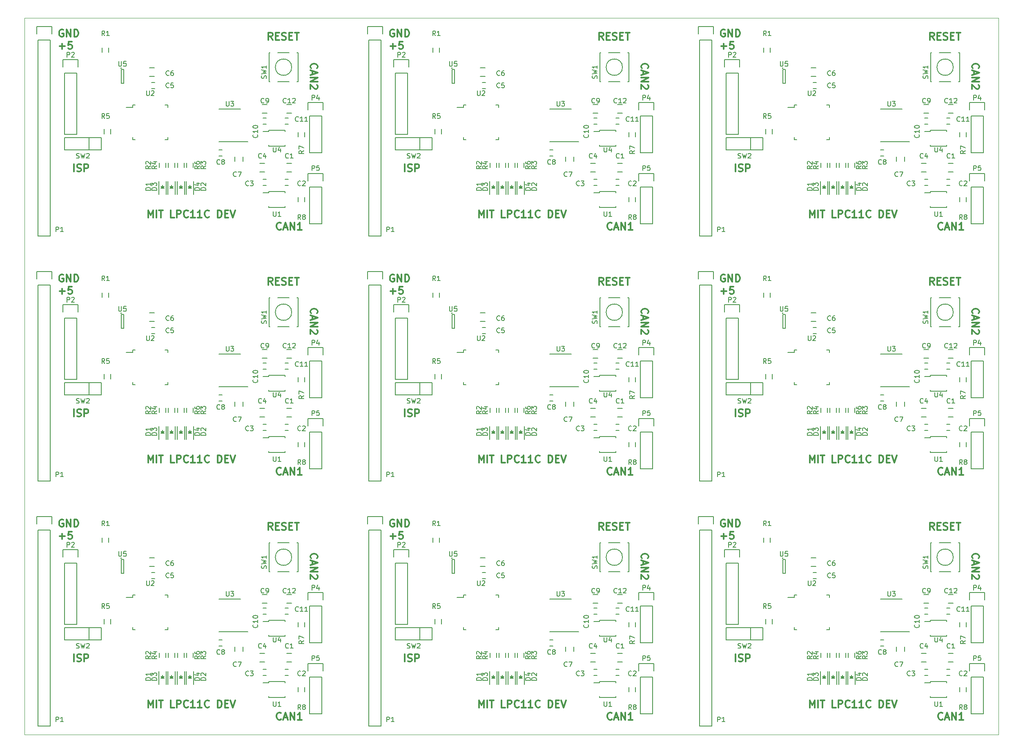
<source format=gto>
G04 #@! TF.FileFunction,Legend,Top*
%FSLAX46Y46*%
G04 Gerber Fmt 4.6, Leading zero omitted, Abs format (unit mm)*
G04 Created by KiCad (PCBNEW (2015-09-17 BZR 6202)-product) date Saturday, October 24, 2015 'PMt' 02:33:44 PM*
%MOMM*%
G01*
G04 APERTURE LIST*
%ADD10C,0.100000*%
%ADD11C,0.300000*%
%ADD12C,0.150000*%
G04 APERTURE END LIST*
D10*
X226060000Y-24130000D02*
X226060000Y-172720000D01*
X226063993Y-24130000D02*
X24130000Y-24130000D01*
X24130000Y-172720000D02*
X226063993Y-172720000D01*
X24130000Y-24130000D02*
X24130000Y-172720000D01*
D11*
X49745429Y-65448571D02*
X49745429Y-63948571D01*
X50245429Y-65020000D01*
X50745429Y-63948571D01*
X50745429Y-65448571D01*
X51459715Y-65448571D02*
X51459715Y-63948571D01*
X51959715Y-63948571D02*
X52816858Y-63948571D01*
X52388287Y-65448571D02*
X52388287Y-63948571D01*
X55174001Y-65448571D02*
X54459715Y-65448571D01*
X54459715Y-63948571D01*
X55674001Y-65448571D02*
X55674001Y-63948571D01*
X56245429Y-63948571D01*
X56388287Y-64020000D01*
X56459715Y-64091429D01*
X56531144Y-64234286D01*
X56531144Y-64448571D01*
X56459715Y-64591429D01*
X56388287Y-64662857D01*
X56245429Y-64734286D01*
X55674001Y-64734286D01*
X58031144Y-65305714D02*
X57959715Y-65377143D01*
X57745429Y-65448571D01*
X57602572Y-65448571D01*
X57388287Y-65377143D01*
X57245429Y-65234286D01*
X57174001Y-65091429D01*
X57102572Y-64805714D01*
X57102572Y-64591429D01*
X57174001Y-64305714D01*
X57245429Y-64162857D01*
X57388287Y-64020000D01*
X57602572Y-63948571D01*
X57745429Y-63948571D01*
X57959715Y-64020000D01*
X58031144Y-64091429D01*
X59459715Y-65448571D02*
X58602572Y-65448571D01*
X59031144Y-65448571D02*
X59031144Y-63948571D01*
X58888287Y-64162857D01*
X58745429Y-64305714D01*
X58602572Y-64377143D01*
X60888286Y-65448571D02*
X60031143Y-65448571D01*
X60459715Y-65448571D02*
X60459715Y-63948571D01*
X60316858Y-64162857D01*
X60174000Y-64305714D01*
X60031143Y-64377143D01*
X62388286Y-65305714D02*
X62316857Y-65377143D01*
X62102571Y-65448571D01*
X61959714Y-65448571D01*
X61745429Y-65377143D01*
X61602571Y-65234286D01*
X61531143Y-65091429D01*
X61459714Y-64805714D01*
X61459714Y-64591429D01*
X61531143Y-64305714D01*
X61602571Y-64162857D01*
X61745429Y-64020000D01*
X61959714Y-63948571D01*
X62102571Y-63948571D01*
X62316857Y-64020000D01*
X62388286Y-64091429D01*
X64174000Y-65448571D02*
X64174000Y-63948571D01*
X64531143Y-63948571D01*
X64745428Y-64020000D01*
X64888286Y-64162857D01*
X64959714Y-64305714D01*
X65031143Y-64591429D01*
X65031143Y-64805714D01*
X64959714Y-65091429D01*
X64888286Y-65234286D01*
X64745428Y-65377143D01*
X64531143Y-65448571D01*
X64174000Y-65448571D01*
X65674000Y-64662857D02*
X66174000Y-64662857D01*
X66388286Y-65448571D02*
X65674000Y-65448571D01*
X65674000Y-63948571D01*
X66388286Y-63948571D01*
X66816857Y-63948571D02*
X67316857Y-65448571D01*
X67816857Y-63948571D01*
X83538286Y-34516429D02*
X83466857Y-34445000D01*
X83395429Y-34230714D01*
X83395429Y-34087857D01*
X83466857Y-33873572D01*
X83609714Y-33730714D01*
X83752571Y-33659286D01*
X84038286Y-33587857D01*
X84252571Y-33587857D01*
X84538286Y-33659286D01*
X84681143Y-33730714D01*
X84824000Y-33873572D01*
X84895429Y-34087857D01*
X84895429Y-34230714D01*
X84824000Y-34445000D01*
X84752571Y-34516429D01*
X83824000Y-35087857D02*
X83824000Y-35802143D01*
X83395429Y-34945000D02*
X84895429Y-35445000D01*
X83395429Y-35945000D01*
X83395429Y-36445000D02*
X84895429Y-36445000D01*
X83395429Y-37302143D01*
X84895429Y-37302143D01*
X84752571Y-37945000D02*
X84824000Y-38016429D01*
X84895429Y-38159286D01*
X84895429Y-38516429D01*
X84824000Y-38659286D01*
X84752571Y-38730715D01*
X84609714Y-38802143D01*
X84466857Y-38802143D01*
X84252571Y-38730715D01*
X83395429Y-37873572D01*
X83395429Y-38802143D01*
X77315429Y-67845714D02*
X77244000Y-67917143D01*
X77029714Y-67988571D01*
X76886857Y-67988571D01*
X76672572Y-67917143D01*
X76529714Y-67774286D01*
X76458286Y-67631429D01*
X76386857Y-67345714D01*
X76386857Y-67131429D01*
X76458286Y-66845714D01*
X76529714Y-66702857D01*
X76672572Y-66560000D01*
X76886857Y-66488571D01*
X77029714Y-66488571D01*
X77244000Y-66560000D01*
X77315429Y-66631429D01*
X77886857Y-67560000D02*
X78601143Y-67560000D01*
X77744000Y-67988571D02*
X78244000Y-66488571D01*
X78744000Y-67988571D01*
X79244000Y-67988571D02*
X79244000Y-66488571D01*
X80101143Y-67988571D01*
X80101143Y-66488571D01*
X81601143Y-67988571D02*
X80744000Y-67988571D01*
X81172572Y-67988571D02*
X81172572Y-66488571D01*
X81029715Y-66702857D01*
X80886857Y-66845714D01*
X80744000Y-66917143D01*
X34349715Y-55923571D02*
X34349715Y-54423571D01*
X34992572Y-55852143D02*
X35206858Y-55923571D01*
X35564001Y-55923571D01*
X35706858Y-55852143D01*
X35778287Y-55780714D01*
X35849715Y-55637857D01*
X35849715Y-55495000D01*
X35778287Y-55352143D01*
X35706858Y-55280714D01*
X35564001Y-55209286D01*
X35278287Y-55137857D01*
X35135429Y-55066429D01*
X35064001Y-54995000D01*
X34992572Y-54852143D01*
X34992572Y-54709286D01*
X35064001Y-54566429D01*
X35135429Y-54495000D01*
X35278287Y-54423571D01*
X35635429Y-54423571D01*
X35849715Y-54495000D01*
X36492572Y-55923571D02*
X36492572Y-54423571D01*
X37064000Y-54423571D01*
X37206858Y-54495000D01*
X37278286Y-54566429D01*
X37349715Y-54709286D01*
X37349715Y-54923571D01*
X37278286Y-55066429D01*
X37206858Y-55137857D01*
X37064000Y-55209286D01*
X36492572Y-55209286D01*
X75545429Y-28618571D02*
X75045429Y-27904286D01*
X74688286Y-28618571D02*
X74688286Y-27118571D01*
X75259714Y-27118571D01*
X75402572Y-27190000D01*
X75474000Y-27261429D01*
X75545429Y-27404286D01*
X75545429Y-27618571D01*
X75474000Y-27761429D01*
X75402572Y-27832857D01*
X75259714Y-27904286D01*
X74688286Y-27904286D01*
X76188286Y-27832857D02*
X76688286Y-27832857D01*
X76902572Y-28618571D02*
X76188286Y-28618571D01*
X76188286Y-27118571D01*
X76902572Y-27118571D01*
X77474000Y-28547143D02*
X77688286Y-28618571D01*
X78045429Y-28618571D01*
X78188286Y-28547143D01*
X78259715Y-28475714D01*
X78331143Y-28332857D01*
X78331143Y-28190000D01*
X78259715Y-28047143D01*
X78188286Y-27975714D01*
X78045429Y-27904286D01*
X77759715Y-27832857D01*
X77616857Y-27761429D01*
X77545429Y-27690000D01*
X77474000Y-27547143D01*
X77474000Y-27404286D01*
X77545429Y-27261429D01*
X77616857Y-27190000D01*
X77759715Y-27118571D01*
X78116857Y-27118571D01*
X78331143Y-27190000D01*
X78974000Y-27832857D02*
X79474000Y-27832857D01*
X79688286Y-28618571D02*
X78974000Y-28618571D01*
X78974000Y-27118571D01*
X79688286Y-27118571D01*
X80116857Y-27118571D02*
X80974000Y-27118571D01*
X80545429Y-28618571D02*
X80545429Y-27118571D01*
X31353286Y-29952143D02*
X32496143Y-29952143D01*
X31924714Y-30523571D02*
X31924714Y-29380714D01*
X33924715Y-29023571D02*
X33210429Y-29023571D01*
X33139000Y-29737857D01*
X33210429Y-29666429D01*
X33353286Y-29595000D01*
X33710429Y-29595000D01*
X33853286Y-29666429D01*
X33924715Y-29737857D01*
X33996143Y-29880714D01*
X33996143Y-30237857D01*
X33924715Y-30380714D01*
X33853286Y-30452143D01*
X33710429Y-30523571D01*
X33353286Y-30523571D01*
X33210429Y-30452143D01*
X33139000Y-30380714D01*
X32131143Y-26555000D02*
X31988286Y-26483571D01*
X31774000Y-26483571D01*
X31559715Y-26555000D01*
X31416857Y-26697857D01*
X31345429Y-26840714D01*
X31274000Y-27126429D01*
X31274000Y-27340714D01*
X31345429Y-27626429D01*
X31416857Y-27769286D01*
X31559715Y-27912143D01*
X31774000Y-27983571D01*
X31916857Y-27983571D01*
X32131143Y-27912143D01*
X32202572Y-27840714D01*
X32202572Y-27340714D01*
X31916857Y-27340714D01*
X32845429Y-27983571D02*
X32845429Y-26483571D01*
X33702572Y-27983571D01*
X33702572Y-26483571D01*
X34416858Y-27983571D02*
X34416858Y-26483571D01*
X34774001Y-26483571D01*
X34988286Y-26555000D01*
X35131144Y-26697857D01*
X35202572Y-26840714D01*
X35274001Y-27126429D01*
X35274001Y-27340714D01*
X35202572Y-27626429D01*
X35131144Y-27769286D01*
X34988286Y-27912143D01*
X34774001Y-27983571D01*
X34416858Y-27983571D01*
X49745429Y-116248571D02*
X49745429Y-114748571D01*
X50245429Y-115820000D01*
X50745429Y-114748571D01*
X50745429Y-116248571D01*
X51459715Y-116248571D02*
X51459715Y-114748571D01*
X51959715Y-114748571D02*
X52816858Y-114748571D01*
X52388287Y-116248571D02*
X52388287Y-114748571D01*
X55174001Y-116248571D02*
X54459715Y-116248571D01*
X54459715Y-114748571D01*
X55674001Y-116248571D02*
X55674001Y-114748571D01*
X56245429Y-114748571D01*
X56388287Y-114820000D01*
X56459715Y-114891429D01*
X56531144Y-115034286D01*
X56531144Y-115248571D01*
X56459715Y-115391429D01*
X56388287Y-115462857D01*
X56245429Y-115534286D01*
X55674001Y-115534286D01*
X58031144Y-116105714D02*
X57959715Y-116177143D01*
X57745429Y-116248571D01*
X57602572Y-116248571D01*
X57388287Y-116177143D01*
X57245429Y-116034286D01*
X57174001Y-115891429D01*
X57102572Y-115605714D01*
X57102572Y-115391429D01*
X57174001Y-115105714D01*
X57245429Y-114962857D01*
X57388287Y-114820000D01*
X57602572Y-114748571D01*
X57745429Y-114748571D01*
X57959715Y-114820000D01*
X58031144Y-114891429D01*
X59459715Y-116248571D02*
X58602572Y-116248571D01*
X59031144Y-116248571D02*
X59031144Y-114748571D01*
X58888287Y-114962857D01*
X58745429Y-115105714D01*
X58602572Y-115177143D01*
X60888286Y-116248571D02*
X60031143Y-116248571D01*
X60459715Y-116248571D02*
X60459715Y-114748571D01*
X60316858Y-114962857D01*
X60174000Y-115105714D01*
X60031143Y-115177143D01*
X62388286Y-116105714D02*
X62316857Y-116177143D01*
X62102571Y-116248571D01*
X61959714Y-116248571D01*
X61745429Y-116177143D01*
X61602571Y-116034286D01*
X61531143Y-115891429D01*
X61459714Y-115605714D01*
X61459714Y-115391429D01*
X61531143Y-115105714D01*
X61602571Y-114962857D01*
X61745429Y-114820000D01*
X61959714Y-114748571D01*
X62102571Y-114748571D01*
X62316857Y-114820000D01*
X62388286Y-114891429D01*
X64174000Y-116248571D02*
X64174000Y-114748571D01*
X64531143Y-114748571D01*
X64745428Y-114820000D01*
X64888286Y-114962857D01*
X64959714Y-115105714D01*
X65031143Y-115391429D01*
X65031143Y-115605714D01*
X64959714Y-115891429D01*
X64888286Y-116034286D01*
X64745428Y-116177143D01*
X64531143Y-116248571D01*
X64174000Y-116248571D01*
X65674000Y-115462857D02*
X66174000Y-115462857D01*
X66388286Y-116248571D02*
X65674000Y-116248571D01*
X65674000Y-114748571D01*
X66388286Y-114748571D01*
X66816857Y-114748571D02*
X67316857Y-116248571D01*
X67816857Y-114748571D01*
X83538286Y-85316429D02*
X83466857Y-85245000D01*
X83395429Y-85030714D01*
X83395429Y-84887857D01*
X83466857Y-84673572D01*
X83609714Y-84530714D01*
X83752571Y-84459286D01*
X84038286Y-84387857D01*
X84252571Y-84387857D01*
X84538286Y-84459286D01*
X84681143Y-84530714D01*
X84824000Y-84673572D01*
X84895429Y-84887857D01*
X84895429Y-85030714D01*
X84824000Y-85245000D01*
X84752571Y-85316429D01*
X83824000Y-85887857D02*
X83824000Y-86602143D01*
X83395429Y-85745000D02*
X84895429Y-86245000D01*
X83395429Y-86745000D01*
X83395429Y-87245000D02*
X84895429Y-87245000D01*
X83395429Y-88102143D01*
X84895429Y-88102143D01*
X84752571Y-88745000D02*
X84824000Y-88816429D01*
X84895429Y-88959286D01*
X84895429Y-89316429D01*
X84824000Y-89459286D01*
X84752571Y-89530715D01*
X84609714Y-89602143D01*
X84466857Y-89602143D01*
X84252571Y-89530715D01*
X83395429Y-88673572D01*
X83395429Y-89602143D01*
X77315429Y-118645714D02*
X77244000Y-118717143D01*
X77029714Y-118788571D01*
X76886857Y-118788571D01*
X76672572Y-118717143D01*
X76529714Y-118574286D01*
X76458286Y-118431429D01*
X76386857Y-118145714D01*
X76386857Y-117931429D01*
X76458286Y-117645714D01*
X76529714Y-117502857D01*
X76672572Y-117360000D01*
X76886857Y-117288571D01*
X77029714Y-117288571D01*
X77244000Y-117360000D01*
X77315429Y-117431429D01*
X77886857Y-118360000D02*
X78601143Y-118360000D01*
X77744000Y-118788571D02*
X78244000Y-117288571D01*
X78744000Y-118788571D01*
X79244000Y-118788571D02*
X79244000Y-117288571D01*
X80101143Y-118788571D01*
X80101143Y-117288571D01*
X81601143Y-118788571D02*
X80744000Y-118788571D01*
X81172572Y-118788571D02*
X81172572Y-117288571D01*
X81029715Y-117502857D01*
X80886857Y-117645714D01*
X80744000Y-117717143D01*
X34349715Y-106723571D02*
X34349715Y-105223571D01*
X34992572Y-106652143D02*
X35206858Y-106723571D01*
X35564001Y-106723571D01*
X35706858Y-106652143D01*
X35778287Y-106580714D01*
X35849715Y-106437857D01*
X35849715Y-106295000D01*
X35778287Y-106152143D01*
X35706858Y-106080714D01*
X35564001Y-106009286D01*
X35278287Y-105937857D01*
X35135429Y-105866429D01*
X35064001Y-105795000D01*
X34992572Y-105652143D01*
X34992572Y-105509286D01*
X35064001Y-105366429D01*
X35135429Y-105295000D01*
X35278287Y-105223571D01*
X35635429Y-105223571D01*
X35849715Y-105295000D01*
X36492572Y-106723571D02*
X36492572Y-105223571D01*
X37064000Y-105223571D01*
X37206858Y-105295000D01*
X37278286Y-105366429D01*
X37349715Y-105509286D01*
X37349715Y-105723571D01*
X37278286Y-105866429D01*
X37206858Y-105937857D01*
X37064000Y-106009286D01*
X36492572Y-106009286D01*
X75545429Y-79418571D02*
X75045429Y-78704286D01*
X74688286Y-79418571D02*
X74688286Y-77918571D01*
X75259714Y-77918571D01*
X75402572Y-77990000D01*
X75474000Y-78061429D01*
X75545429Y-78204286D01*
X75545429Y-78418571D01*
X75474000Y-78561429D01*
X75402572Y-78632857D01*
X75259714Y-78704286D01*
X74688286Y-78704286D01*
X76188286Y-78632857D02*
X76688286Y-78632857D01*
X76902572Y-79418571D02*
X76188286Y-79418571D01*
X76188286Y-77918571D01*
X76902572Y-77918571D01*
X77474000Y-79347143D02*
X77688286Y-79418571D01*
X78045429Y-79418571D01*
X78188286Y-79347143D01*
X78259715Y-79275714D01*
X78331143Y-79132857D01*
X78331143Y-78990000D01*
X78259715Y-78847143D01*
X78188286Y-78775714D01*
X78045429Y-78704286D01*
X77759715Y-78632857D01*
X77616857Y-78561429D01*
X77545429Y-78490000D01*
X77474000Y-78347143D01*
X77474000Y-78204286D01*
X77545429Y-78061429D01*
X77616857Y-77990000D01*
X77759715Y-77918571D01*
X78116857Y-77918571D01*
X78331143Y-77990000D01*
X78974000Y-78632857D02*
X79474000Y-78632857D01*
X79688286Y-79418571D02*
X78974000Y-79418571D01*
X78974000Y-77918571D01*
X79688286Y-77918571D01*
X80116857Y-77918571D02*
X80974000Y-77918571D01*
X80545429Y-79418571D02*
X80545429Y-77918571D01*
X31353286Y-80752143D02*
X32496143Y-80752143D01*
X31924714Y-81323571D02*
X31924714Y-80180714D01*
X33924715Y-79823571D02*
X33210429Y-79823571D01*
X33139000Y-80537857D01*
X33210429Y-80466429D01*
X33353286Y-80395000D01*
X33710429Y-80395000D01*
X33853286Y-80466429D01*
X33924715Y-80537857D01*
X33996143Y-80680714D01*
X33996143Y-81037857D01*
X33924715Y-81180714D01*
X33853286Y-81252143D01*
X33710429Y-81323571D01*
X33353286Y-81323571D01*
X33210429Y-81252143D01*
X33139000Y-81180714D01*
X32131143Y-77355000D02*
X31988286Y-77283571D01*
X31774000Y-77283571D01*
X31559715Y-77355000D01*
X31416857Y-77497857D01*
X31345429Y-77640714D01*
X31274000Y-77926429D01*
X31274000Y-78140714D01*
X31345429Y-78426429D01*
X31416857Y-78569286D01*
X31559715Y-78712143D01*
X31774000Y-78783571D01*
X31916857Y-78783571D01*
X32131143Y-78712143D01*
X32202572Y-78640714D01*
X32202572Y-78140714D01*
X31916857Y-78140714D01*
X32845429Y-78783571D02*
X32845429Y-77283571D01*
X33702572Y-78783571D01*
X33702572Y-77283571D01*
X34416858Y-78783571D02*
X34416858Y-77283571D01*
X34774001Y-77283571D01*
X34988286Y-77355000D01*
X35131144Y-77497857D01*
X35202572Y-77640714D01*
X35274001Y-77926429D01*
X35274001Y-78140714D01*
X35202572Y-78426429D01*
X35131144Y-78569286D01*
X34988286Y-78712143D01*
X34774001Y-78783571D01*
X34416858Y-78783571D01*
X49745429Y-167048571D02*
X49745429Y-165548571D01*
X50245429Y-166620000D01*
X50745429Y-165548571D01*
X50745429Y-167048571D01*
X51459715Y-167048571D02*
X51459715Y-165548571D01*
X51959715Y-165548571D02*
X52816858Y-165548571D01*
X52388287Y-167048571D02*
X52388287Y-165548571D01*
X55174001Y-167048571D02*
X54459715Y-167048571D01*
X54459715Y-165548571D01*
X55674001Y-167048571D02*
X55674001Y-165548571D01*
X56245429Y-165548571D01*
X56388287Y-165620000D01*
X56459715Y-165691429D01*
X56531144Y-165834286D01*
X56531144Y-166048571D01*
X56459715Y-166191429D01*
X56388287Y-166262857D01*
X56245429Y-166334286D01*
X55674001Y-166334286D01*
X58031144Y-166905714D02*
X57959715Y-166977143D01*
X57745429Y-167048571D01*
X57602572Y-167048571D01*
X57388287Y-166977143D01*
X57245429Y-166834286D01*
X57174001Y-166691429D01*
X57102572Y-166405714D01*
X57102572Y-166191429D01*
X57174001Y-165905714D01*
X57245429Y-165762857D01*
X57388287Y-165620000D01*
X57602572Y-165548571D01*
X57745429Y-165548571D01*
X57959715Y-165620000D01*
X58031144Y-165691429D01*
X59459715Y-167048571D02*
X58602572Y-167048571D01*
X59031144Y-167048571D02*
X59031144Y-165548571D01*
X58888287Y-165762857D01*
X58745429Y-165905714D01*
X58602572Y-165977143D01*
X60888286Y-167048571D02*
X60031143Y-167048571D01*
X60459715Y-167048571D02*
X60459715Y-165548571D01*
X60316858Y-165762857D01*
X60174000Y-165905714D01*
X60031143Y-165977143D01*
X62388286Y-166905714D02*
X62316857Y-166977143D01*
X62102571Y-167048571D01*
X61959714Y-167048571D01*
X61745429Y-166977143D01*
X61602571Y-166834286D01*
X61531143Y-166691429D01*
X61459714Y-166405714D01*
X61459714Y-166191429D01*
X61531143Y-165905714D01*
X61602571Y-165762857D01*
X61745429Y-165620000D01*
X61959714Y-165548571D01*
X62102571Y-165548571D01*
X62316857Y-165620000D01*
X62388286Y-165691429D01*
X64174000Y-167048571D02*
X64174000Y-165548571D01*
X64531143Y-165548571D01*
X64745428Y-165620000D01*
X64888286Y-165762857D01*
X64959714Y-165905714D01*
X65031143Y-166191429D01*
X65031143Y-166405714D01*
X64959714Y-166691429D01*
X64888286Y-166834286D01*
X64745428Y-166977143D01*
X64531143Y-167048571D01*
X64174000Y-167048571D01*
X65674000Y-166262857D02*
X66174000Y-166262857D01*
X66388286Y-167048571D02*
X65674000Y-167048571D01*
X65674000Y-165548571D01*
X66388286Y-165548571D01*
X66816857Y-165548571D02*
X67316857Y-167048571D01*
X67816857Y-165548571D01*
X83538286Y-136116429D02*
X83466857Y-136045000D01*
X83395429Y-135830714D01*
X83395429Y-135687857D01*
X83466857Y-135473572D01*
X83609714Y-135330714D01*
X83752571Y-135259286D01*
X84038286Y-135187857D01*
X84252571Y-135187857D01*
X84538286Y-135259286D01*
X84681143Y-135330714D01*
X84824000Y-135473572D01*
X84895429Y-135687857D01*
X84895429Y-135830714D01*
X84824000Y-136045000D01*
X84752571Y-136116429D01*
X83824000Y-136687857D02*
X83824000Y-137402143D01*
X83395429Y-136545000D02*
X84895429Y-137045000D01*
X83395429Y-137545000D01*
X83395429Y-138045000D02*
X84895429Y-138045000D01*
X83395429Y-138902143D01*
X84895429Y-138902143D01*
X84752571Y-139545000D02*
X84824000Y-139616429D01*
X84895429Y-139759286D01*
X84895429Y-140116429D01*
X84824000Y-140259286D01*
X84752571Y-140330715D01*
X84609714Y-140402143D01*
X84466857Y-140402143D01*
X84252571Y-140330715D01*
X83395429Y-139473572D01*
X83395429Y-140402143D01*
X77315429Y-169445714D02*
X77244000Y-169517143D01*
X77029714Y-169588571D01*
X76886857Y-169588571D01*
X76672572Y-169517143D01*
X76529714Y-169374286D01*
X76458286Y-169231429D01*
X76386857Y-168945714D01*
X76386857Y-168731429D01*
X76458286Y-168445714D01*
X76529714Y-168302857D01*
X76672572Y-168160000D01*
X76886857Y-168088571D01*
X77029714Y-168088571D01*
X77244000Y-168160000D01*
X77315429Y-168231429D01*
X77886857Y-169160000D02*
X78601143Y-169160000D01*
X77744000Y-169588571D02*
X78244000Y-168088571D01*
X78744000Y-169588571D01*
X79244000Y-169588571D02*
X79244000Y-168088571D01*
X80101143Y-169588571D01*
X80101143Y-168088571D01*
X81601143Y-169588571D02*
X80744000Y-169588571D01*
X81172572Y-169588571D02*
X81172572Y-168088571D01*
X81029715Y-168302857D01*
X80886857Y-168445714D01*
X80744000Y-168517143D01*
X34349715Y-157523571D02*
X34349715Y-156023571D01*
X34992572Y-157452143D02*
X35206858Y-157523571D01*
X35564001Y-157523571D01*
X35706858Y-157452143D01*
X35778287Y-157380714D01*
X35849715Y-157237857D01*
X35849715Y-157095000D01*
X35778287Y-156952143D01*
X35706858Y-156880714D01*
X35564001Y-156809286D01*
X35278287Y-156737857D01*
X35135429Y-156666429D01*
X35064001Y-156595000D01*
X34992572Y-156452143D01*
X34992572Y-156309286D01*
X35064001Y-156166429D01*
X35135429Y-156095000D01*
X35278287Y-156023571D01*
X35635429Y-156023571D01*
X35849715Y-156095000D01*
X36492572Y-157523571D02*
X36492572Y-156023571D01*
X37064000Y-156023571D01*
X37206858Y-156095000D01*
X37278286Y-156166429D01*
X37349715Y-156309286D01*
X37349715Y-156523571D01*
X37278286Y-156666429D01*
X37206858Y-156737857D01*
X37064000Y-156809286D01*
X36492572Y-156809286D01*
X75545429Y-130218571D02*
X75045429Y-129504286D01*
X74688286Y-130218571D02*
X74688286Y-128718571D01*
X75259714Y-128718571D01*
X75402572Y-128790000D01*
X75474000Y-128861429D01*
X75545429Y-129004286D01*
X75545429Y-129218571D01*
X75474000Y-129361429D01*
X75402572Y-129432857D01*
X75259714Y-129504286D01*
X74688286Y-129504286D01*
X76188286Y-129432857D02*
X76688286Y-129432857D01*
X76902572Y-130218571D02*
X76188286Y-130218571D01*
X76188286Y-128718571D01*
X76902572Y-128718571D01*
X77474000Y-130147143D02*
X77688286Y-130218571D01*
X78045429Y-130218571D01*
X78188286Y-130147143D01*
X78259715Y-130075714D01*
X78331143Y-129932857D01*
X78331143Y-129790000D01*
X78259715Y-129647143D01*
X78188286Y-129575714D01*
X78045429Y-129504286D01*
X77759715Y-129432857D01*
X77616857Y-129361429D01*
X77545429Y-129290000D01*
X77474000Y-129147143D01*
X77474000Y-129004286D01*
X77545429Y-128861429D01*
X77616857Y-128790000D01*
X77759715Y-128718571D01*
X78116857Y-128718571D01*
X78331143Y-128790000D01*
X78974000Y-129432857D02*
X79474000Y-129432857D01*
X79688286Y-130218571D02*
X78974000Y-130218571D01*
X78974000Y-128718571D01*
X79688286Y-128718571D01*
X80116857Y-128718571D02*
X80974000Y-128718571D01*
X80545429Y-130218571D02*
X80545429Y-128718571D01*
X31353286Y-131552143D02*
X32496143Y-131552143D01*
X31924714Y-132123571D02*
X31924714Y-130980714D01*
X33924715Y-130623571D02*
X33210429Y-130623571D01*
X33139000Y-131337857D01*
X33210429Y-131266429D01*
X33353286Y-131195000D01*
X33710429Y-131195000D01*
X33853286Y-131266429D01*
X33924715Y-131337857D01*
X33996143Y-131480714D01*
X33996143Y-131837857D01*
X33924715Y-131980714D01*
X33853286Y-132052143D01*
X33710429Y-132123571D01*
X33353286Y-132123571D01*
X33210429Y-132052143D01*
X33139000Y-131980714D01*
X32131143Y-128155000D02*
X31988286Y-128083571D01*
X31774000Y-128083571D01*
X31559715Y-128155000D01*
X31416857Y-128297857D01*
X31345429Y-128440714D01*
X31274000Y-128726429D01*
X31274000Y-128940714D01*
X31345429Y-129226429D01*
X31416857Y-129369286D01*
X31559715Y-129512143D01*
X31774000Y-129583571D01*
X31916857Y-129583571D01*
X32131143Y-129512143D01*
X32202572Y-129440714D01*
X32202572Y-128940714D01*
X31916857Y-128940714D01*
X32845429Y-129583571D02*
X32845429Y-128083571D01*
X33702572Y-129583571D01*
X33702572Y-128083571D01*
X34416858Y-129583571D02*
X34416858Y-128083571D01*
X34774001Y-128083571D01*
X34988286Y-128155000D01*
X35131144Y-128297857D01*
X35202572Y-128440714D01*
X35274001Y-128726429D01*
X35274001Y-128940714D01*
X35202572Y-129226429D01*
X35131144Y-129369286D01*
X34988286Y-129512143D01*
X34774001Y-129583571D01*
X34416858Y-129583571D01*
X118325429Y-65448571D02*
X118325429Y-63948571D01*
X118825429Y-65020000D01*
X119325429Y-63948571D01*
X119325429Y-65448571D01*
X120039715Y-65448571D02*
X120039715Y-63948571D01*
X120539715Y-63948571D02*
X121396858Y-63948571D01*
X120968287Y-65448571D02*
X120968287Y-63948571D01*
X123754001Y-65448571D02*
X123039715Y-65448571D01*
X123039715Y-63948571D01*
X124254001Y-65448571D02*
X124254001Y-63948571D01*
X124825429Y-63948571D01*
X124968287Y-64020000D01*
X125039715Y-64091429D01*
X125111144Y-64234286D01*
X125111144Y-64448571D01*
X125039715Y-64591429D01*
X124968287Y-64662857D01*
X124825429Y-64734286D01*
X124254001Y-64734286D01*
X126611144Y-65305714D02*
X126539715Y-65377143D01*
X126325429Y-65448571D01*
X126182572Y-65448571D01*
X125968287Y-65377143D01*
X125825429Y-65234286D01*
X125754001Y-65091429D01*
X125682572Y-64805714D01*
X125682572Y-64591429D01*
X125754001Y-64305714D01*
X125825429Y-64162857D01*
X125968287Y-64020000D01*
X126182572Y-63948571D01*
X126325429Y-63948571D01*
X126539715Y-64020000D01*
X126611144Y-64091429D01*
X128039715Y-65448571D02*
X127182572Y-65448571D01*
X127611144Y-65448571D02*
X127611144Y-63948571D01*
X127468287Y-64162857D01*
X127325429Y-64305714D01*
X127182572Y-64377143D01*
X129468286Y-65448571D02*
X128611143Y-65448571D01*
X129039715Y-65448571D02*
X129039715Y-63948571D01*
X128896858Y-64162857D01*
X128754000Y-64305714D01*
X128611143Y-64377143D01*
X130968286Y-65305714D02*
X130896857Y-65377143D01*
X130682571Y-65448571D01*
X130539714Y-65448571D01*
X130325429Y-65377143D01*
X130182571Y-65234286D01*
X130111143Y-65091429D01*
X130039714Y-64805714D01*
X130039714Y-64591429D01*
X130111143Y-64305714D01*
X130182571Y-64162857D01*
X130325429Y-64020000D01*
X130539714Y-63948571D01*
X130682571Y-63948571D01*
X130896857Y-64020000D01*
X130968286Y-64091429D01*
X132754000Y-65448571D02*
X132754000Y-63948571D01*
X133111143Y-63948571D01*
X133325428Y-64020000D01*
X133468286Y-64162857D01*
X133539714Y-64305714D01*
X133611143Y-64591429D01*
X133611143Y-64805714D01*
X133539714Y-65091429D01*
X133468286Y-65234286D01*
X133325428Y-65377143D01*
X133111143Y-65448571D01*
X132754000Y-65448571D01*
X134254000Y-64662857D02*
X134754000Y-64662857D01*
X134968286Y-65448571D02*
X134254000Y-65448571D01*
X134254000Y-63948571D01*
X134968286Y-63948571D01*
X135396857Y-63948571D02*
X135896857Y-65448571D01*
X136396857Y-63948571D01*
X152118286Y-34516429D02*
X152046857Y-34445000D01*
X151975429Y-34230714D01*
X151975429Y-34087857D01*
X152046857Y-33873572D01*
X152189714Y-33730714D01*
X152332571Y-33659286D01*
X152618286Y-33587857D01*
X152832571Y-33587857D01*
X153118286Y-33659286D01*
X153261143Y-33730714D01*
X153404000Y-33873572D01*
X153475429Y-34087857D01*
X153475429Y-34230714D01*
X153404000Y-34445000D01*
X153332571Y-34516429D01*
X152404000Y-35087857D02*
X152404000Y-35802143D01*
X151975429Y-34945000D02*
X153475429Y-35445000D01*
X151975429Y-35945000D01*
X151975429Y-36445000D02*
X153475429Y-36445000D01*
X151975429Y-37302143D01*
X153475429Y-37302143D01*
X153332571Y-37945000D02*
X153404000Y-38016429D01*
X153475429Y-38159286D01*
X153475429Y-38516429D01*
X153404000Y-38659286D01*
X153332571Y-38730715D01*
X153189714Y-38802143D01*
X153046857Y-38802143D01*
X152832571Y-38730715D01*
X151975429Y-37873572D01*
X151975429Y-38802143D01*
X145895429Y-67845714D02*
X145824000Y-67917143D01*
X145609714Y-67988571D01*
X145466857Y-67988571D01*
X145252572Y-67917143D01*
X145109714Y-67774286D01*
X145038286Y-67631429D01*
X144966857Y-67345714D01*
X144966857Y-67131429D01*
X145038286Y-66845714D01*
X145109714Y-66702857D01*
X145252572Y-66560000D01*
X145466857Y-66488571D01*
X145609714Y-66488571D01*
X145824000Y-66560000D01*
X145895429Y-66631429D01*
X146466857Y-67560000D02*
X147181143Y-67560000D01*
X146324000Y-67988571D02*
X146824000Y-66488571D01*
X147324000Y-67988571D01*
X147824000Y-67988571D02*
X147824000Y-66488571D01*
X148681143Y-67988571D01*
X148681143Y-66488571D01*
X150181143Y-67988571D02*
X149324000Y-67988571D01*
X149752572Y-67988571D02*
X149752572Y-66488571D01*
X149609715Y-66702857D01*
X149466857Y-66845714D01*
X149324000Y-66917143D01*
X102929715Y-55923571D02*
X102929715Y-54423571D01*
X103572572Y-55852143D02*
X103786858Y-55923571D01*
X104144001Y-55923571D01*
X104286858Y-55852143D01*
X104358287Y-55780714D01*
X104429715Y-55637857D01*
X104429715Y-55495000D01*
X104358287Y-55352143D01*
X104286858Y-55280714D01*
X104144001Y-55209286D01*
X103858287Y-55137857D01*
X103715429Y-55066429D01*
X103644001Y-54995000D01*
X103572572Y-54852143D01*
X103572572Y-54709286D01*
X103644001Y-54566429D01*
X103715429Y-54495000D01*
X103858287Y-54423571D01*
X104215429Y-54423571D01*
X104429715Y-54495000D01*
X105072572Y-55923571D02*
X105072572Y-54423571D01*
X105644000Y-54423571D01*
X105786858Y-54495000D01*
X105858286Y-54566429D01*
X105929715Y-54709286D01*
X105929715Y-54923571D01*
X105858286Y-55066429D01*
X105786858Y-55137857D01*
X105644000Y-55209286D01*
X105072572Y-55209286D01*
X144125429Y-28618571D02*
X143625429Y-27904286D01*
X143268286Y-28618571D02*
X143268286Y-27118571D01*
X143839714Y-27118571D01*
X143982572Y-27190000D01*
X144054000Y-27261429D01*
X144125429Y-27404286D01*
X144125429Y-27618571D01*
X144054000Y-27761429D01*
X143982572Y-27832857D01*
X143839714Y-27904286D01*
X143268286Y-27904286D01*
X144768286Y-27832857D02*
X145268286Y-27832857D01*
X145482572Y-28618571D02*
X144768286Y-28618571D01*
X144768286Y-27118571D01*
X145482572Y-27118571D01*
X146054000Y-28547143D02*
X146268286Y-28618571D01*
X146625429Y-28618571D01*
X146768286Y-28547143D01*
X146839715Y-28475714D01*
X146911143Y-28332857D01*
X146911143Y-28190000D01*
X146839715Y-28047143D01*
X146768286Y-27975714D01*
X146625429Y-27904286D01*
X146339715Y-27832857D01*
X146196857Y-27761429D01*
X146125429Y-27690000D01*
X146054000Y-27547143D01*
X146054000Y-27404286D01*
X146125429Y-27261429D01*
X146196857Y-27190000D01*
X146339715Y-27118571D01*
X146696857Y-27118571D01*
X146911143Y-27190000D01*
X147554000Y-27832857D02*
X148054000Y-27832857D01*
X148268286Y-28618571D02*
X147554000Y-28618571D01*
X147554000Y-27118571D01*
X148268286Y-27118571D01*
X148696857Y-27118571D02*
X149554000Y-27118571D01*
X149125429Y-28618571D02*
X149125429Y-27118571D01*
X99933286Y-29952143D02*
X101076143Y-29952143D01*
X100504714Y-30523571D02*
X100504714Y-29380714D01*
X102504715Y-29023571D02*
X101790429Y-29023571D01*
X101719000Y-29737857D01*
X101790429Y-29666429D01*
X101933286Y-29595000D01*
X102290429Y-29595000D01*
X102433286Y-29666429D01*
X102504715Y-29737857D01*
X102576143Y-29880714D01*
X102576143Y-30237857D01*
X102504715Y-30380714D01*
X102433286Y-30452143D01*
X102290429Y-30523571D01*
X101933286Y-30523571D01*
X101790429Y-30452143D01*
X101719000Y-30380714D01*
X100711143Y-26555000D02*
X100568286Y-26483571D01*
X100354000Y-26483571D01*
X100139715Y-26555000D01*
X99996857Y-26697857D01*
X99925429Y-26840714D01*
X99854000Y-27126429D01*
X99854000Y-27340714D01*
X99925429Y-27626429D01*
X99996857Y-27769286D01*
X100139715Y-27912143D01*
X100354000Y-27983571D01*
X100496857Y-27983571D01*
X100711143Y-27912143D01*
X100782572Y-27840714D01*
X100782572Y-27340714D01*
X100496857Y-27340714D01*
X101425429Y-27983571D02*
X101425429Y-26483571D01*
X102282572Y-27983571D01*
X102282572Y-26483571D01*
X102996858Y-27983571D02*
X102996858Y-26483571D01*
X103354001Y-26483571D01*
X103568286Y-26555000D01*
X103711144Y-26697857D01*
X103782572Y-26840714D01*
X103854001Y-27126429D01*
X103854001Y-27340714D01*
X103782572Y-27626429D01*
X103711144Y-27769286D01*
X103568286Y-27912143D01*
X103354001Y-27983571D01*
X102996858Y-27983571D01*
X118325429Y-116248571D02*
X118325429Y-114748571D01*
X118825429Y-115820000D01*
X119325429Y-114748571D01*
X119325429Y-116248571D01*
X120039715Y-116248571D02*
X120039715Y-114748571D01*
X120539715Y-114748571D02*
X121396858Y-114748571D01*
X120968287Y-116248571D02*
X120968287Y-114748571D01*
X123754001Y-116248571D02*
X123039715Y-116248571D01*
X123039715Y-114748571D01*
X124254001Y-116248571D02*
X124254001Y-114748571D01*
X124825429Y-114748571D01*
X124968287Y-114820000D01*
X125039715Y-114891429D01*
X125111144Y-115034286D01*
X125111144Y-115248571D01*
X125039715Y-115391429D01*
X124968287Y-115462857D01*
X124825429Y-115534286D01*
X124254001Y-115534286D01*
X126611144Y-116105714D02*
X126539715Y-116177143D01*
X126325429Y-116248571D01*
X126182572Y-116248571D01*
X125968287Y-116177143D01*
X125825429Y-116034286D01*
X125754001Y-115891429D01*
X125682572Y-115605714D01*
X125682572Y-115391429D01*
X125754001Y-115105714D01*
X125825429Y-114962857D01*
X125968287Y-114820000D01*
X126182572Y-114748571D01*
X126325429Y-114748571D01*
X126539715Y-114820000D01*
X126611144Y-114891429D01*
X128039715Y-116248571D02*
X127182572Y-116248571D01*
X127611144Y-116248571D02*
X127611144Y-114748571D01*
X127468287Y-114962857D01*
X127325429Y-115105714D01*
X127182572Y-115177143D01*
X129468286Y-116248571D02*
X128611143Y-116248571D01*
X129039715Y-116248571D02*
X129039715Y-114748571D01*
X128896858Y-114962857D01*
X128754000Y-115105714D01*
X128611143Y-115177143D01*
X130968286Y-116105714D02*
X130896857Y-116177143D01*
X130682571Y-116248571D01*
X130539714Y-116248571D01*
X130325429Y-116177143D01*
X130182571Y-116034286D01*
X130111143Y-115891429D01*
X130039714Y-115605714D01*
X130039714Y-115391429D01*
X130111143Y-115105714D01*
X130182571Y-114962857D01*
X130325429Y-114820000D01*
X130539714Y-114748571D01*
X130682571Y-114748571D01*
X130896857Y-114820000D01*
X130968286Y-114891429D01*
X132754000Y-116248571D02*
X132754000Y-114748571D01*
X133111143Y-114748571D01*
X133325428Y-114820000D01*
X133468286Y-114962857D01*
X133539714Y-115105714D01*
X133611143Y-115391429D01*
X133611143Y-115605714D01*
X133539714Y-115891429D01*
X133468286Y-116034286D01*
X133325428Y-116177143D01*
X133111143Y-116248571D01*
X132754000Y-116248571D01*
X134254000Y-115462857D02*
X134754000Y-115462857D01*
X134968286Y-116248571D02*
X134254000Y-116248571D01*
X134254000Y-114748571D01*
X134968286Y-114748571D01*
X135396857Y-114748571D02*
X135896857Y-116248571D01*
X136396857Y-114748571D01*
X152118286Y-85316429D02*
X152046857Y-85245000D01*
X151975429Y-85030714D01*
X151975429Y-84887857D01*
X152046857Y-84673572D01*
X152189714Y-84530714D01*
X152332571Y-84459286D01*
X152618286Y-84387857D01*
X152832571Y-84387857D01*
X153118286Y-84459286D01*
X153261143Y-84530714D01*
X153404000Y-84673572D01*
X153475429Y-84887857D01*
X153475429Y-85030714D01*
X153404000Y-85245000D01*
X153332571Y-85316429D01*
X152404000Y-85887857D02*
X152404000Y-86602143D01*
X151975429Y-85745000D02*
X153475429Y-86245000D01*
X151975429Y-86745000D01*
X151975429Y-87245000D02*
X153475429Y-87245000D01*
X151975429Y-88102143D01*
X153475429Y-88102143D01*
X153332571Y-88745000D02*
X153404000Y-88816429D01*
X153475429Y-88959286D01*
X153475429Y-89316429D01*
X153404000Y-89459286D01*
X153332571Y-89530715D01*
X153189714Y-89602143D01*
X153046857Y-89602143D01*
X152832571Y-89530715D01*
X151975429Y-88673572D01*
X151975429Y-89602143D01*
X145895429Y-118645714D02*
X145824000Y-118717143D01*
X145609714Y-118788571D01*
X145466857Y-118788571D01*
X145252572Y-118717143D01*
X145109714Y-118574286D01*
X145038286Y-118431429D01*
X144966857Y-118145714D01*
X144966857Y-117931429D01*
X145038286Y-117645714D01*
X145109714Y-117502857D01*
X145252572Y-117360000D01*
X145466857Y-117288571D01*
X145609714Y-117288571D01*
X145824000Y-117360000D01*
X145895429Y-117431429D01*
X146466857Y-118360000D02*
X147181143Y-118360000D01*
X146324000Y-118788571D02*
X146824000Y-117288571D01*
X147324000Y-118788571D01*
X147824000Y-118788571D02*
X147824000Y-117288571D01*
X148681143Y-118788571D01*
X148681143Y-117288571D01*
X150181143Y-118788571D02*
X149324000Y-118788571D01*
X149752572Y-118788571D02*
X149752572Y-117288571D01*
X149609715Y-117502857D01*
X149466857Y-117645714D01*
X149324000Y-117717143D01*
X102929715Y-106723571D02*
X102929715Y-105223571D01*
X103572572Y-106652143D02*
X103786858Y-106723571D01*
X104144001Y-106723571D01*
X104286858Y-106652143D01*
X104358287Y-106580714D01*
X104429715Y-106437857D01*
X104429715Y-106295000D01*
X104358287Y-106152143D01*
X104286858Y-106080714D01*
X104144001Y-106009286D01*
X103858287Y-105937857D01*
X103715429Y-105866429D01*
X103644001Y-105795000D01*
X103572572Y-105652143D01*
X103572572Y-105509286D01*
X103644001Y-105366429D01*
X103715429Y-105295000D01*
X103858287Y-105223571D01*
X104215429Y-105223571D01*
X104429715Y-105295000D01*
X105072572Y-106723571D02*
X105072572Y-105223571D01*
X105644000Y-105223571D01*
X105786858Y-105295000D01*
X105858286Y-105366429D01*
X105929715Y-105509286D01*
X105929715Y-105723571D01*
X105858286Y-105866429D01*
X105786858Y-105937857D01*
X105644000Y-106009286D01*
X105072572Y-106009286D01*
X144125429Y-79418571D02*
X143625429Y-78704286D01*
X143268286Y-79418571D02*
X143268286Y-77918571D01*
X143839714Y-77918571D01*
X143982572Y-77990000D01*
X144054000Y-78061429D01*
X144125429Y-78204286D01*
X144125429Y-78418571D01*
X144054000Y-78561429D01*
X143982572Y-78632857D01*
X143839714Y-78704286D01*
X143268286Y-78704286D01*
X144768286Y-78632857D02*
X145268286Y-78632857D01*
X145482572Y-79418571D02*
X144768286Y-79418571D01*
X144768286Y-77918571D01*
X145482572Y-77918571D01*
X146054000Y-79347143D02*
X146268286Y-79418571D01*
X146625429Y-79418571D01*
X146768286Y-79347143D01*
X146839715Y-79275714D01*
X146911143Y-79132857D01*
X146911143Y-78990000D01*
X146839715Y-78847143D01*
X146768286Y-78775714D01*
X146625429Y-78704286D01*
X146339715Y-78632857D01*
X146196857Y-78561429D01*
X146125429Y-78490000D01*
X146054000Y-78347143D01*
X146054000Y-78204286D01*
X146125429Y-78061429D01*
X146196857Y-77990000D01*
X146339715Y-77918571D01*
X146696857Y-77918571D01*
X146911143Y-77990000D01*
X147554000Y-78632857D02*
X148054000Y-78632857D01*
X148268286Y-79418571D02*
X147554000Y-79418571D01*
X147554000Y-77918571D01*
X148268286Y-77918571D01*
X148696857Y-77918571D02*
X149554000Y-77918571D01*
X149125429Y-79418571D02*
X149125429Y-77918571D01*
X99933286Y-80752143D02*
X101076143Y-80752143D01*
X100504714Y-81323571D02*
X100504714Y-80180714D01*
X102504715Y-79823571D02*
X101790429Y-79823571D01*
X101719000Y-80537857D01*
X101790429Y-80466429D01*
X101933286Y-80395000D01*
X102290429Y-80395000D01*
X102433286Y-80466429D01*
X102504715Y-80537857D01*
X102576143Y-80680714D01*
X102576143Y-81037857D01*
X102504715Y-81180714D01*
X102433286Y-81252143D01*
X102290429Y-81323571D01*
X101933286Y-81323571D01*
X101790429Y-81252143D01*
X101719000Y-81180714D01*
X100711143Y-77355000D02*
X100568286Y-77283571D01*
X100354000Y-77283571D01*
X100139715Y-77355000D01*
X99996857Y-77497857D01*
X99925429Y-77640714D01*
X99854000Y-77926429D01*
X99854000Y-78140714D01*
X99925429Y-78426429D01*
X99996857Y-78569286D01*
X100139715Y-78712143D01*
X100354000Y-78783571D01*
X100496857Y-78783571D01*
X100711143Y-78712143D01*
X100782572Y-78640714D01*
X100782572Y-78140714D01*
X100496857Y-78140714D01*
X101425429Y-78783571D02*
X101425429Y-77283571D01*
X102282572Y-78783571D01*
X102282572Y-77283571D01*
X102996858Y-78783571D02*
X102996858Y-77283571D01*
X103354001Y-77283571D01*
X103568286Y-77355000D01*
X103711144Y-77497857D01*
X103782572Y-77640714D01*
X103854001Y-77926429D01*
X103854001Y-78140714D01*
X103782572Y-78426429D01*
X103711144Y-78569286D01*
X103568286Y-78712143D01*
X103354001Y-78783571D01*
X102996858Y-78783571D01*
X118325429Y-167048571D02*
X118325429Y-165548571D01*
X118825429Y-166620000D01*
X119325429Y-165548571D01*
X119325429Y-167048571D01*
X120039715Y-167048571D02*
X120039715Y-165548571D01*
X120539715Y-165548571D02*
X121396858Y-165548571D01*
X120968287Y-167048571D02*
X120968287Y-165548571D01*
X123754001Y-167048571D02*
X123039715Y-167048571D01*
X123039715Y-165548571D01*
X124254001Y-167048571D02*
X124254001Y-165548571D01*
X124825429Y-165548571D01*
X124968287Y-165620000D01*
X125039715Y-165691429D01*
X125111144Y-165834286D01*
X125111144Y-166048571D01*
X125039715Y-166191429D01*
X124968287Y-166262857D01*
X124825429Y-166334286D01*
X124254001Y-166334286D01*
X126611144Y-166905714D02*
X126539715Y-166977143D01*
X126325429Y-167048571D01*
X126182572Y-167048571D01*
X125968287Y-166977143D01*
X125825429Y-166834286D01*
X125754001Y-166691429D01*
X125682572Y-166405714D01*
X125682572Y-166191429D01*
X125754001Y-165905714D01*
X125825429Y-165762857D01*
X125968287Y-165620000D01*
X126182572Y-165548571D01*
X126325429Y-165548571D01*
X126539715Y-165620000D01*
X126611144Y-165691429D01*
X128039715Y-167048571D02*
X127182572Y-167048571D01*
X127611144Y-167048571D02*
X127611144Y-165548571D01*
X127468287Y-165762857D01*
X127325429Y-165905714D01*
X127182572Y-165977143D01*
X129468286Y-167048571D02*
X128611143Y-167048571D01*
X129039715Y-167048571D02*
X129039715Y-165548571D01*
X128896858Y-165762857D01*
X128754000Y-165905714D01*
X128611143Y-165977143D01*
X130968286Y-166905714D02*
X130896857Y-166977143D01*
X130682571Y-167048571D01*
X130539714Y-167048571D01*
X130325429Y-166977143D01*
X130182571Y-166834286D01*
X130111143Y-166691429D01*
X130039714Y-166405714D01*
X130039714Y-166191429D01*
X130111143Y-165905714D01*
X130182571Y-165762857D01*
X130325429Y-165620000D01*
X130539714Y-165548571D01*
X130682571Y-165548571D01*
X130896857Y-165620000D01*
X130968286Y-165691429D01*
X132754000Y-167048571D02*
X132754000Y-165548571D01*
X133111143Y-165548571D01*
X133325428Y-165620000D01*
X133468286Y-165762857D01*
X133539714Y-165905714D01*
X133611143Y-166191429D01*
X133611143Y-166405714D01*
X133539714Y-166691429D01*
X133468286Y-166834286D01*
X133325428Y-166977143D01*
X133111143Y-167048571D01*
X132754000Y-167048571D01*
X134254000Y-166262857D02*
X134754000Y-166262857D01*
X134968286Y-167048571D02*
X134254000Y-167048571D01*
X134254000Y-165548571D01*
X134968286Y-165548571D01*
X135396857Y-165548571D02*
X135896857Y-167048571D01*
X136396857Y-165548571D01*
X152118286Y-136116429D02*
X152046857Y-136045000D01*
X151975429Y-135830714D01*
X151975429Y-135687857D01*
X152046857Y-135473572D01*
X152189714Y-135330714D01*
X152332571Y-135259286D01*
X152618286Y-135187857D01*
X152832571Y-135187857D01*
X153118286Y-135259286D01*
X153261143Y-135330714D01*
X153404000Y-135473572D01*
X153475429Y-135687857D01*
X153475429Y-135830714D01*
X153404000Y-136045000D01*
X153332571Y-136116429D01*
X152404000Y-136687857D02*
X152404000Y-137402143D01*
X151975429Y-136545000D02*
X153475429Y-137045000D01*
X151975429Y-137545000D01*
X151975429Y-138045000D02*
X153475429Y-138045000D01*
X151975429Y-138902143D01*
X153475429Y-138902143D01*
X153332571Y-139545000D02*
X153404000Y-139616429D01*
X153475429Y-139759286D01*
X153475429Y-140116429D01*
X153404000Y-140259286D01*
X153332571Y-140330715D01*
X153189714Y-140402143D01*
X153046857Y-140402143D01*
X152832571Y-140330715D01*
X151975429Y-139473572D01*
X151975429Y-140402143D01*
X145895429Y-169445714D02*
X145824000Y-169517143D01*
X145609714Y-169588571D01*
X145466857Y-169588571D01*
X145252572Y-169517143D01*
X145109714Y-169374286D01*
X145038286Y-169231429D01*
X144966857Y-168945714D01*
X144966857Y-168731429D01*
X145038286Y-168445714D01*
X145109714Y-168302857D01*
X145252572Y-168160000D01*
X145466857Y-168088571D01*
X145609714Y-168088571D01*
X145824000Y-168160000D01*
X145895429Y-168231429D01*
X146466857Y-169160000D02*
X147181143Y-169160000D01*
X146324000Y-169588571D02*
X146824000Y-168088571D01*
X147324000Y-169588571D01*
X147824000Y-169588571D02*
X147824000Y-168088571D01*
X148681143Y-169588571D01*
X148681143Y-168088571D01*
X150181143Y-169588571D02*
X149324000Y-169588571D01*
X149752572Y-169588571D02*
X149752572Y-168088571D01*
X149609715Y-168302857D01*
X149466857Y-168445714D01*
X149324000Y-168517143D01*
X102929715Y-157523571D02*
X102929715Y-156023571D01*
X103572572Y-157452143D02*
X103786858Y-157523571D01*
X104144001Y-157523571D01*
X104286858Y-157452143D01*
X104358287Y-157380714D01*
X104429715Y-157237857D01*
X104429715Y-157095000D01*
X104358287Y-156952143D01*
X104286858Y-156880714D01*
X104144001Y-156809286D01*
X103858287Y-156737857D01*
X103715429Y-156666429D01*
X103644001Y-156595000D01*
X103572572Y-156452143D01*
X103572572Y-156309286D01*
X103644001Y-156166429D01*
X103715429Y-156095000D01*
X103858287Y-156023571D01*
X104215429Y-156023571D01*
X104429715Y-156095000D01*
X105072572Y-157523571D02*
X105072572Y-156023571D01*
X105644000Y-156023571D01*
X105786858Y-156095000D01*
X105858286Y-156166429D01*
X105929715Y-156309286D01*
X105929715Y-156523571D01*
X105858286Y-156666429D01*
X105786858Y-156737857D01*
X105644000Y-156809286D01*
X105072572Y-156809286D01*
X144125429Y-130218571D02*
X143625429Y-129504286D01*
X143268286Y-130218571D02*
X143268286Y-128718571D01*
X143839714Y-128718571D01*
X143982572Y-128790000D01*
X144054000Y-128861429D01*
X144125429Y-129004286D01*
X144125429Y-129218571D01*
X144054000Y-129361429D01*
X143982572Y-129432857D01*
X143839714Y-129504286D01*
X143268286Y-129504286D01*
X144768286Y-129432857D02*
X145268286Y-129432857D01*
X145482572Y-130218571D02*
X144768286Y-130218571D01*
X144768286Y-128718571D01*
X145482572Y-128718571D01*
X146054000Y-130147143D02*
X146268286Y-130218571D01*
X146625429Y-130218571D01*
X146768286Y-130147143D01*
X146839715Y-130075714D01*
X146911143Y-129932857D01*
X146911143Y-129790000D01*
X146839715Y-129647143D01*
X146768286Y-129575714D01*
X146625429Y-129504286D01*
X146339715Y-129432857D01*
X146196857Y-129361429D01*
X146125429Y-129290000D01*
X146054000Y-129147143D01*
X146054000Y-129004286D01*
X146125429Y-128861429D01*
X146196857Y-128790000D01*
X146339715Y-128718571D01*
X146696857Y-128718571D01*
X146911143Y-128790000D01*
X147554000Y-129432857D02*
X148054000Y-129432857D01*
X148268286Y-130218571D02*
X147554000Y-130218571D01*
X147554000Y-128718571D01*
X148268286Y-128718571D01*
X148696857Y-128718571D02*
X149554000Y-128718571D01*
X149125429Y-130218571D02*
X149125429Y-128718571D01*
X99933286Y-131552143D02*
X101076143Y-131552143D01*
X100504714Y-132123571D02*
X100504714Y-130980714D01*
X102504715Y-130623571D02*
X101790429Y-130623571D01*
X101719000Y-131337857D01*
X101790429Y-131266429D01*
X101933286Y-131195000D01*
X102290429Y-131195000D01*
X102433286Y-131266429D01*
X102504715Y-131337857D01*
X102576143Y-131480714D01*
X102576143Y-131837857D01*
X102504715Y-131980714D01*
X102433286Y-132052143D01*
X102290429Y-132123571D01*
X101933286Y-132123571D01*
X101790429Y-132052143D01*
X101719000Y-131980714D01*
X100711143Y-128155000D02*
X100568286Y-128083571D01*
X100354000Y-128083571D01*
X100139715Y-128155000D01*
X99996857Y-128297857D01*
X99925429Y-128440714D01*
X99854000Y-128726429D01*
X99854000Y-128940714D01*
X99925429Y-129226429D01*
X99996857Y-129369286D01*
X100139715Y-129512143D01*
X100354000Y-129583571D01*
X100496857Y-129583571D01*
X100711143Y-129512143D01*
X100782572Y-129440714D01*
X100782572Y-128940714D01*
X100496857Y-128940714D01*
X101425429Y-129583571D02*
X101425429Y-128083571D01*
X102282572Y-129583571D01*
X102282572Y-128083571D01*
X102996858Y-129583571D02*
X102996858Y-128083571D01*
X103354001Y-128083571D01*
X103568286Y-128155000D01*
X103711144Y-128297857D01*
X103782572Y-128440714D01*
X103854001Y-128726429D01*
X103854001Y-128940714D01*
X103782572Y-129226429D01*
X103711144Y-129369286D01*
X103568286Y-129512143D01*
X103354001Y-129583571D01*
X102996858Y-129583571D01*
X186905429Y-65448571D02*
X186905429Y-63948571D01*
X187405429Y-65020000D01*
X187905429Y-63948571D01*
X187905429Y-65448571D01*
X188619715Y-65448571D02*
X188619715Y-63948571D01*
X189119715Y-63948571D02*
X189976858Y-63948571D01*
X189548287Y-65448571D02*
X189548287Y-63948571D01*
X192334001Y-65448571D02*
X191619715Y-65448571D01*
X191619715Y-63948571D01*
X192834001Y-65448571D02*
X192834001Y-63948571D01*
X193405429Y-63948571D01*
X193548287Y-64020000D01*
X193619715Y-64091429D01*
X193691144Y-64234286D01*
X193691144Y-64448571D01*
X193619715Y-64591429D01*
X193548287Y-64662857D01*
X193405429Y-64734286D01*
X192834001Y-64734286D01*
X195191144Y-65305714D02*
X195119715Y-65377143D01*
X194905429Y-65448571D01*
X194762572Y-65448571D01*
X194548287Y-65377143D01*
X194405429Y-65234286D01*
X194334001Y-65091429D01*
X194262572Y-64805714D01*
X194262572Y-64591429D01*
X194334001Y-64305714D01*
X194405429Y-64162857D01*
X194548287Y-64020000D01*
X194762572Y-63948571D01*
X194905429Y-63948571D01*
X195119715Y-64020000D01*
X195191144Y-64091429D01*
X196619715Y-65448571D02*
X195762572Y-65448571D01*
X196191144Y-65448571D02*
X196191144Y-63948571D01*
X196048287Y-64162857D01*
X195905429Y-64305714D01*
X195762572Y-64377143D01*
X198048286Y-65448571D02*
X197191143Y-65448571D01*
X197619715Y-65448571D02*
X197619715Y-63948571D01*
X197476858Y-64162857D01*
X197334000Y-64305714D01*
X197191143Y-64377143D01*
X199548286Y-65305714D02*
X199476857Y-65377143D01*
X199262571Y-65448571D01*
X199119714Y-65448571D01*
X198905429Y-65377143D01*
X198762571Y-65234286D01*
X198691143Y-65091429D01*
X198619714Y-64805714D01*
X198619714Y-64591429D01*
X198691143Y-64305714D01*
X198762571Y-64162857D01*
X198905429Y-64020000D01*
X199119714Y-63948571D01*
X199262571Y-63948571D01*
X199476857Y-64020000D01*
X199548286Y-64091429D01*
X201334000Y-65448571D02*
X201334000Y-63948571D01*
X201691143Y-63948571D01*
X201905428Y-64020000D01*
X202048286Y-64162857D01*
X202119714Y-64305714D01*
X202191143Y-64591429D01*
X202191143Y-64805714D01*
X202119714Y-65091429D01*
X202048286Y-65234286D01*
X201905428Y-65377143D01*
X201691143Y-65448571D01*
X201334000Y-65448571D01*
X202834000Y-64662857D02*
X203334000Y-64662857D01*
X203548286Y-65448571D02*
X202834000Y-65448571D01*
X202834000Y-63948571D01*
X203548286Y-63948571D01*
X203976857Y-63948571D02*
X204476857Y-65448571D01*
X204976857Y-63948571D01*
X220698286Y-34516429D02*
X220626857Y-34445000D01*
X220555429Y-34230714D01*
X220555429Y-34087857D01*
X220626857Y-33873572D01*
X220769714Y-33730714D01*
X220912571Y-33659286D01*
X221198286Y-33587857D01*
X221412571Y-33587857D01*
X221698286Y-33659286D01*
X221841143Y-33730714D01*
X221984000Y-33873572D01*
X222055429Y-34087857D01*
X222055429Y-34230714D01*
X221984000Y-34445000D01*
X221912571Y-34516429D01*
X220984000Y-35087857D02*
X220984000Y-35802143D01*
X220555429Y-34945000D02*
X222055429Y-35445000D01*
X220555429Y-35945000D01*
X220555429Y-36445000D02*
X222055429Y-36445000D01*
X220555429Y-37302143D01*
X222055429Y-37302143D01*
X221912571Y-37945000D02*
X221984000Y-38016429D01*
X222055429Y-38159286D01*
X222055429Y-38516429D01*
X221984000Y-38659286D01*
X221912571Y-38730715D01*
X221769714Y-38802143D01*
X221626857Y-38802143D01*
X221412571Y-38730715D01*
X220555429Y-37873572D01*
X220555429Y-38802143D01*
X214475429Y-67845714D02*
X214404000Y-67917143D01*
X214189714Y-67988571D01*
X214046857Y-67988571D01*
X213832572Y-67917143D01*
X213689714Y-67774286D01*
X213618286Y-67631429D01*
X213546857Y-67345714D01*
X213546857Y-67131429D01*
X213618286Y-66845714D01*
X213689714Y-66702857D01*
X213832572Y-66560000D01*
X214046857Y-66488571D01*
X214189714Y-66488571D01*
X214404000Y-66560000D01*
X214475429Y-66631429D01*
X215046857Y-67560000D02*
X215761143Y-67560000D01*
X214904000Y-67988571D02*
X215404000Y-66488571D01*
X215904000Y-67988571D01*
X216404000Y-67988571D02*
X216404000Y-66488571D01*
X217261143Y-67988571D01*
X217261143Y-66488571D01*
X218761143Y-67988571D02*
X217904000Y-67988571D01*
X218332572Y-67988571D02*
X218332572Y-66488571D01*
X218189715Y-66702857D01*
X218046857Y-66845714D01*
X217904000Y-66917143D01*
X171509715Y-55923571D02*
X171509715Y-54423571D01*
X172152572Y-55852143D02*
X172366858Y-55923571D01*
X172724001Y-55923571D01*
X172866858Y-55852143D01*
X172938287Y-55780714D01*
X173009715Y-55637857D01*
X173009715Y-55495000D01*
X172938287Y-55352143D01*
X172866858Y-55280714D01*
X172724001Y-55209286D01*
X172438287Y-55137857D01*
X172295429Y-55066429D01*
X172224001Y-54995000D01*
X172152572Y-54852143D01*
X172152572Y-54709286D01*
X172224001Y-54566429D01*
X172295429Y-54495000D01*
X172438287Y-54423571D01*
X172795429Y-54423571D01*
X173009715Y-54495000D01*
X173652572Y-55923571D02*
X173652572Y-54423571D01*
X174224000Y-54423571D01*
X174366858Y-54495000D01*
X174438286Y-54566429D01*
X174509715Y-54709286D01*
X174509715Y-54923571D01*
X174438286Y-55066429D01*
X174366858Y-55137857D01*
X174224000Y-55209286D01*
X173652572Y-55209286D01*
X212705429Y-28618571D02*
X212205429Y-27904286D01*
X211848286Y-28618571D02*
X211848286Y-27118571D01*
X212419714Y-27118571D01*
X212562572Y-27190000D01*
X212634000Y-27261429D01*
X212705429Y-27404286D01*
X212705429Y-27618571D01*
X212634000Y-27761429D01*
X212562572Y-27832857D01*
X212419714Y-27904286D01*
X211848286Y-27904286D01*
X213348286Y-27832857D02*
X213848286Y-27832857D01*
X214062572Y-28618571D02*
X213348286Y-28618571D01*
X213348286Y-27118571D01*
X214062572Y-27118571D01*
X214634000Y-28547143D02*
X214848286Y-28618571D01*
X215205429Y-28618571D01*
X215348286Y-28547143D01*
X215419715Y-28475714D01*
X215491143Y-28332857D01*
X215491143Y-28190000D01*
X215419715Y-28047143D01*
X215348286Y-27975714D01*
X215205429Y-27904286D01*
X214919715Y-27832857D01*
X214776857Y-27761429D01*
X214705429Y-27690000D01*
X214634000Y-27547143D01*
X214634000Y-27404286D01*
X214705429Y-27261429D01*
X214776857Y-27190000D01*
X214919715Y-27118571D01*
X215276857Y-27118571D01*
X215491143Y-27190000D01*
X216134000Y-27832857D02*
X216634000Y-27832857D01*
X216848286Y-28618571D02*
X216134000Y-28618571D01*
X216134000Y-27118571D01*
X216848286Y-27118571D01*
X217276857Y-27118571D02*
X218134000Y-27118571D01*
X217705429Y-28618571D02*
X217705429Y-27118571D01*
X168513286Y-29952143D02*
X169656143Y-29952143D01*
X169084714Y-30523571D02*
X169084714Y-29380714D01*
X171084715Y-29023571D02*
X170370429Y-29023571D01*
X170299000Y-29737857D01*
X170370429Y-29666429D01*
X170513286Y-29595000D01*
X170870429Y-29595000D01*
X171013286Y-29666429D01*
X171084715Y-29737857D01*
X171156143Y-29880714D01*
X171156143Y-30237857D01*
X171084715Y-30380714D01*
X171013286Y-30452143D01*
X170870429Y-30523571D01*
X170513286Y-30523571D01*
X170370429Y-30452143D01*
X170299000Y-30380714D01*
X169291143Y-26555000D02*
X169148286Y-26483571D01*
X168934000Y-26483571D01*
X168719715Y-26555000D01*
X168576857Y-26697857D01*
X168505429Y-26840714D01*
X168434000Y-27126429D01*
X168434000Y-27340714D01*
X168505429Y-27626429D01*
X168576857Y-27769286D01*
X168719715Y-27912143D01*
X168934000Y-27983571D01*
X169076857Y-27983571D01*
X169291143Y-27912143D01*
X169362572Y-27840714D01*
X169362572Y-27340714D01*
X169076857Y-27340714D01*
X170005429Y-27983571D02*
X170005429Y-26483571D01*
X170862572Y-27983571D01*
X170862572Y-26483571D01*
X171576858Y-27983571D02*
X171576858Y-26483571D01*
X171934001Y-26483571D01*
X172148286Y-26555000D01*
X172291144Y-26697857D01*
X172362572Y-26840714D01*
X172434001Y-27126429D01*
X172434001Y-27340714D01*
X172362572Y-27626429D01*
X172291144Y-27769286D01*
X172148286Y-27912143D01*
X171934001Y-27983571D01*
X171576858Y-27983571D01*
X186905429Y-116248571D02*
X186905429Y-114748571D01*
X187405429Y-115820000D01*
X187905429Y-114748571D01*
X187905429Y-116248571D01*
X188619715Y-116248571D02*
X188619715Y-114748571D01*
X189119715Y-114748571D02*
X189976858Y-114748571D01*
X189548287Y-116248571D02*
X189548287Y-114748571D01*
X192334001Y-116248571D02*
X191619715Y-116248571D01*
X191619715Y-114748571D01*
X192834001Y-116248571D02*
X192834001Y-114748571D01*
X193405429Y-114748571D01*
X193548287Y-114820000D01*
X193619715Y-114891429D01*
X193691144Y-115034286D01*
X193691144Y-115248571D01*
X193619715Y-115391429D01*
X193548287Y-115462857D01*
X193405429Y-115534286D01*
X192834001Y-115534286D01*
X195191144Y-116105714D02*
X195119715Y-116177143D01*
X194905429Y-116248571D01*
X194762572Y-116248571D01*
X194548287Y-116177143D01*
X194405429Y-116034286D01*
X194334001Y-115891429D01*
X194262572Y-115605714D01*
X194262572Y-115391429D01*
X194334001Y-115105714D01*
X194405429Y-114962857D01*
X194548287Y-114820000D01*
X194762572Y-114748571D01*
X194905429Y-114748571D01*
X195119715Y-114820000D01*
X195191144Y-114891429D01*
X196619715Y-116248571D02*
X195762572Y-116248571D01*
X196191144Y-116248571D02*
X196191144Y-114748571D01*
X196048287Y-114962857D01*
X195905429Y-115105714D01*
X195762572Y-115177143D01*
X198048286Y-116248571D02*
X197191143Y-116248571D01*
X197619715Y-116248571D02*
X197619715Y-114748571D01*
X197476858Y-114962857D01*
X197334000Y-115105714D01*
X197191143Y-115177143D01*
X199548286Y-116105714D02*
X199476857Y-116177143D01*
X199262571Y-116248571D01*
X199119714Y-116248571D01*
X198905429Y-116177143D01*
X198762571Y-116034286D01*
X198691143Y-115891429D01*
X198619714Y-115605714D01*
X198619714Y-115391429D01*
X198691143Y-115105714D01*
X198762571Y-114962857D01*
X198905429Y-114820000D01*
X199119714Y-114748571D01*
X199262571Y-114748571D01*
X199476857Y-114820000D01*
X199548286Y-114891429D01*
X201334000Y-116248571D02*
X201334000Y-114748571D01*
X201691143Y-114748571D01*
X201905428Y-114820000D01*
X202048286Y-114962857D01*
X202119714Y-115105714D01*
X202191143Y-115391429D01*
X202191143Y-115605714D01*
X202119714Y-115891429D01*
X202048286Y-116034286D01*
X201905428Y-116177143D01*
X201691143Y-116248571D01*
X201334000Y-116248571D01*
X202834000Y-115462857D02*
X203334000Y-115462857D01*
X203548286Y-116248571D02*
X202834000Y-116248571D01*
X202834000Y-114748571D01*
X203548286Y-114748571D01*
X203976857Y-114748571D02*
X204476857Y-116248571D01*
X204976857Y-114748571D01*
X220698286Y-85316429D02*
X220626857Y-85245000D01*
X220555429Y-85030714D01*
X220555429Y-84887857D01*
X220626857Y-84673572D01*
X220769714Y-84530714D01*
X220912571Y-84459286D01*
X221198286Y-84387857D01*
X221412571Y-84387857D01*
X221698286Y-84459286D01*
X221841143Y-84530714D01*
X221984000Y-84673572D01*
X222055429Y-84887857D01*
X222055429Y-85030714D01*
X221984000Y-85245000D01*
X221912571Y-85316429D01*
X220984000Y-85887857D02*
X220984000Y-86602143D01*
X220555429Y-85745000D02*
X222055429Y-86245000D01*
X220555429Y-86745000D01*
X220555429Y-87245000D02*
X222055429Y-87245000D01*
X220555429Y-88102143D01*
X222055429Y-88102143D01*
X221912571Y-88745000D02*
X221984000Y-88816429D01*
X222055429Y-88959286D01*
X222055429Y-89316429D01*
X221984000Y-89459286D01*
X221912571Y-89530715D01*
X221769714Y-89602143D01*
X221626857Y-89602143D01*
X221412571Y-89530715D01*
X220555429Y-88673572D01*
X220555429Y-89602143D01*
X214475429Y-118645714D02*
X214404000Y-118717143D01*
X214189714Y-118788571D01*
X214046857Y-118788571D01*
X213832572Y-118717143D01*
X213689714Y-118574286D01*
X213618286Y-118431429D01*
X213546857Y-118145714D01*
X213546857Y-117931429D01*
X213618286Y-117645714D01*
X213689714Y-117502857D01*
X213832572Y-117360000D01*
X214046857Y-117288571D01*
X214189714Y-117288571D01*
X214404000Y-117360000D01*
X214475429Y-117431429D01*
X215046857Y-118360000D02*
X215761143Y-118360000D01*
X214904000Y-118788571D02*
X215404000Y-117288571D01*
X215904000Y-118788571D01*
X216404000Y-118788571D02*
X216404000Y-117288571D01*
X217261143Y-118788571D01*
X217261143Y-117288571D01*
X218761143Y-118788571D02*
X217904000Y-118788571D01*
X218332572Y-118788571D02*
X218332572Y-117288571D01*
X218189715Y-117502857D01*
X218046857Y-117645714D01*
X217904000Y-117717143D01*
X171509715Y-106723571D02*
X171509715Y-105223571D01*
X172152572Y-106652143D02*
X172366858Y-106723571D01*
X172724001Y-106723571D01*
X172866858Y-106652143D01*
X172938287Y-106580714D01*
X173009715Y-106437857D01*
X173009715Y-106295000D01*
X172938287Y-106152143D01*
X172866858Y-106080714D01*
X172724001Y-106009286D01*
X172438287Y-105937857D01*
X172295429Y-105866429D01*
X172224001Y-105795000D01*
X172152572Y-105652143D01*
X172152572Y-105509286D01*
X172224001Y-105366429D01*
X172295429Y-105295000D01*
X172438287Y-105223571D01*
X172795429Y-105223571D01*
X173009715Y-105295000D01*
X173652572Y-106723571D02*
X173652572Y-105223571D01*
X174224000Y-105223571D01*
X174366858Y-105295000D01*
X174438286Y-105366429D01*
X174509715Y-105509286D01*
X174509715Y-105723571D01*
X174438286Y-105866429D01*
X174366858Y-105937857D01*
X174224000Y-106009286D01*
X173652572Y-106009286D01*
X212705429Y-79418571D02*
X212205429Y-78704286D01*
X211848286Y-79418571D02*
X211848286Y-77918571D01*
X212419714Y-77918571D01*
X212562572Y-77990000D01*
X212634000Y-78061429D01*
X212705429Y-78204286D01*
X212705429Y-78418571D01*
X212634000Y-78561429D01*
X212562572Y-78632857D01*
X212419714Y-78704286D01*
X211848286Y-78704286D01*
X213348286Y-78632857D02*
X213848286Y-78632857D01*
X214062572Y-79418571D02*
X213348286Y-79418571D01*
X213348286Y-77918571D01*
X214062572Y-77918571D01*
X214634000Y-79347143D02*
X214848286Y-79418571D01*
X215205429Y-79418571D01*
X215348286Y-79347143D01*
X215419715Y-79275714D01*
X215491143Y-79132857D01*
X215491143Y-78990000D01*
X215419715Y-78847143D01*
X215348286Y-78775714D01*
X215205429Y-78704286D01*
X214919715Y-78632857D01*
X214776857Y-78561429D01*
X214705429Y-78490000D01*
X214634000Y-78347143D01*
X214634000Y-78204286D01*
X214705429Y-78061429D01*
X214776857Y-77990000D01*
X214919715Y-77918571D01*
X215276857Y-77918571D01*
X215491143Y-77990000D01*
X216134000Y-78632857D02*
X216634000Y-78632857D01*
X216848286Y-79418571D02*
X216134000Y-79418571D01*
X216134000Y-77918571D01*
X216848286Y-77918571D01*
X217276857Y-77918571D02*
X218134000Y-77918571D01*
X217705429Y-79418571D02*
X217705429Y-77918571D01*
X168513286Y-80752143D02*
X169656143Y-80752143D01*
X169084714Y-81323571D02*
X169084714Y-80180714D01*
X171084715Y-79823571D02*
X170370429Y-79823571D01*
X170299000Y-80537857D01*
X170370429Y-80466429D01*
X170513286Y-80395000D01*
X170870429Y-80395000D01*
X171013286Y-80466429D01*
X171084715Y-80537857D01*
X171156143Y-80680714D01*
X171156143Y-81037857D01*
X171084715Y-81180714D01*
X171013286Y-81252143D01*
X170870429Y-81323571D01*
X170513286Y-81323571D01*
X170370429Y-81252143D01*
X170299000Y-81180714D01*
X169291143Y-77355000D02*
X169148286Y-77283571D01*
X168934000Y-77283571D01*
X168719715Y-77355000D01*
X168576857Y-77497857D01*
X168505429Y-77640714D01*
X168434000Y-77926429D01*
X168434000Y-78140714D01*
X168505429Y-78426429D01*
X168576857Y-78569286D01*
X168719715Y-78712143D01*
X168934000Y-78783571D01*
X169076857Y-78783571D01*
X169291143Y-78712143D01*
X169362572Y-78640714D01*
X169362572Y-78140714D01*
X169076857Y-78140714D01*
X170005429Y-78783571D02*
X170005429Y-77283571D01*
X170862572Y-78783571D01*
X170862572Y-77283571D01*
X171576858Y-78783571D02*
X171576858Y-77283571D01*
X171934001Y-77283571D01*
X172148286Y-77355000D01*
X172291144Y-77497857D01*
X172362572Y-77640714D01*
X172434001Y-77926429D01*
X172434001Y-78140714D01*
X172362572Y-78426429D01*
X172291144Y-78569286D01*
X172148286Y-78712143D01*
X171934001Y-78783571D01*
X171576858Y-78783571D01*
X186905429Y-167048571D02*
X186905429Y-165548571D01*
X187405429Y-166620000D01*
X187905429Y-165548571D01*
X187905429Y-167048571D01*
X188619715Y-167048571D02*
X188619715Y-165548571D01*
X189119715Y-165548571D02*
X189976858Y-165548571D01*
X189548287Y-167048571D02*
X189548287Y-165548571D01*
X192334001Y-167048571D02*
X191619715Y-167048571D01*
X191619715Y-165548571D01*
X192834001Y-167048571D02*
X192834001Y-165548571D01*
X193405429Y-165548571D01*
X193548287Y-165620000D01*
X193619715Y-165691429D01*
X193691144Y-165834286D01*
X193691144Y-166048571D01*
X193619715Y-166191429D01*
X193548287Y-166262857D01*
X193405429Y-166334286D01*
X192834001Y-166334286D01*
X195191144Y-166905714D02*
X195119715Y-166977143D01*
X194905429Y-167048571D01*
X194762572Y-167048571D01*
X194548287Y-166977143D01*
X194405429Y-166834286D01*
X194334001Y-166691429D01*
X194262572Y-166405714D01*
X194262572Y-166191429D01*
X194334001Y-165905714D01*
X194405429Y-165762857D01*
X194548287Y-165620000D01*
X194762572Y-165548571D01*
X194905429Y-165548571D01*
X195119715Y-165620000D01*
X195191144Y-165691429D01*
X196619715Y-167048571D02*
X195762572Y-167048571D01*
X196191144Y-167048571D02*
X196191144Y-165548571D01*
X196048287Y-165762857D01*
X195905429Y-165905714D01*
X195762572Y-165977143D01*
X198048286Y-167048571D02*
X197191143Y-167048571D01*
X197619715Y-167048571D02*
X197619715Y-165548571D01*
X197476858Y-165762857D01*
X197334000Y-165905714D01*
X197191143Y-165977143D01*
X199548286Y-166905714D02*
X199476857Y-166977143D01*
X199262571Y-167048571D01*
X199119714Y-167048571D01*
X198905429Y-166977143D01*
X198762571Y-166834286D01*
X198691143Y-166691429D01*
X198619714Y-166405714D01*
X198619714Y-166191429D01*
X198691143Y-165905714D01*
X198762571Y-165762857D01*
X198905429Y-165620000D01*
X199119714Y-165548571D01*
X199262571Y-165548571D01*
X199476857Y-165620000D01*
X199548286Y-165691429D01*
X201334000Y-167048571D02*
X201334000Y-165548571D01*
X201691143Y-165548571D01*
X201905428Y-165620000D01*
X202048286Y-165762857D01*
X202119714Y-165905714D01*
X202191143Y-166191429D01*
X202191143Y-166405714D01*
X202119714Y-166691429D01*
X202048286Y-166834286D01*
X201905428Y-166977143D01*
X201691143Y-167048571D01*
X201334000Y-167048571D01*
X202834000Y-166262857D02*
X203334000Y-166262857D01*
X203548286Y-167048571D02*
X202834000Y-167048571D01*
X202834000Y-165548571D01*
X203548286Y-165548571D01*
X203976857Y-165548571D02*
X204476857Y-167048571D01*
X204976857Y-165548571D01*
X220698286Y-136116429D02*
X220626857Y-136045000D01*
X220555429Y-135830714D01*
X220555429Y-135687857D01*
X220626857Y-135473572D01*
X220769714Y-135330714D01*
X220912571Y-135259286D01*
X221198286Y-135187857D01*
X221412571Y-135187857D01*
X221698286Y-135259286D01*
X221841143Y-135330714D01*
X221984000Y-135473572D01*
X222055429Y-135687857D01*
X222055429Y-135830714D01*
X221984000Y-136045000D01*
X221912571Y-136116429D01*
X220984000Y-136687857D02*
X220984000Y-137402143D01*
X220555429Y-136545000D02*
X222055429Y-137045000D01*
X220555429Y-137545000D01*
X220555429Y-138045000D02*
X222055429Y-138045000D01*
X220555429Y-138902143D01*
X222055429Y-138902143D01*
X221912571Y-139545000D02*
X221984000Y-139616429D01*
X222055429Y-139759286D01*
X222055429Y-140116429D01*
X221984000Y-140259286D01*
X221912571Y-140330715D01*
X221769714Y-140402143D01*
X221626857Y-140402143D01*
X221412571Y-140330715D01*
X220555429Y-139473572D01*
X220555429Y-140402143D01*
X214475429Y-169445714D02*
X214404000Y-169517143D01*
X214189714Y-169588571D01*
X214046857Y-169588571D01*
X213832572Y-169517143D01*
X213689714Y-169374286D01*
X213618286Y-169231429D01*
X213546857Y-168945714D01*
X213546857Y-168731429D01*
X213618286Y-168445714D01*
X213689714Y-168302857D01*
X213832572Y-168160000D01*
X214046857Y-168088571D01*
X214189714Y-168088571D01*
X214404000Y-168160000D01*
X214475429Y-168231429D01*
X215046857Y-169160000D02*
X215761143Y-169160000D01*
X214904000Y-169588571D02*
X215404000Y-168088571D01*
X215904000Y-169588571D01*
X216404000Y-169588571D02*
X216404000Y-168088571D01*
X217261143Y-169588571D01*
X217261143Y-168088571D01*
X218761143Y-169588571D02*
X217904000Y-169588571D01*
X218332572Y-169588571D02*
X218332572Y-168088571D01*
X218189715Y-168302857D01*
X218046857Y-168445714D01*
X217904000Y-168517143D01*
X171509715Y-157523571D02*
X171509715Y-156023571D01*
X172152572Y-157452143D02*
X172366858Y-157523571D01*
X172724001Y-157523571D01*
X172866858Y-157452143D01*
X172938287Y-157380714D01*
X173009715Y-157237857D01*
X173009715Y-157095000D01*
X172938287Y-156952143D01*
X172866858Y-156880714D01*
X172724001Y-156809286D01*
X172438287Y-156737857D01*
X172295429Y-156666429D01*
X172224001Y-156595000D01*
X172152572Y-156452143D01*
X172152572Y-156309286D01*
X172224001Y-156166429D01*
X172295429Y-156095000D01*
X172438287Y-156023571D01*
X172795429Y-156023571D01*
X173009715Y-156095000D01*
X173652572Y-157523571D02*
X173652572Y-156023571D01*
X174224000Y-156023571D01*
X174366858Y-156095000D01*
X174438286Y-156166429D01*
X174509715Y-156309286D01*
X174509715Y-156523571D01*
X174438286Y-156666429D01*
X174366858Y-156737857D01*
X174224000Y-156809286D01*
X173652572Y-156809286D01*
X212705429Y-130218571D02*
X212205429Y-129504286D01*
X211848286Y-130218571D02*
X211848286Y-128718571D01*
X212419714Y-128718571D01*
X212562572Y-128790000D01*
X212634000Y-128861429D01*
X212705429Y-129004286D01*
X212705429Y-129218571D01*
X212634000Y-129361429D01*
X212562572Y-129432857D01*
X212419714Y-129504286D01*
X211848286Y-129504286D01*
X213348286Y-129432857D02*
X213848286Y-129432857D01*
X214062572Y-130218571D02*
X213348286Y-130218571D01*
X213348286Y-128718571D01*
X214062572Y-128718571D01*
X214634000Y-130147143D02*
X214848286Y-130218571D01*
X215205429Y-130218571D01*
X215348286Y-130147143D01*
X215419715Y-130075714D01*
X215491143Y-129932857D01*
X215491143Y-129790000D01*
X215419715Y-129647143D01*
X215348286Y-129575714D01*
X215205429Y-129504286D01*
X214919715Y-129432857D01*
X214776857Y-129361429D01*
X214705429Y-129290000D01*
X214634000Y-129147143D01*
X214634000Y-129004286D01*
X214705429Y-128861429D01*
X214776857Y-128790000D01*
X214919715Y-128718571D01*
X215276857Y-128718571D01*
X215491143Y-128790000D01*
X216134000Y-129432857D02*
X216634000Y-129432857D01*
X216848286Y-130218571D02*
X216134000Y-130218571D01*
X216134000Y-128718571D01*
X216848286Y-128718571D01*
X217276857Y-128718571D02*
X218134000Y-128718571D01*
X217705429Y-130218571D02*
X217705429Y-128718571D01*
X168513286Y-131552143D02*
X169656143Y-131552143D01*
X169084714Y-132123571D02*
X169084714Y-130980714D01*
X171084715Y-130623571D02*
X170370429Y-130623571D01*
X170299000Y-131337857D01*
X170370429Y-131266429D01*
X170513286Y-131195000D01*
X170870429Y-131195000D01*
X171013286Y-131266429D01*
X171084715Y-131337857D01*
X171156143Y-131480714D01*
X171156143Y-131837857D01*
X171084715Y-131980714D01*
X171013286Y-132052143D01*
X170870429Y-132123571D01*
X170513286Y-132123571D01*
X170370429Y-132052143D01*
X170299000Y-131980714D01*
X169291143Y-128155000D02*
X169148286Y-128083571D01*
X168934000Y-128083571D01*
X168719715Y-128155000D01*
X168576857Y-128297857D01*
X168505429Y-128440714D01*
X168434000Y-128726429D01*
X168434000Y-128940714D01*
X168505429Y-129226429D01*
X168576857Y-129369286D01*
X168719715Y-129512143D01*
X168934000Y-129583571D01*
X169076857Y-129583571D01*
X169291143Y-129512143D01*
X169362572Y-129440714D01*
X169362572Y-128940714D01*
X169076857Y-128940714D01*
X170005429Y-129583571D02*
X170005429Y-128083571D01*
X170862572Y-129583571D01*
X170862572Y-128083571D01*
X171576858Y-129583571D02*
X171576858Y-128083571D01*
X171934001Y-128083571D01*
X172148286Y-128155000D01*
X172291144Y-128297857D01*
X172362572Y-128440714D01*
X172434001Y-128726429D01*
X172434001Y-128940714D01*
X172362572Y-129226429D01*
X172291144Y-129369286D01*
X172148286Y-129512143D01*
X171934001Y-129583571D01*
X171576858Y-129583571D01*
D12*
X34925000Y-35560000D02*
X34925000Y-48260000D01*
X34925000Y-48260000D02*
X32385000Y-48260000D01*
X32385000Y-48260000D02*
X32385000Y-35560000D01*
X35205000Y-32740000D02*
X35205000Y-34290000D01*
X34925000Y-35560000D02*
X32385000Y-35560000D01*
X32105000Y-34290000D02*
X32105000Y-32740000D01*
X32105000Y-32740000D02*
X35205000Y-32740000D01*
X78494000Y-55968000D02*
X79494000Y-55968000D01*
X79494000Y-54268000D02*
X78494000Y-54268000D01*
X78836000Y-58766000D02*
X78136000Y-58766000D01*
X78136000Y-57566000D02*
X78836000Y-57566000D01*
X73564000Y-57566000D02*
X74264000Y-57566000D01*
X74264000Y-58766000D02*
X73564000Y-58766000D01*
X73906000Y-54268000D02*
X72906000Y-54268000D01*
X72906000Y-55968000D02*
X73906000Y-55968000D01*
X50450000Y-37500000D02*
X51150000Y-37500000D01*
X51150000Y-38700000D02*
X50450000Y-38700000D01*
X51046000Y-34456000D02*
X50046000Y-34456000D01*
X50046000Y-36156000D02*
X51046000Y-36156000D01*
X67730000Y-52840000D02*
X67730000Y-53840000D01*
X69430000Y-53840000D02*
X69430000Y-52840000D01*
X64420000Y-51470000D02*
X65120000Y-51470000D01*
X65120000Y-52670000D02*
X64420000Y-52670000D01*
X74414000Y-42076000D02*
X73414000Y-42076000D01*
X73414000Y-43776000D02*
X74414000Y-43776000D01*
X73564000Y-44866000D02*
X74264000Y-44866000D01*
X74264000Y-46066000D02*
X73564000Y-46066000D01*
X78836000Y-46066000D02*
X78136000Y-46066000D01*
X78136000Y-44866000D02*
X78836000Y-44866000D01*
X78494000Y-43776000D02*
X79494000Y-43776000D01*
X79494000Y-42076000D02*
X78494000Y-42076000D01*
X53455000Y-60655000D02*
X53455000Y-57955000D01*
X51955000Y-60655000D02*
X51955000Y-57955000D01*
X52855000Y-59155000D02*
X52605000Y-59155000D01*
X52605000Y-59155000D02*
X52755000Y-59305000D01*
X52355000Y-59405000D02*
X53055000Y-59405000D01*
X52705000Y-59055000D02*
X52705000Y-58705000D01*
X52705000Y-59405000D02*
X52355000Y-59055000D01*
X52355000Y-59055000D02*
X53055000Y-59055000D01*
X53055000Y-59055000D02*
X52705000Y-59405000D01*
X59170000Y-60655000D02*
X59170000Y-57955000D01*
X57670000Y-60655000D02*
X57670000Y-57955000D01*
X58570000Y-59155000D02*
X58320000Y-59155000D01*
X58320000Y-59155000D02*
X58470000Y-59305000D01*
X58070000Y-59405000D02*
X58770000Y-59405000D01*
X58420000Y-59055000D02*
X58420000Y-58705000D01*
X58420000Y-59405000D02*
X58070000Y-59055000D01*
X58070000Y-59055000D02*
X58770000Y-59055000D01*
X58770000Y-59055000D02*
X58420000Y-59405000D01*
X55360000Y-60655000D02*
X55360000Y-57955000D01*
X53860000Y-60655000D02*
X53860000Y-57955000D01*
X54760000Y-59155000D02*
X54510000Y-59155000D01*
X54510000Y-59155000D02*
X54660000Y-59305000D01*
X54260000Y-59405000D02*
X54960000Y-59405000D01*
X54610000Y-59055000D02*
X54610000Y-58705000D01*
X54610000Y-59405000D02*
X54260000Y-59055000D01*
X54260000Y-59055000D02*
X54960000Y-59055000D01*
X54960000Y-59055000D02*
X54610000Y-59405000D01*
X57265000Y-60655000D02*
X57265000Y-57955000D01*
X55765000Y-60655000D02*
X55765000Y-57955000D01*
X56665000Y-59155000D02*
X56415000Y-59155000D01*
X56415000Y-59155000D02*
X56565000Y-59305000D01*
X56165000Y-59405000D02*
X56865000Y-59405000D01*
X56515000Y-59055000D02*
X56515000Y-58705000D01*
X56515000Y-59405000D02*
X56165000Y-59055000D01*
X56165000Y-59055000D02*
X56865000Y-59055000D01*
X56865000Y-59055000D02*
X56515000Y-59405000D01*
X83185000Y-44450000D02*
X83185000Y-52070000D01*
X85725000Y-44450000D02*
X85725000Y-52070000D01*
X86005000Y-41630000D02*
X86005000Y-43180000D01*
X83185000Y-52070000D02*
X85725000Y-52070000D01*
X85725000Y-44450000D02*
X83185000Y-44450000D01*
X82905000Y-43180000D02*
X82905000Y-41630000D01*
X82905000Y-41630000D02*
X86005000Y-41630000D01*
X83185000Y-59182000D02*
X83185000Y-66802000D01*
X85725000Y-59182000D02*
X85725000Y-66802000D01*
X86005000Y-56362000D02*
X86005000Y-57912000D01*
X83185000Y-66802000D02*
X85725000Y-66802000D01*
X85725000Y-59182000D02*
X83185000Y-59182000D01*
X82905000Y-57912000D02*
X82905000Y-56362000D01*
X82905000Y-56362000D02*
X86005000Y-56362000D01*
X41569000Y-30234000D02*
X41569000Y-31234000D01*
X40219000Y-31234000D02*
X40219000Y-30234000D01*
X52030000Y-55110000D02*
X52030000Y-54110000D01*
X53380000Y-54110000D02*
X53380000Y-55110000D01*
X57745000Y-55110000D02*
X57745000Y-54110000D01*
X59095000Y-54110000D02*
X59095000Y-55110000D01*
X53935000Y-55110000D02*
X53935000Y-54110000D01*
X55285000Y-54110000D02*
X55285000Y-55110000D01*
X40600000Y-48125000D02*
X40600000Y-47125000D01*
X41950000Y-47125000D02*
X41950000Y-48125000D01*
X55840000Y-55110000D02*
X55840000Y-54110000D01*
X57190000Y-54110000D02*
X57190000Y-55110000D01*
X80859000Y-48760000D02*
X80859000Y-47760000D01*
X82209000Y-47760000D02*
X82209000Y-48760000D01*
X80859000Y-62222000D02*
X80859000Y-61222000D01*
X82209000Y-61222000D02*
X82209000Y-62222000D01*
X74805000Y-31290000D02*
X75005000Y-31290000D01*
X80805000Y-31290000D02*
X80605000Y-31290000D01*
X80805000Y-37290000D02*
X80605000Y-37290000D01*
X74805000Y-37290000D02*
X75005000Y-37290000D01*
X76605000Y-37290000D02*
X79005000Y-37290000D01*
X76605000Y-31290000D02*
X79005000Y-31290000D01*
X74805000Y-31290000D02*
X74805000Y-37290000D01*
X80805000Y-37290000D02*
X80805000Y-31290000D01*
X79505000Y-34290000D02*
G75*
G03X79505000Y-34290000I-1700000J0D01*
G01*
X74779000Y-60047000D02*
X74779000Y-60297000D01*
X78129000Y-60047000D02*
X78129000Y-60297000D01*
X78129000Y-63397000D02*
X78129000Y-63147000D01*
X74779000Y-63397000D02*
X74779000Y-63147000D01*
X74779000Y-60047000D02*
X78129000Y-60047000D01*
X74779000Y-63397000D02*
X78129000Y-63397000D01*
X74779000Y-60297000D02*
X73529000Y-60297000D01*
X46540000Y-42095000D02*
X46540000Y-42620000D01*
X53790000Y-42095000D02*
X53790000Y-42620000D01*
X53790000Y-49345000D02*
X53790000Y-48820000D01*
X46540000Y-49345000D02*
X46540000Y-48820000D01*
X46540000Y-42095000D02*
X47065000Y-42095000D01*
X46540000Y-49345000D02*
X47065000Y-49345000D01*
X53790000Y-49345000D02*
X53265000Y-49345000D01*
X53790000Y-42095000D02*
X53265000Y-42095000D01*
X46540000Y-42620000D02*
X45165000Y-42620000D01*
X68900000Y-42980000D02*
X64450000Y-42980000D01*
X70425000Y-49730000D02*
X64450000Y-49730000D01*
X74779000Y-47347000D02*
X74779000Y-47597000D01*
X78129000Y-47347000D02*
X78129000Y-47597000D01*
X78129000Y-50697000D02*
X78129000Y-50447000D01*
X74779000Y-50697000D02*
X74779000Y-50447000D01*
X74779000Y-47347000D02*
X78129000Y-47347000D01*
X74779000Y-50697000D02*
X78129000Y-50697000D01*
X74779000Y-47597000D02*
X73529000Y-47597000D01*
X44250000Y-34495000D02*
G75*
G03X44250000Y-34495000I-100000J0D01*
G01*
X44700000Y-34745000D02*
X44200000Y-34745000D01*
X44700000Y-37645000D02*
X44700000Y-34745000D01*
X44200000Y-37645000D02*
X44700000Y-37645000D01*
X44200000Y-34745000D02*
X44200000Y-37645000D01*
X40005000Y-48895000D02*
X40005000Y-51435000D01*
X40005000Y-51435000D02*
X32385000Y-51435000D01*
X32385000Y-51435000D02*
X32385000Y-48895000D01*
X32385000Y-48895000D02*
X40005000Y-48895000D01*
X37465000Y-51435000D02*
X37465000Y-48895000D01*
X29464000Y-28702000D02*
X29464000Y-69342000D01*
X29464000Y-69342000D02*
X26924000Y-69342000D01*
X26924000Y-69342000D02*
X26924000Y-28702000D01*
X29744000Y-25882000D02*
X29744000Y-27432000D01*
X29464000Y-28702000D02*
X26924000Y-28702000D01*
X26644000Y-27432000D02*
X26644000Y-25882000D01*
X26644000Y-25882000D02*
X29744000Y-25882000D01*
X34925000Y-86360000D02*
X34925000Y-99060000D01*
X34925000Y-99060000D02*
X32385000Y-99060000D01*
X32385000Y-99060000D02*
X32385000Y-86360000D01*
X35205000Y-83540000D02*
X35205000Y-85090000D01*
X34925000Y-86360000D02*
X32385000Y-86360000D01*
X32105000Y-85090000D02*
X32105000Y-83540000D01*
X32105000Y-83540000D02*
X35205000Y-83540000D01*
X78494000Y-106768000D02*
X79494000Y-106768000D01*
X79494000Y-105068000D02*
X78494000Y-105068000D01*
X78836000Y-109566000D02*
X78136000Y-109566000D01*
X78136000Y-108366000D02*
X78836000Y-108366000D01*
X73564000Y-108366000D02*
X74264000Y-108366000D01*
X74264000Y-109566000D02*
X73564000Y-109566000D01*
X73906000Y-105068000D02*
X72906000Y-105068000D01*
X72906000Y-106768000D02*
X73906000Y-106768000D01*
X50450000Y-88300000D02*
X51150000Y-88300000D01*
X51150000Y-89500000D02*
X50450000Y-89500000D01*
X51046000Y-85256000D02*
X50046000Y-85256000D01*
X50046000Y-86956000D02*
X51046000Y-86956000D01*
X67730000Y-103640000D02*
X67730000Y-104640000D01*
X69430000Y-104640000D02*
X69430000Y-103640000D01*
X64420000Y-102270000D02*
X65120000Y-102270000D01*
X65120000Y-103470000D02*
X64420000Y-103470000D01*
X74414000Y-92876000D02*
X73414000Y-92876000D01*
X73414000Y-94576000D02*
X74414000Y-94576000D01*
X73564000Y-95666000D02*
X74264000Y-95666000D01*
X74264000Y-96866000D02*
X73564000Y-96866000D01*
X78836000Y-96866000D02*
X78136000Y-96866000D01*
X78136000Y-95666000D02*
X78836000Y-95666000D01*
X78494000Y-94576000D02*
X79494000Y-94576000D01*
X79494000Y-92876000D02*
X78494000Y-92876000D01*
X53455000Y-111455000D02*
X53455000Y-108755000D01*
X51955000Y-111455000D02*
X51955000Y-108755000D01*
X52855000Y-109955000D02*
X52605000Y-109955000D01*
X52605000Y-109955000D02*
X52755000Y-110105000D01*
X52355000Y-110205000D02*
X53055000Y-110205000D01*
X52705000Y-109855000D02*
X52705000Y-109505000D01*
X52705000Y-110205000D02*
X52355000Y-109855000D01*
X52355000Y-109855000D02*
X53055000Y-109855000D01*
X53055000Y-109855000D02*
X52705000Y-110205000D01*
X59170000Y-111455000D02*
X59170000Y-108755000D01*
X57670000Y-111455000D02*
X57670000Y-108755000D01*
X58570000Y-109955000D02*
X58320000Y-109955000D01*
X58320000Y-109955000D02*
X58470000Y-110105000D01*
X58070000Y-110205000D02*
X58770000Y-110205000D01*
X58420000Y-109855000D02*
X58420000Y-109505000D01*
X58420000Y-110205000D02*
X58070000Y-109855000D01*
X58070000Y-109855000D02*
X58770000Y-109855000D01*
X58770000Y-109855000D02*
X58420000Y-110205000D01*
X55360000Y-111455000D02*
X55360000Y-108755000D01*
X53860000Y-111455000D02*
X53860000Y-108755000D01*
X54760000Y-109955000D02*
X54510000Y-109955000D01*
X54510000Y-109955000D02*
X54660000Y-110105000D01*
X54260000Y-110205000D02*
X54960000Y-110205000D01*
X54610000Y-109855000D02*
X54610000Y-109505000D01*
X54610000Y-110205000D02*
X54260000Y-109855000D01*
X54260000Y-109855000D02*
X54960000Y-109855000D01*
X54960000Y-109855000D02*
X54610000Y-110205000D01*
X57265000Y-111455000D02*
X57265000Y-108755000D01*
X55765000Y-111455000D02*
X55765000Y-108755000D01*
X56665000Y-109955000D02*
X56415000Y-109955000D01*
X56415000Y-109955000D02*
X56565000Y-110105000D01*
X56165000Y-110205000D02*
X56865000Y-110205000D01*
X56515000Y-109855000D02*
X56515000Y-109505000D01*
X56515000Y-110205000D02*
X56165000Y-109855000D01*
X56165000Y-109855000D02*
X56865000Y-109855000D01*
X56865000Y-109855000D02*
X56515000Y-110205000D01*
X83185000Y-95250000D02*
X83185000Y-102870000D01*
X85725000Y-95250000D02*
X85725000Y-102870000D01*
X86005000Y-92430000D02*
X86005000Y-93980000D01*
X83185000Y-102870000D02*
X85725000Y-102870000D01*
X85725000Y-95250000D02*
X83185000Y-95250000D01*
X82905000Y-93980000D02*
X82905000Y-92430000D01*
X82905000Y-92430000D02*
X86005000Y-92430000D01*
X83185000Y-109982000D02*
X83185000Y-117602000D01*
X85725000Y-109982000D02*
X85725000Y-117602000D01*
X86005000Y-107162000D02*
X86005000Y-108712000D01*
X83185000Y-117602000D02*
X85725000Y-117602000D01*
X85725000Y-109982000D02*
X83185000Y-109982000D01*
X82905000Y-108712000D02*
X82905000Y-107162000D01*
X82905000Y-107162000D02*
X86005000Y-107162000D01*
X41569000Y-81034000D02*
X41569000Y-82034000D01*
X40219000Y-82034000D02*
X40219000Y-81034000D01*
X52030000Y-105910000D02*
X52030000Y-104910000D01*
X53380000Y-104910000D02*
X53380000Y-105910000D01*
X57745000Y-105910000D02*
X57745000Y-104910000D01*
X59095000Y-104910000D02*
X59095000Y-105910000D01*
X53935000Y-105910000D02*
X53935000Y-104910000D01*
X55285000Y-104910000D02*
X55285000Y-105910000D01*
X40600000Y-98925000D02*
X40600000Y-97925000D01*
X41950000Y-97925000D02*
X41950000Y-98925000D01*
X55840000Y-105910000D02*
X55840000Y-104910000D01*
X57190000Y-104910000D02*
X57190000Y-105910000D01*
X80859000Y-99560000D02*
X80859000Y-98560000D01*
X82209000Y-98560000D02*
X82209000Y-99560000D01*
X80859000Y-113022000D02*
X80859000Y-112022000D01*
X82209000Y-112022000D02*
X82209000Y-113022000D01*
X74805000Y-82090000D02*
X75005000Y-82090000D01*
X80805000Y-82090000D02*
X80605000Y-82090000D01*
X80805000Y-88090000D02*
X80605000Y-88090000D01*
X74805000Y-88090000D02*
X75005000Y-88090000D01*
X76605000Y-88090000D02*
X79005000Y-88090000D01*
X76605000Y-82090000D02*
X79005000Y-82090000D01*
X74805000Y-82090000D02*
X74805000Y-88090000D01*
X80805000Y-88090000D02*
X80805000Y-82090000D01*
X79505000Y-85090000D02*
G75*
G03X79505000Y-85090000I-1700000J0D01*
G01*
X74779000Y-110847000D02*
X74779000Y-111097000D01*
X78129000Y-110847000D02*
X78129000Y-111097000D01*
X78129000Y-114197000D02*
X78129000Y-113947000D01*
X74779000Y-114197000D02*
X74779000Y-113947000D01*
X74779000Y-110847000D02*
X78129000Y-110847000D01*
X74779000Y-114197000D02*
X78129000Y-114197000D01*
X74779000Y-111097000D02*
X73529000Y-111097000D01*
X46540000Y-92895000D02*
X46540000Y-93420000D01*
X53790000Y-92895000D02*
X53790000Y-93420000D01*
X53790000Y-100145000D02*
X53790000Y-99620000D01*
X46540000Y-100145000D02*
X46540000Y-99620000D01*
X46540000Y-92895000D02*
X47065000Y-92895000D01*
X46540000Y-100145000D02*
X47065000Y-100145000D01*
X53790000Y-100145000D02*
X53265000Y-100145000D01*
X53790000Y-92895000D02*
X53265000Y-92895000D01*
X46540000Y-93420000D02*
X45165000Y-93420000D01*
X68900000Y-93780000D02*
X64450000Y-93780000D01*
X70425000Y-100530000D02*
X64450000Y-100530000D01*
X74779000Y-98147000D02*
X74779000Y-98397000D01*
X78129000Y-98147000D02*
X78129000Y-98397000D01*
X78129000Y-101497000D02*
X78129000Y-101247000D01*
X74779000Y-101497000D02*
X74779000Y-101247000D01*
X74779000Y-98147000D02*
X78129000Y-98147000D01*
X74779000Y-101497000D02*
X78129000Y-101497000D01*
X74779000Y-98397000D02*
X73529000Y-98397000D01*
X44250000Y-85295000D02*
G75*
G03X44250000Y-85295000I-100000J0D01*
G01*
X44700000Y-85545000D02*
X44200000Y-85545000D01*
X44700000Y-88445000D02*
X44700000Y-85545000D01*
X44200000Y-88445000D02*
X44700000Y-88445000D01*
X44200000Y-85545000D02*
X44200000Y-88445000D01*
X40005000Y-99695000D02*
X40005000Y-102235000D01*
X40005000Y-102235000D02*
X32385000Y-102235000D01*
X32385000Y-102235000D02*
X32385000Y-99695000D01*
X32385000Y-99695000D02*
X40005000Y-99695000D01*
X37465000Y-102235000D02*
X37465000Y-99695000D01*
X29464000Y-79502000D02*
X29464000Y-120142000D01*
X29464000Y-120142000D02*
X26924000Y-120142000D01*
X26924000Y-120142000D02*
X26924000Y-79502000D01*
X29744000Y-76682000D02*
X29744000Y-78232000D01*
X29464000Y-79502000D02*
X26924000Y-79502000D01*
X26644000Y-78232000D02*
X26644000Y-76682000D01*
X26644000Y-76682000D02*
X29744000Y-76682000D01*
X34925000Y-137160000D02*
X34925000Y-149860000D01*
X34925000Y-149860000D02*
X32385000Y-149860000D01*
X32385000Y-149860000D02*
X32385000Y-137160000D01*
X35205000Y-134340000D02*
X35205000Y-135890000D01*
X34925000Y-137160000D02*
X32385000Y-137160000D01*
X32105000Y-135890000D02*
X32105000Y-134340000D01*
X32105000Y-134340000D02*
X35205000Y-134340000D01*
X78494000Y-157568000D02*
X79494000Y-157568000D01*
X79494000Y-155868000D02*
X78494000Y-155868000D01*
X78836000Y-160366000D02*
X78136000Y-160366000D01*
X78136000Y-159166000D02*
X78836000Y-159166000D01*
X73564000Y-159166000D02*
X74264000Y-159166000D01*
X74264000Y-160366000D02*
X73564000Y-160366000D01*
X73906000Y-155868000D02*
X72906000Y-155868000D01*
X72906000Y-157568000D02*
X73906000Y-157568000D01*
X50450000Y-139100000D02*
X51150000Y-139100000D01*
X51150000Y-140300000D02*
X50450000Y-140300000D01*
X51046000Y-136056000D02*
X50046000Y-136056000D01*
X50046000Y-137756000D02*
X51046000Y-137756000D01*
X67730000Y-154440000D02*
X67730000Y-155440000D01*
X69430000Y-155440000D02*
X69430000Y-154440000D01*
X64420000Y-153070000D02*
X65120000Y-153070000D01*
X65120000Y-154270000D02*
X64420000Y-154270000D01*
X74414000Y-143676000D02*
X73414000Y-143676000D01*
X73414000Y-145376000D02*
X74414000Y-145376000D01*
X73564000Y-146466000D02*
X74264000Y-146466000D01*
X74264000Y-147666000D02*
X73564000Y-147666000D01*
X78836000Y-147666000D02*
X78136000Y-147666000D01*
X78136000Y-146466000D02*
X78836000Y-146466000D01*
X78494000Y-145376000D02*
X79494000Y-145376000D01*
X79494000Y-143676000D02*
X78494000Y-143676000D01*
X53455000Y-162255000D02*
X53455000Y-159555000D01*
X51955000Y-162255000D02*
X51955000Y-159555000D01*
X52855000Y-160755000D02*
X52605000Y-160755000D01*
X52605000Y-160755000D02*
X52755000Y-160905000D01*
X52355000Y-161005000D02*
X53055000Y-161005000D01*
X52705000Y-160655000D02*
X52705000Y-160305000D01*
X52705000Y-161005000D02*
X52355000Y-160655000D01*
X52355000Y-160655000D02*
X53055000Y-160655000D01*
X53055000Y-160655000D02*
X52705000Y-161005000D01*
X59170000Y-162255000D02*
X59170000Y-159555000D01*
X57670000Y-162255000D02*
X57670000Y-159555000D01*
X58570000Y-160755000D02*
X58320000Y-160755000D01*
X58320000Y-160755000D02*
X58470000Y-160905000D01*
X58070000Y-161005000D02*
X58770000Y-161005000D01*
X58420000Y-160655000D02*
X58420000Y-160305000D01*
X58420000Y-161005000D02*
X58070000Y-160655000D01*
X58070000Y-160655000D02*
X58770000Y-160655000D01*
X58770000Y-160655000D02*
X58420000Y-161005000D01*
X55360000Y-162255000D02*
X55360000Y-159555000D01*
X53860000Y-162255000D02*
X53860000Y-159555000D01*
X54760000Y-160755000D02*
X54510000Y-160755000D01*
X54510000Y-160755000D02*
X54660000Y-160905000D01*
X54260000Y-161005000D02*
X54960000Y-161005000D01*
X54610000Y-160655000D02*
X54610000Y-160305000D01*
X54610000Y-161005000D02*
X54260000Y-160655000D01*
X54260000Y-160655000D02*
X54960000Y-160655000D01*
X54960000Y-160655000D02*
X54610000Y-161005000D01*
X57265000Y-162255000D02*
X57265000Y-159555000D01*
X55765000Y-162255000D02*
X55765000Y-159555000D01*
X56665000Y-160755000D02*
X56415000Y-160755000D01*
X56415000Y-160755000D02*
X56565000Y-160905000D01*
X56165000Y-161005000D02*
X56865000Y-161005000D01*
X56515000Y-160655000D02*
X56515000Y-160305000D01*
X56515000Y-161005000D02*
X56165000Y-160655000D01*
X56165000Y-160655000D02*
X56865000Y-160655000D01*
X56865000Y-160655000D02*
X56515000Y-161005000D01*
X83185000Y-146050000D02*
X83185000Y-153670000D01*
X85725000Y-146050000D02*
X85725000Y-153670000D01*
X86005000Y-143230000D02*
X86005000Y-144780000D01*
X83185000Y-153670000D02*
X85725000Y-153670000D01*
X85725000Y-146050000D02*
X83185000Y-146050000D01*
X82905000Y-144780000D02*
X82905000Y-143230000D01*
X82905000Y-143230000D02*
X86005000Y-143230000D01*
X83185000Y-160782000D02*
X83185000Y-168402000D01*
X85725000Y-160782000D02*
X85725000Y-168402000D01*
X86005000Y-157962000D02*
X86005000Y-159512000D01*
X83185000Y-168402000D02*
X85725000Y-168402000D01*
X85725000Y-160782000D02*
X83185000Y-160782000D01*
X82905000Y-159512000D02*
X82905000Y-157962000D01*
X82905000Y-157962000D02*
X86005000Y-157962000D01*
X41569000Y-131834000D02*
X41569000Y-132834000D01*
X40219000Y-132834000D02*
X40219000Y-131834000D01*
X52030000Y-156710000D02*
X52030000Y-155710000D01*
X53380000Y-155710000D02*
X53380000Y-156710000D01*
X57745000Y-156710000D02*
X57745000Y-155710000D01*
X59095000Y-155710000D02*
X59095000Y-156710000D01*
X53935000Y-156710000D02*
X53935000Y-155710000D01*
X55285000Y-155710000D02*
X55285000Y-156710000D01*
X40600000Y-149725000D02*
X40600000Y-148725000D01*
X41950000Y-148725000D02*
X41950000Y-149725000D01*
X55840000Y-156710000D02*
X55840000Y-155710000D01*
X57190000Y-155710000D02*
X57190000Y-156710000D01*
X80859000Y-150360000D02*
X80859000Y-149360000D01*
X82209000Y-149360000D02*
X82209000Y-150360000D01*
X80859000Y-163822000D02*
X80859000Y-162822000D01*
X82209000Y-162822000D02*
X82209000Y-163822000D01*
X74805000Y-132890000D02*
X75005000Y-132890000D01*
X80805000Y-132890000D02*
X80605000Y-132890000D01*
X80805000Y-138890000D02*
X80605000Y-138890000D01*
X74805000Y-138890000D02*
X75005000Y-138890000D01*
X76605000Y-138890000D02*
X79005000Y-138890000D01*
X76605000Y-132890000D02*
X79005000Y-132890000D01*
X74805000Y-132890000D02*
X74805000Y-138890000D01*
X80805000Y-138890000D02*
X80805000Y-132890000D01*
X79505000Y-135890000D02*
G75*
G03X79505000Y-135890000I-1700000J0D01*
G01*
X74779000Y-161647000D02*
X74779000Y-161897000D01*
X78129000Y-161647000D02*
X78129000Y-161897000D01*
X78129000Y-164997000D02*
X78129000Y-164747000D01*
X74779000Y-164997000D02*
X74779000Y-164747000D01*
X74779000Y-161647000D02*
X78129000Y-161647000D01*
X74779000Y-164997000D02*
X78129000Y-164997000D01*
X74779000Y-161897000D02*
X73529000Y-161897000D01*
X46540000Y-143695000D02*
X46540000Y-144220000D01*
X53790000Y-143695000D02*
X53790000Y-144220000D01*
X53790000Y-150945000D02*
X53790000Y-150420000D01*
X46540000Y-150945000D02*
X46540000Y-150420000D01*
X46540000Y-143695000D02*
X47065000Y-143695000D01*
X46540000Y-150945000D02*
X47065000Y-150945000D01*
X53790000Y-150945000D02*
X53265000Y-150945000D01*
X53790000Y-143695000D02*
X53265000Y-143695000D01*
X46540000Y-144220000D02*
X45165000Y-144220000D01*
X68900000Y-144580000D02*
X64450000Y-144580000D01*
X70425000Y-151330000D02*
X64450000Y-151330000D01*
X74779000Y-148947000D02*
X74779000Y-149197000D01*
X78129000Y-148947000D02*
X78129000Y-149197000D01*
X78129000Y-152297000D02*
X78129000Y-152047000D01*
X74779000Y-152297000D02*
X74779000Y-152047000D01*
X74779000Y-148947000D02*
X78129000Y-148947000D01*
X74779000Y-152297000D02*
X78129000Y-152297000D01*
X74779000Y-149197000D02*
X73529000Y-149197000D01*
X44250000Y-136095000D02*
G75*
G03X44250000Y-136095000I-100000J0D01*
G01*
X44700000Y-136345000D02*
X44200000Y-136345000D01*
X44700000Y-139245000D02*
X44700000Y-136345000D01*
X44200000Y-139245000D02*
X44700000Y-139245000D01*
X44200000Y-136345000D02*
X44200000Y-139245000D01*
X40005000Y-150495000D02*
X40005000Y-153035000D01*
X40005000Y-153035000D02*
X32385000Y-153035000D01*
X32385000Y-153035000D02*
X32385000Y-150495000D01*
X32385000Y-150495000D02*
X40005000Y-150495000D01*
X37465000Y-153035000D02*
X37465000Y-150495000D01*
X29464000Y-130302000D02*
X29464000Y-170942000D01*
X29464000Y-170942000D02*
X26924000Y-170942000D01*
X26924000Y-170942000D02*
X26924000Y-130302000D01*
X29744000Y-127482000D02*
X29744000Y-129032000D01*
X29464000Y-130302000D02*
X26924000Y-130302000D01*
X26644000Y-129032000D02*
X26644000Y-127482000D01*
X26644000Y-127482000D02*
X29744000Y-127482000D01*
X103505000Y-35560000D02*
X103505000Y-48260000D01*
X103505000Y-48260000D02*
X100965000Y-48260000D01*
X100965000Y-48260000D02*
X100965000Y-35560000D01*
X103785000Y-32740000D02*
X103785000Y-34290000D01*
X103505000Y-35560000D02*
X100965000Y-35560000D01*
X100685000Y-34290000D02*
X100685000Y-32740000D01*
X100685000Y-32740000D02*
X103785000Y-32740000D01*
X147074000Y-55968000D02*
X148074000Y-55968000D01*
X148074000Y-54268000D02*
X147074000Y-54268000D01*
X147416000Y-58766000D02*
X146716000Y-58766000D01*
X146716000Y-57566000D02*
X147416000Y-57566000D01*
X142144000Y-57566000D02*
X142844000Y-57566000D01*
X142844000Y-58766000D02*
X142144000Y-58766000D01*
X142486000Y-54268000D02*
X141486000Y-54268000D01*
X141486000Y-55968000D02*
X142486000Y-55968000D01*
X119030000Y-37500000D02*
X119730000Y-37500000D01*
X119730000Y-38700000D02*
X119030000Y-38700000D01*
X119626000Y-34456000D02*
X118626000Y-34456000D01*
X118626000Y-36156000D02*
X119626000Y-36156000D01*
X136310000Y-52840000D02*
X136310000Y-53840000D01*
X138010000Y-53840000D02*
X138010000Y-52840000D01*
X133000000Y-51470000D02*
X133700000Y-51470000D01*
X133700000Y-52670000D02*
X133000000Y-52670000D01*
X142994000Y-42076000D02*
X141994000Y-42076000D01*
X141994000Y-43776000D02*
X142994000Y-43776000D01*
X142144000Y-44866000D02*
X142844000Y-44866000D01*
X142844000Y-46066000D02*
X142144000Y-46066000D01*
X147416000Y-46066000D02*
X146716000Y-46066000D01*
X146716000Y-44866000D02*
X147416000Y-44866000D01*
X147074000Y-43776000D02*
X148074000Y-43776000D01*
X148074000Y-42076000D02*
X147074000Y-42076000D01*
X122035000Y-60655000D02*
X122035000Y-57955000D01*
X120535000Y-60655000D02*
X120535000Y-57955000D01*
X121435000Y-59155000D02*
X121185000Y-59155000D01*
X121185000Y-59155000D02*
X121335000Y-59305000D01*
X120935000Y-59405000D02*
X121635000Y-59405000D01*
X121285000Y-59055000D02*
X121285000Y-58705000D01*
X121285000Y-59405000D02*
X120935000Y-59055000D01*
X120935000Y-59055000D02*
X121635000Y-59055000D01*
X121635000Y-59055000D02*
X121285000Y-59405000D01*
X127750000Y-60655000D02*
X127750000Y-57955000D01*
X126250000Y-60655000D02*
X126250000Y-57955000D01*
X127150000Y-59155000D02*
X126900000Y-59155000D01*
X126900000Y-59155000D02*
X127050000Y-59305000D01*
X126650000Y-59405000D02*
X127350000Y-59405000D01*
X127000000Y-59055000D02*
X127000000Y-58705000D01*
X127000000Y-59405000D02*
X126650000Y-59055000D01*
X126650000Y-59055000D02*
X127350000Y-59055000D01*
X127350000Y-59055000D02*
X127000000Y-59405000D01*
X123940000Y-60655000D02*
X123940000Y-57955000D01*
X122440000Y-60655000D02*
X122440000Y-57955000D01*
X123340000Y-59155000D02*
X123090000Y-59155000D01*
X123090000Y-59155000D02*
X123240000Y-59305000D01*
X122840000Y-59405000D02*
X123540000Y-59405000D01*
X123190000Y-59055000D02*
X123190000Y-58705000D01*
X123190000Y-59405000D02*
X122840000Y-59055000D01*
X122840000Y-59055000D02*
X123540000Y-59055000D01*
X123540000Y-59055000D02*
X123190000Y-59405000D01*
X125845000Y-60655000D02*
X125845000Y-57955000D01*
X124345000Y-60655000D02*
X124345000Y-57955000D01*
X125245000Y-59155000D02*
X124995000Y-59155000D01*
X124995000Y-59155000D02*
X125145000Y-59305000D01*
X124745000Y-59405000D02*
X125445000Y-59405000D01*
X125095000Y-59055000D02*
X125095000Y-58705000D01*
X125095000Y-59405000D02*
X124745000Y-59055000D01*
X124745000Y-59055000D02*
X125445000Y-59055000D01*
X125445000Y-59055000D02*
X125095000Y-59405000D01*
X151765000Y-44450000D02*
X151765000Y-52070000D01*
X154305000Y-44450000D02*
X154305000Y-52070000D01*
X154585000Y-41630000D02*
X154585000Y-43180000D01*
X151765000Y-52070000D02*
X154305000Y-52070000D01*
X154305000Y-44450000D02*
X151765000Y-44450000D01*
X151485000Y-43180000D02*
X151485000Y-41630000D01*
X151485000Y-41630000D02*
X154585000Y-41630000D01*
X151765000Y-59182000D02*
X151765000Y-66802000D01*
X154305000Y-59182000D02*
X154305000Y-66802000D01*
X154585000Y-56362000D02*
X154585000Y-57912000D01*
X151765000Y-66802000D02*
X154305000Y-66802000D01*
X154305000Y-59182000D02*
X151765000Y-59182000D01*
X151485000Y-57912000D02*
X151485000Y-56362000D01*
X151485000Y-56362000D02*
X154585000Y-56362000D01*
X110149000Y-30234000D02*
X110149000Y-31234000D01*
X108799000Y-31234000D02*
X108799000Y-30234000D01*
X120610000Y-55110000D02*
X120610000Y-54110000D01*
X121960000Y-54110000D02*
X121960000Y-55110000D01*
X126325000Y-55110000D02*
X126325000Y-54110000D01*
X127675000Y-54110000D02*
X127675000Y-55110000D01*
X122515000Y-55110000D02*
X122515000Y-54110000D01*
X123865000Y-54110000D02*
X123865000Y-55110000D01*
X109180000Y-48125000D02*
X109180000Y-47125000D01*
X110530000Y-47125000D02*
X110530000Y-48125000D01*
X124420000Y-55110000D02*
X124420000Y-54110000D01*
X125770000Y-54110000D02*
X125770000Y-55110000D01*
X149439000Y-48760000D02*
X149439000Y-47760000D01*
X150789000Y-47760000D02*
X150789000Y-48760000D01*
X149439000Y-62222000D02*
X149439000Y-61222000D01*
X150789000Y-61222000D02*
X150789000Y-62222000D01*
X143385000Y-31290000D02*
X143585000Y-31290000D01*
X149385000Y-31290000D02*
X149185000Y-31290000D01*
X149385000Y-37290000D02*
X149185000Y-37290000D01*
X143385000Y-37290000D02*
X143585000Y-37290000D01*
X145185000Y-37290000D02*
X147585000Y-37290000D01*
X145185000Y-31290000D02*
X147585000Y-31290000D01*
X143385000Y-31290000D02*
X143385000Y-37290000D01*
X149385000Y-37290000D02*
X149385000Y-31290000D01*
X148085000Y-34290000D02*
G75*
G03X148085000Y-34290000I-1700000J0D01*
G01*
X143359000Y-60047000D02*
X143359000Y-60297000D01*
X146709000Y-60047000D02*
X146709000Y-60297000D01*
X146709000Y-63397000D02*
X146709000Y-63147000D01*
X143359000Y-63397000D02*
X143359000Y-63147000D01*
X143359000Y-60047000D02*
X146709000Y-60047000D01*
X143359000Y-63397000D02*
X146709000Y-63397000D01*
X143359000Y-60297000D02*
X142109000Y-60297000D01*
X115120000Y-42095000D02*
X115120000Y-42620000D01*
X122370000Y-42095000D02*
X122370000Y-42620000D01*
X122370000Y-49345000D02*
X122370000Y-48820000D01*
X115120000Y-49345000D02*
X115120000Y-48820000D01*
X115120000Y-42095000D02*
X115645000Y-42095000D01*
X115120000Y-49345000D02*
X115645000Y-49345000D01*
X122370000Y-49345000D02*
X121845000Y-49345000D01*
X122370000Y-42095000D02*
X121845000Y-42095000D01*
X115120000Y-42620000D02*
X113745000Y-42620000D01*
X137480000Y-42980000D02*
X133030000Y-42980000D01*
X139005000Y-49730000D02*
X133030000Y-49730000D01*
X143359000Y-47347000D02*
X143359000Y-47597000D01*
X146709000Y-47347000D02*
X146709000Y-47597000D01*
X146709000Y-50697000D02*
X146709000Y-50447000D01*
X143359000Y-50697000D02*
X143359000Y-50447000D01*
X143359000Y-47347000D02*
X146709000Y-47347000D01*
X143359000Y-50697000D02*
X146709000Y-50697000D01*
X143359000Y-47597000D02*
X142109000Y-47597000D01*
X112830000Y-34495000D02*
G75*
G03X112830000Y-34495000I-100000J0D01*
G01*
X113280000Y-34745000D02*
X112780000Y-34745000D01*
X113280000Y-37645000D02*
X113280000Y-34745000D01*
X112780000Y-37645000D02*
X113280000Y-37645000D01*
X112780000Y-34745000D02*
X112780000Y-37645000D01*
X108585000Y-48895000D02*
X108585000Y-51435000D01*
X108585000Y-51435000D02*
X100965000Y-51435000D01*
X100965000Y-51435000D02*
X100965000Y-48895000D01*
X100965000Y-48895000D02*
X108585000Y-48895000D01*
X106045000Y-51435000D02*
X106045000Y-48895000D01*
X98044000Y-28702000D02*
X98044000Y-69342000D01*
X98044000Y-69342000D02*
X95504000Y-69342000D01*
X95504000Y-69342000D02*
X95504000Y-28702000D01*
X98324000Y-25882000D02*
X98324000Y-27432000D01*
X98044000Y-28702000D02*
X95504000Y-28702000D01*
X95224000Y-27432000D02*
X95224000Y-25882000D01*
X95224000Y-25882000D02*
X98324000Y-25882000D01*
X103505000Y-86360000D02*
X103505000Y-99060000D01*
X103505000Y-99060000D02*
X100965000Y-99060000D01*
X100965000Y-99060000D02*
X100965000Y-86360000D01*
X103785000Y-83540000D02*
X103785000Y-85090000D01*
X103505000Y-86360000D02*
X100965000Y-86360000D01*
X100685000Y-85090000D02*
X100685000Y-83540000D01*
X100685000Y-83540000D02*
X103785000Y-83540000D01*
X147074000Y-106768000D02*
X148074000Y-106768000D01*
X148074000Y-105068000D02*
X147074000Y-105068000D01*
X147416000Y-109566000D02*
X146716000Y-109566000D01*
X146716000Y-108366000D02*
X147416000Y-108366000D01*
X142144000Y-108366000D02*
X142844000Y-108366000D01*
X142844000Y-109566000D02*
X142144000Y-109566000D01*
X142486000Y-105068000D02*
X141486000Y-105068000D01*
X141486000Y-106768000D02*
X142486000Y-106768000D01*
X119030000Y-88300000D02*
X119730000Y-88300000D01*
X119730000Y-89500000D02*
X119030000Y-89500000D01*
X119626000Y-85256000D02*
X118626000Y-85256000D01*
X118626000Y-86956000D02*
X119626000Y-86956000D01*
X136310000Y-103640000D02*
X136310000Y-104640000D01*
X138010000Y-104640000D02*
X138010000Y-103640000D01*
X133000000Y-102270000D02*
X133700000Y-102270000D01*
X133700000Y-103470000D02*
X133000000Y-103470000D01*
X142994000Y-92876000D02*
X141994000Y-92876000D01*
X141994000Y-94576000D02*
X142994000Y-94576000D01*
X142144000Y-95666000D02*
X142844000Y-95666000D01*
X142844000Y-96866000D02*
X142144000Y-96866000D01*
X147416000Y-96866000D02*
X146716000Y-96866000D01*
X146716000Y-95666000D02*
X147416000Y-95666000D01*
X147074000Y-94576000D02*
X148074000Y-94576000D01*
X148074000Y-92876000D02*
X147074000Y-92876000D01*
X122035000Y-111455000D02*
X122035000Y-108755000D01*
X120535000Y-111455000D02*
X120535000Y-108755000D01*
X121435000Y-109955000D02*
X121185000Y-109955000D01*
X121185000Y-109955000D02*
X121335000Y-110105000D01*
X120935000Y-110205000D02*
X121635000Y-110205000D01*
X121285000Y-109855000D02*
X121285000Y-109505000D01*
X121285000Y-110205000D02*
X120935000Y-109855000D01*
X120935000Y-109855000D02*
X121635000Y-109855000D01*
X121635000Y-109855000D02*
X121285000Y-110205000D01*
X127750000Y-111455000D02*
X127750000Y-108755000D01*
X126250000Y-111455000D02*
X126250000Y-108755000D01*
X127150000Y-109955000D02*
X126900000Y-109955000D01*
X126900000Y-109955000D02*
X127050000Y-110105000D01*
X126650000Y-110205000D02*
X127350000Y-110205000D01*
X127000000Y-109855000D02*
X127000000Y-109505000D01*
X127000000Y-110205000D02*
X126650000Y-109855000D01*
X126650000Y-109855000D02*
X127350000Y-109855000D01*
X127350000Y-109855000D02*
X127000000Y-110205000D01*
X123940000Y-111455000D02*
X123940000Y-108755000D01*
X122440000Y-111455000D02*
X122440000Y-108755000D01*
X123340000Y-109955000D02*
X123090000Y-109955000D01*
X123090000Y-109955000D02*
X123240000Y-110105000D01*
X122840000Y-110205000D02*
X123540000Y-110205000D01*
X123190000Y-109855000D02*
X123190000Y-109505000D01*
X123190000Y-110205000D02*
X122840000Y-109855000D01*
X122840000Y-109855000D02*
X123540000Y-109855000D01*
X123540000Y-109855000D02*
X123190000Y-110205000D01*
X125845000Y-111455000D02*
X125845000Y-108755000D01*
X124345000Y-111455000D02*
X124345000Y-108755000D01*
X125245000Y-109955000D02*
X124995000Y-109955000D01*
X124995000Y-109955000D02*
X125145000Y-110105000D01*
X124745000Y-110205000D02*
X125445000Y-110205000D01*
X125095000Y-109855000D02*
X125095000Y-109505000D01*
X125095000Y-110205000D02*
X124745000Y-109855000D01*
X124745000Y-109855000D02*
X125445000Y-109855000D01*
X125445000Y-109855000D02*
X125095000Y-110205000D01*
X151765000Y-95250000D02*
X151765000Y-102870000D01*
X154305000Y-95250000D02*
X154305000Y-102870000D01*
X154585000Y-92430000D02*
X154585000Y-93980000D01*
X151765000Y-102870000D02*
X154305000Y-102870000D01*
X154305000Y-95250000D02*
X151765000Y-95250000D01*
X151485000Y-93980000D02*
X151485000Y-92430000D01*
X151485000Y-92430000D02*
X154585000Y-92430000D01*
X151765000Y-109982000D02*
X151765000Y-117602000D01*
X154305000Y-109982000D02*
X154305000Y-117602000D01*
X154585000Y-107162000D02*
X154585000Y-108712000D01*
X151765000Y-117602000D02*
X154305000Y-117602000D01*
X154305000Y-109982000D02*
X151765000Y-109982000D01*
X151485000Y-108712000D02*
X151485000Y-107162000D01*
X151485000Y-107162000D02*
X154585000Y-107162000D01*
X110149000Y-81034000D02*
X110149000Y-82034000D01*
X108799000Y-82034000D02*
X108799000Y-81034000D01*
X120610000Y-105910000D02*
X120610000Y-104910000D01*
X121960000Y-104910000D02*
X121960000Y-105910000D01*
X126325000Y-105910000D02*
X126325000Y-104910000D01*
X127675000Y-104910000D02*
X127675000Y-105910000D01*
X122515000Y-105910000D02*
X122515000Y-104910000D01*
X123865000Y-104910000D02*
X123865000Y-105910000D01*
X109180000Y-98925000D02*
X109180000Y-97925000D01*
X110530000Y-97925000D02*
X110530000Y-98925000D01*
X124420000Y-105910000D02*
X124420000Y-104910000D01*
X125770000Y-104910000D02*
X125770000Y-105910000D01*
X149439000Y-99560000D02*
X149439000Y-98560000D01*
X150789000Y-98560000D02*
X150789000Y-99560000D01*
X149439000Y-113022000D02*
X149439000Y-112022000D01*
X150789000Y-112022000D02*
X150789000Y-113022000D01*
X143385000Y-82090000D02*
X143585000Y-82090000D01*
X149385000Y-82090000D02*
X149185000Y-82090000D01*
X149385000Y-88090000D02*
X149185000Y-88090000D01*
X143385000Y-88090000D02*
X143585000Y-88090000D01*
X145185000Y-88090000D02*
X147585000Y-88090000D01*
X145185000Y-82090000D02*
X147585000Y-82090000D01*
X143385000Y-82090000D02*
X143385000Y-88090000D01*
X149385000Y-88090000D02*
X149385000Y-82090000D01*
X148085000Y-85090000D02*
G75*
G03X148085000Y-85090000I-1700000J0D01*
G01*
X143359000Y-110847000D02*
X143359000Y-111097000D01*
X146709000Y-110847000D02*
X146709000Y-111097000D01*
X146709000Y-114197000D02*
X146709000Y-113947000D01*
X143359000Y-114197000D02*
X143359000Y-113947000D01*
X143359000Y-110847000D02*
X146709000Y-110847000D01*
X143359000Y-114197000D02*
X146709000Y-114197000D01*
X143359000Y-111097000D02*
X142109000Y-111097000D01*
X115120000Y-92895000D02*
X115120000Y-93420000D01*
X122370000Y-92895000D02*
X122370000Y-93420000D01*
X122370000Y-100145000D02*
X122370000Y-99620000D01*
X115120000Y-100145000D02*
X115120000Y-99620000D01*
X115120000Y-92895000D02*
X115645000Y-92895000D01*
X115120000Y-100145000D02*
X115645000Y-100145000D01*
X122370000Y-100145000D02*
X121845000Y-100145000D01*
X122370000Y-92895000D02*
X121845000Y-92895000D01*
X115120000Y-93420000D02*
X113745000Y-93420000D01*
X137480000Y-93780000D02*
X133030000Y-93780000D01*
X139005000Y-100530000D02*
X133030000Y-100530000D01*
X143359000Y-98147000D02*
X143359000Y-98397000D01*
X146709000Y-98147000D02*
X146709000Y-98397000D01*
X146709000Y-101497000D02*
X146709000Y-101247000D01*
X143359000Y-101497000D02*
X143359000Y-101247000D01*
X143359000Y-98147000D02*
X146709000Y-98147000D01*
X143359000Y-101497000D02*
X146709000Y-101497000D01*
X143359000Y-98397000D02*
X142109000Y-98397000D01*
X112830000Y-85295000D02*
G75*
G03X112830000Y-85295000I-100000J0D01*
G01*
X113280000Y-85545000D02*
X112780000Y-85545000D01*
X113280000Y-88445000D02*
X113280000Y-85545000D01*
X112780000Y-88445000D02*
X113280000Y-88445000D01*
X112780000Y-85545000D02*
X112780000Y-88445000D01*
X108585000Y-99695000D02*
X108585000Y-102235000D01*
X108585000Y-102235000D02*
X100965000Y-102235000D01*
X100965000Y-102235000D02*
X100965000Y-99695000D01*
X100965000Y-99695000D02*
X108585000Y-99695000D01*
X106045000Y-102235000D02*
X106045000Y-99695000D01*
X98044000Y-79502000D02*
X98044000Y-120142000D01*
X98044000Y-120142000D02*
X95504000Y-120142000D01*
X95504000Y-120142000D02*
X95504000Y-79502000D01*
X98324000Y-76682000D02*
X98324000Y-78232000D01*
X98044000Y-79502000D02*
X95504000Y-79502000D01*
X95224000Y-78232000D02*
X95224000Y-76682000D01*
X95224000Y-76682000D02*
X98324000Y-76682000D01*
X103505000Y-137160000D02*
X103505000Y-149860000D01*
X103505000Y-149860000D02*
X100965000Y-149860000D01*
X100965000Y-149860000D02*
X100965000Y-137160000D01*
X103785000Y-134340000D02*
X103785000Y-135890000D01*
X103505000Y-137160000D02*
X100965000Y-137160000D01*
X100685000Y-135890000D02*
X100685000Y-134340000D01*
X100685000Y-134340000D02*
X103785000Y-134340000D01*
X147074000Y-157568000D02*
X148074000Y-157568000D01*
X148074000Y-155868000D02*
X147074000Y-155868000D01*
X147416000Y-160366000D02*
X146716000Y-160366000D01*
X146716000Y-159166000D02*
X147416000Y-159166000D01*
X142144000Y-159166000D02*
X142844000Y-159166000D01*
X142844000Y-160366000D02*
X142144000Y-160366000D01*
X142486000Y-155868000D02*
X141486000Y-155868000D01*
X141486000Y-157568000D02*
X142486000Y-157568000D01*
X119030000Y-139100000D02*
X119730000Y-139100000D01*
X119730000Y-140300000D02*
X119030000Y-140300000D01*
X119626000Y-136056000D02*
X118626000Y-136056000D01*
X118626000Y-137756000D02*
X119626000Y-137756000D01*
X136310000Y-154440000D02*
X136310000Y-155440000D01*
X138010000Y-155440000D02*
X138010000Y-154440000D01*
X133000000Y-153070000D02*
X133700000Y-153070000D01*
X133700000Y-154270000D02*
X133000000Y-154270000D01*
X142994000Y-143676000D02*
X141994000Y-143676000D01*
X141994000Y-145376000D02*
X142994000Y-145376000D01*
X142144000Y-146466000D02*
X142844000Y-146466000D01*
X142844000Y-147666000D02*
X142144000Y-147666000D01*
X147416000Y-147666000D02*
X146716000Y-147666000D01*
X146716000Y-146466000D02*
X147416000Y-146466000D01*
X147074000Y-145376000D02*
X148074000Y-145376000D01*
X148074000Y-143676000D02*
X147074000Y-143676000D01*
X122035000Y-162255000D02*
X122035000Y-159555000D01*
X120535000Y-162255000D02*
X120535000Y-159555000D01*
X121435000Y-160755000D02*
X121185000Y-160755000D01*
X121185000Y-160755000D02*
X121335000Y-160905000D01*
X120935000Y-161005000D02*
X121635000Y-161005000D01*
X121285000Y-160655000D02*
X121285000Y-160305000D01*
X121285000Y-161005000D02*
X120935000Y-160655000D01*
X120935000Y-160655000D02*
X121635000Y-160655000D01*
X121635000Y-160655000D02*
X121285000Y-161005000D01*
X127750000Y-162255000D02*
X127750000Y-159555000D01*
X126250000Y-162255000D02*
X126250000Y-159555000D01*
X127150000Y-160755000D02*
X126900000Y-160755000D01*
X126900000Y-160755000D02*
X127050000Y-160905000D01*
X126650000Y-161005000D02*
X127350000Y-161005000D01*
X127000000Y-160655000D02*
X127000000Y-160305000D01*
X127000000Y-161005000D02*
X126650000Y-160655000D01*
X126650000Y-160655000D02*
X127350000Y-160655000D01*
X127350000Y-160655000D02*
X127000000Y-161005000D01*
X123940000Y-162255000D02*
X123940000Y-159555000D01*
X122440000Y-162255000D02*
X122440000Y-159555000D01*
X123340000Y-160755000D02*
X123090000Y-160755000D01*
X123090000Y-160755000D02*
X123240000Y-160905000D01*
X122840000Y-161005000D02*
X123540000Y-161005000D01*
X123190000Y-160655000D02*
X123190000Y-160305000D01*
X123190000Y-161005000D02*
X122840000Y-160655000D01*
X122840000Y-160655000D02*
X123540000Y-160655000D01*
X123540000Y-160655000D02*
X123190000Y-161005000D01*
X125845000Y-162255000D02*
X125845000Y-159555000D01*
X124345000Y-162255000D02*
X124345000Y-159555000D01*
X125245000Y-160755000D02*
X124995000Y-160755000D01*
X124995000Y-160755000D02*
X125145000Y-160905000D01*
X124745000Y-161005000D02*
X125445000Y-161005000D01*
X125095000Y-160655000D02*
X125095000Y-160305000D01*
X125095000Y-161005000D02*
X124745000Y-160655000D01*
X124745000Y-160655000D02*
X125445000Y-160655000D01*
X125445000Y-160655000D02*
X125095000Y-161005000D01*
X151765000Y-146050000D02*
X151765000Y-153670000D01*
X154305000Y-146050000D02*
X154305000Y-153670000D01*
X154585000Y-143230000D02*
X154585000Y-144780000D01*
X151765000Y-153670000D02*
X154305000Y-153670000D01*
X154305000Y-146050000D02*
X151765000Y-146050000D01*
X151485000Y-144780000D02*
X151485000Y-143230000D01*
X151485000Y-143230000D02*
X154585000Y-143230000D01*
X151765000Y-160782000D02*
X151765000Y-168402000D01*
X154305000Y-160782000D02*
X154305000Y-168402000D01*
X154585000Y-157962000D02*
X154585000Y-159512000D01*
X151765000Y-168402000D02*
X154305000Y-168402000D01*
X154305000Y-160782000D02*
X151765000Y-160782000D01*
X151485000Y-159512000D02*
X151485000Y-157962000D01*
X151485000Y-157962000D02*
X154585000Y-157962000D01*
X110149000Y-131834000D02*
X110149000Y-132834000D01*
X108799000Y-132834000D02*
X108799000Y-131834000D01*
X120610000Y-156710000D02*
X120610000Y-155710000D01*
X121960000Y-155710000D02*
X121960000Y-156710000D01*
X126325000Y-156710000D02*
X126325000Y-155710000D01*
X127675000Y-155710000D02*
X127675000Y-156710000D01*
X122515000Y-156710000D02*
X122515000Y-155710000D01*
X123865000Y-155710000D02*
X123865000Y-156710000D01*
X109180000Y-149725000D02*
X109180000Y-148725000D01*
X110530000Y-148725000D02*
X110530000Y-149725000D01*
X124420000Y-156710000D02*
X124420000Y-155710000D01*
X125770000Y-155710000D02*
X125770000Y-156710000D01*
X149439000Y-150360000D02*
X149439000Y-149360000D01*
X150789000Y-149360000D02*
X150789000Y-150360000D01*
X149439000Y-163822000D02*
X149439000Y-162822000D01*
X150789000Y-162822000D02*
X150789000Y-163822000D01*
X143385000Y-132890000D02*
X143585000Y-132890000D01*
X149385000Y-132890000D02*
X149185000Y-132890000D01*
X149385000Y-138890000D02*
X149185000Y-138890000D01*
X143385000Y-138890000D02*
X143585000Y-138890000D01*
X145185000Y-138890000D02*
X147585000Y-138890000D01*
X145185000Y-132890000D02*
X147585000Y-132890000D01*
X143385000Y-132890000D02*
X143385000Y-138890000D01*
X149385000Y-138890000D02*
X149385000Y-132890000D01*
X148085000Y-135890000D02*
G75*
G03X148085000Y-135890000I-1700000J0D01*
G01*
X143359000Y-161647000D02*
X143359000Y-161897000D01*
X146709000Y-161647000D02*
X146709000Y-161897000D01*
X146709000Y-164997000D02*
X146709000Y-164747000D01*
X143359000Y-164997000D02*
X143359000Y-164747000D01*
X143359000Y-161647000D02*
X146709000Y-161647000D01*
X143359000Y-164997000D02*
X146709000Y-164997000D01*
X143359000Y-161897000D02*
X142109000Y-161897000D01*
X115120000Y-143695000D02*
X115120000Y-144220000D01*
X122370000Y-143695000D02*
X122370000Y-144220000D01*
X122370000Y-150945000D02*
X122370000Y-150420000D01*
X115120000Y-150945000D02*
X115120000Y-150420000D01*
X115120000Y-143695000D02*
X115645000Y-143695000D01*
X115120000Y-150945000D02*
X115645000Y-150945000D01*
X122370000Y-150945000D02*
X121845000Y-150945000D01*
X122370000Y-143695000D02*
X121845000Y-143695000D01*
X115120000Y-144220000D02*
X113745000Y-144220000D01*
X137480000Y-144580000D02*
X133030000Y-144580000D01*
X139005000Y-151330000D02*
X133030000Y-151330000D01*
X143359000Y-148947000D02*
X143359000Y-149197000D01*
X146709000Y-148947000D02*
X146709000Y-149197000D01*
X146709000Y-152297000D02*
X146709000Y-152047000D01*
X143359000Y-152297000D02*
X143359000Y-152047000D01*
X143359000Y-148947000D02*
X146709000Y-148947000D01*
X143359000Y-152297000D02*
X146709000Y-152297000D01*
X143359000Y-149197000D02*
X142109000Y-149197000D01*
X112830000Y-136095000D02*
G75*
G03X112830000Y-136095000I-100000J0D01*
G01*
X113280000Y-136345000D02*
X112780000Y-136345000D01*
X113280000Y-139245000D02*
X113280000Y-136345000D01*
X112780000Y-139245000D02*
X113280000Y-139245000D01*
X112780000Y-136345000D02*
X112780000Y-139245000D01*
X108585000Y-150495000D02*
X108585000Y-153035000D01*
X108585000Y-153035000D02*
X100965000Y-153035000D01*
X100965000Y-153035000D02*
X100965000Y-150495000D01*
X100965000Y-150495000D02*
X108585000Y-150495000D01*
X106045000Y-153035000D02*
X106045000Y-150495000D01*
X98044000Y-130302000D02*
X98044000Y-170942000D01*
X98044000Y-170942000D02*
X95504000Y-170942000D01*
X95504000Y-170942000D02*
X95504000Y-130302000D01*
X98324000Y-127482000D02*
X98324000Y-129032000D01*
X98044000Y-130302000D02*
X95504000Y-130302000D01*
X95224000Y-129032000D02*
X95224000Y-127482000D01*
X95224000Y-127482000D02*
X98324000Y-127482000D01*
X172085000Y-35560000D02*
X172085000Y-48260000D01*
X172085000Y-48260000D02*
X169545000Y-48260000D01*
X169545000Y-48260000D02*
X169545000Y-35560000D01*
X172365000Y-32740000D02*
X172365000Y-34290000D01*
X172085000Y-35560000D02*
X169545000Y-35560000D01*
X169265000Y-34290000D02*
X169265000Y-32740000D01*
X169265000Y-32740000D02*
X172365000Y-32740000D01*
X215654000Y-55968000D02*
X216654000Y-55968000D01*
X216654000Y-54268000D02*
X215654000Y-54268000D01*
X215996000Y-58766000D02*
X215296000Y-58766000D01*
X215296000Y-57566000D02*
X215996000Y-57566000D01*
X210724000Y-57566000D02*
X211424000Y-57566000D01*
X211424000Y-58766000D02*
X210724000Y-58766000D01*
X211066000Y-54268000D02*
X210066000Y-54268000D01*
X210066000Y-55968000D02*
X211066000Y-55968000D01*
X187610000Y-37500000D02*
X188310000Y-37500000D01*
X188310000Y-38700000D02*
X187610000Y-38700000D01*
X188206000Y-34456000D02*
X187206000Y-34456000D01*
X187206000Y-36156000D02*
X188206000Y-36156000D01*
X204890000Y-52840000D02*
X204890000Y-53840000D01*
X206590000Y-53840000D02*
X206590000Y-52840000D01*
X201580000Y-51470000D02*
X202280000Y-51470000D01*
X202280000Y-52670000D02*
X201580000Y-52670000D01*
X211574000Y-42076000D02*
X210574000Y-42076000D01*
X210574000Y-43776000D02*
X211574000Y-43776000D01*
X210724000Y-44866000D02*
X211424000Y-44866000D01*
X211424000Y-46066000D02*
X210724000Y-46066000D01*
X215996000Y-46066000D02*
X215296000Y-46066000D01*
X215296000Y-44866000D02*
X215996000Y-44866000D01*
X215654000Y-43776000D02*
X216654000Y-43776000D01*
X216654000Y-42076000D02*
X215654000Y-42076000D01*
X190615000Y-60655000D02*
X190615000Y-57955000D01*
X189115000Y-60655000D02*
X189115000Y-57955000D01*
X190015000Y-59155000D02*
X189765000Y-59155000D01*
X189765000Y-59155000D02*
X189915000Y-59305000D01*
X189515000Y-59405000D02*
X190215000Y-59405000D01*
X189865000Y-59055000D02*
X189865000Y-58705000D01*
X189865000Y-59405000D02*
X189515000Y-59055000D01*
X189515000Y-59055000D02*
X190215000Y-59055000D01*
X190215000Y-59055000D02*
X189865000Y-59405000D01*
X196330000Y-60655000D02*
X196330000Y-57955000D01*
X194830000Y-60655000D02*
X194830000Y-57955000D01*
X195730000Y-59155000D02*
X195480000Y-59155000D01*
X195480000Y-59155000D02*
X195630000Y-59305000D01*
X195230000Y-59405000D02*
X195930000Y-59405000D01*
X195580000Y-59055000D02*
X195580000Y-58705000D01*
X195580000Y-59405000D02*
X195230000Y-59055000D01*
X195230000Y-59055000D02*
X195930000Y-59055000D01*
X195930000Y-59055000D02*
X195580000Y-59405000D01*
X192520000Y-60655000D02*
X192520000Y-57955000D01*
X191020000Y-60655000D02*
X191020000Y-57955000D01*
X191920000Y-59155000D02*
X191670000Y-59155000D01*
X191670000Y-59155000D02*
X191820000Y-59305000D01*
X191420000Y-59405000D02*
X192120000Y-59405000D01*
X191770000Y-59055000D02*
X191770000Y-58705000D01*
X191770000Y-59405000D02*
X191420000Y-59055000D01*
X191420000Y-59055000D02*
X192120000Y-59055000D01*
X192120000Y-59055000D02*
X191770000Y-59405000D01*
X194425000Y-60655000D02*
X194425000Y-57955000D01*
X192925000Y-60655000D02*
X192925000Y-57955000D01*
X193825000Y-59155000D02*
X193575000Y-59155000D01*
X193575000Y-59155000D02*
X193725000Y-59305000D01*
X193325000Y-59405000D02*
X194025000Y-59405000D01*
X193675000Y-59055000D02*
X193675000Y-58705000D01*
X193675000Y-59405000D02*
X193325000Y-59055000D01*
X193325000Y-59055000D02*
X194025000Y-59055000D01*
X194025000Y-59055000D02*
X193675000Y-59405000D01*
X220345000Y-44450000D02*
X220345000Y-52070000D01*
X222885000Y-44450000D02*
X222885000Y-52070000D01*
X223165000Y-41630000D02*
X223165000Y-43180000D01*
X220345000Y-52070000D02*
X222885000Y-52070000D01*
X222885000Y-44450000D02*
X220345000Y-44450000D01*
X220065000Y-43180000D02*
X220065000Y-41630000D01*
X220065000Y-41630000D02*
X223165000Y-41630000D01*
X220345000Y-59182000D02*
X220345000Y-66802000D01*
X222885000Y-59182000D02*
X222885000Y-66802000D01*
X223165000Y-56362000D02*
X223165000Y-57912000D01*
X220345000Y-66802000D02*
X222885000Y-66802000D01*
X222885000Y-59182000D02*
X220345000Y-59182000D01*
X220065000Y-57912000D02*
X220065000Y-56362000D01*
X220065000Y-56362000D02*
X223165000Y-56362000D01*
X178729000Y-30234000D02*
X178729000Y-31234000D01*
X177379000Y-31234000D02*
X177379000Y-30234000D01*
X189190000Y-55110000D02*
X189190000Y-54110000D01*
X190540000Y-54110000D02*
X190540000Y-55110000D01*
X194905000Y-55110000D02*
X194905000Y-54110000D01*
X196255000Y-54110000D02*
X196255000Y-55110000D01*
X191095000Y-55110000D02*
X191095000Y-54110000D01*
X192445000Y-54110000D02*
X192445000Y-55110000D01*
X177760000Y-48125000D02*
X177760000Y-47125000D01*
X179110000Y-47125000D02*
X179110000Y-48125000D01*
X193000000Y-55110000D02*
X193000000Y-54110000D01*
X194350000Y-54110000D02*
X194350000Y-55110000D01*
X218019000Y-48760000D02*
X218019000Y-47760000D01*
X219369000Y-47760000D02*
X219369000Y-48760000D01*
X218019000Y-62222000D02*
X218019000Y-61222000D01*
X219369000Y-61222000D02*
X219369000Y-62222000D01*
X211965000Y-31290000D02*
X212165000Y-31290000D01*
X217965000Y-31290000D02*
X217765000Y-31290000D01*
X217965000Y-37290000D02*
X217765000Y-37290000D01*
X211965000Y-37290000D02*
X212165000Y-37290000D01*
X213765000Y-37290000D02*
X216165000Y-37290000D01*
X213765000Y-31290000D02*
X216165000Y-31290000D01*
X211965000Y-31290000D02*
X211965000Y-37290000D01*
X217965000Y-37290000D02*
X217965000Y-31290000D01*
X216665000Y-34290000D02*
G75*
G03X216665000Y-34290000I-1700000J0D01*
G01*
X211939000Y-60047000D02*
X211939000Y-60297000D01*
X215289000Y-60047000D02*
X215289000Y-60297000D01*
X215289000Y-63397000D02*
X215289000Y-63147000D01*
X211939000Y-63397000D02*
X211939000Y-63147000D01*
X211939000Y-60047000D02*
X215289000Y-60047000D01*
X211939000Y-63397000D02*
X215289000Y-63397000D01*
X211939000Y-60297000D02*
X210689000Y-60297000D01*
X183700000Y-42095000D02*
X183700000Y-42620000D01*
X190950000Y-42095000D02*
X190950000Y-42620000D01*
X190950000Y-49345000D02*
X190950000Y-48820000D01*
X183700000Y-49345000D02*
X183700000Y-48820000D01*
X183700000Y-42095000D02*
X184225000Y-42095000D01*
X183700000Y-49345000D02*
X184225000Y-49345000D01*
X190950000Y-49345000D02*
X190425000Y-49345000D01*
X190950000Y-42095000D02*
X190425000Y-42095000D01*
X183700000Y-42620000D02*
X182325000Y-42620000D01*
X206060000Y-42980000D02*
X201610000Y-42980000D01*
X207585000Y-49730000D02*
X201610000Y-49730000D01*
X211939000Y-47347000D02*
X211939000Y-47597000D01*
X215289000Y-47347000D02*
X215289000Y-47597000D01*
X215289000Y-50697000D02*
X215289000Y-50447000D01*
X211939000Y-50697000D02*
X211939000Y-50447000D01*
X211939000Y-47347000D02*
X215289000Y-47347000D01*
X211939000Y-50697000D02*
X215289000Y-50697000D01*
X211939000Y-47597000D02*
X210689000Y-47597000D01*
X181410000Y-34495000D02*
G75*
G03X181410000Y-34495000I-100000J0D01*
G01*
X181860000Y-34745000D02*
X181360000Y-34745000D01*
X181860000Y-37645000D02*
X181860000Y-34745000D01*
X181360000Y-37645000D02*
X181860000Y-37645000D01*
X181360000Y-34745000D02*
X181360000Y-37645000D01*
X177165000Y-48895000D02*
X177165000Y-51435000D01*
X177165000Y-51435000D02*
X169545000Y-51435000D01*
X169545000Y-51435000D02*
X169545000Y-48895000D01*
X169545000Y-48895000D02*
X177165000Y-48895000D01*
X174625000Y-51435000D02*
X174625000Y-48895000D01*
X166624000Y-28702000D02*
X166624000Y-69342000D01*
X166624000Y-69342000D02*
X164084000Y-69342000D01*
X164084000Y-69342000D02*
X164084000Y-28702000D01*
X166904000Y-25882000D02*
X166904000Y-27432000D01*
X166624000Y-28702000D02*
X164084000Y-28702000D01*
X163804000Y-27432000D02*
X163804000Y-25882000D01*
X163804000Y-25882000D02*
X166904000Y-25882000D01*
X172085000Y-86360000D02*
X172085000Y-99060000D01*
X172085000Y-99060000D02*
X169545000Y-99060000D01*
X169545000Y-99060000D02*
X169545000Y-86360000D01*
X172365000Y-83540000D02*
X172365000Y-85090000D01*
X172085000Y-86360000D02*
X169545000Y-86360000D01*
X169265000Y-85090000D02*
X169265000Y-83540000D01*
X169265000Y-83540000D02*
X172365000Y-83540000D01*
X215654000Y-106768000D02*
X216654000Y-106768000D01*
X216654000Y-105068000D02*
X215654000Y-105068000D01*
X215996000Y-109566000D02*
X215296000Y-109566000D01*
X215296000Y-108366000D02*
X215996000Y-108366000D01*
X210724000Y-108366000D02*
X211424000Y-108366000D01*
X211424000Y-109566000D02*
X210724000Y-109566000D01*
X211066000Y-105068000D02*
X210066000Y-105068000D01*
X210066000Y-106768000D02*
X211066000Y-106768000D01*
X187610000Y-88300000D02*
X188310000Y-88300000D01*
X188310000Y-89500000D02*
X187610000Y-89500000D01*
X188206000Y-85256000D02*
X187206000Y-85256000D01*
X187206000Y-86956000D02*
X188206000Y-86956000D01*
X204890000Y-103640000D02*
X204890000Y-104640000D01*
X206590000Y-104640000D02*
X206590000Y-103640000D01*
X201580000Y-102270000D02*
X202280000Y-102270000D01*
X202280000Y-103470000D02*
X201580000Y-103470000D01*
X211574000Y-92876000D02*
X210574000Y-92876000D01*
X210574000Y-94576000D02*
X211574000Y-94576000D01*
X210724000Y-95666000D02*
X211424000Y-95666000D01*
X211424000Y-96866000D02*
X210724000Y-96866000D01*
X215996000Y-96866000D02*
X215296000Y-96866000D01*
X215296000Y-95666000D02*
X215996000Y-95666000D01*
X215654000Y-94576000D02*
X216654000Y-94576000D01*
X216654000Y-92876000D02*
X215654000Y-92876000D01*
X190615000Y-111455000D02*
X190615000Y-108755000D01*
X189115000Y-111455000D02*
X189115000Y-108755000D01*
X190015000Y-109955000D02*
X189765000Y-109955000D01*
X189765000Y-109955000D02*
X189915000Y-110105000D01*
X189515000Y-110205000D02*
X190215000Y-110205000D01*
X189865000Y-109855000D02*
X189865000Y-109505000D01*
X189865000Y-110205000D02*
X189515000Y-109855000D01*
X189515000Y-109855000D02*
X190215000Y-109855000D01*
X190215000Y-109855000D02*
X189865000Y-110205000D01*
X196330000Y-111455000D02*
X196330000Y-108755000D01*
X194830000Y-111455000D02*
X194830000Y-108755000D01*
X195730000Y-109955000D02*
X195480000Y-109955000D01*
X195480000Y-109955000D02*
X195630000Y-110105000D01*
X195230000Y-110205000D02*
X195930000Y-110205000D01*
X195580000Y-109855000D02*
X195580000Y-109505000D01*
X195580000Y-110205000D02*
X195230000Y-109855000D01*
X195230000Y-109855000D02*
X195930000Y-109855000D01*
X195930000Y-109855000D02*
X195580000Y-110205000D01*
X192520000Y-111455000D02*
X192520000Y-108755000D01*
X191020000Y-111455000D02*
X191020000Y-108755000D01*
X191920000Y-109955000D02*
X191670000Y-109955000D01*
X191670000Y-109955000D02*
X191820000Y-110105000D01*
X191420000Y-110205000D02*
X192120000Y-110205000D01*
X191770000Y-109855000D02*
X191770000Y-109505000D01*
X191770000Y-110205000D02*
X191420000Y-109855000D01*
X191420000Y-109855000D02*
X192120000Y-109855000D01*
X192120000Y-109855000D02*
X191770000Y-110205000D01*
X194425000Y-111455000D02*
X194425000Y-108755000D01*
X192925000Y-111455000D02*
X192925000Y-108755000D01*
X193825000Y-109955000D02*
X193575000Y-109955000D01*
X193575000Y-109955000D02*
X193725000Y-110105000D01*
X193325000Y-110205000D02*
X194025000Y-110205000D01*
X193675000Y-109855000D02*
X193675000Y-109505000D01*
X193675000Y-110205000D02*
X193325000Y-109855000D01*
X193325000Y-109855000D02*
X194025000Y-109855000D01*
X194025000Y-109855000D02*
X193675000Y-110205000D01*
X220345000Y-95250000D02*
X220345000Y-102870000D01*
X222885000Y-95250000D02*
X222885000Y-102870000D01*
X223165000Y-92430000D02*
X223165000Y-93980000D01*
X220345000Y-102870000D02*
X222885000Y-102870000D01*
X222885000Y-95250000D02*
X220345000Y-95250000D01*
X220065000Y-93980000D02*
X220065000Y-92430000D01*
X220065000Y-92430000D02*
X223165000Y-92430000D01*
X220345000Y-109982000D02*
X220345000Y-117602000D01*
X222885000Y-109982000D02*
X222885000Y-117602000D01*
X223165000Y-107162000D02*
X223165000Y-108712000D01*
X220345000Y-117602000D02*
X222885000Y-117602000D01*
X222885000Y-109982000D02*
X220345000Y-109982000D01*
X220065000Y-108712000D02*
X220065000Y-107162000D01*
X220065000Y-107162000D02*
X223165000Y-107162000D01*
X178729000Y-81034000D02*
X178729000Y-82034000D01*
X177379000Y-82034000D02*
X177379000Y-81034000D01*
X189190000Y-105910000D02*
X189190000Y-104910000D01*
X190540000Y-104910000D02*
X190540000Y-105910000D01*
X194905000Y-105910000D02*
X194905000Y-104910000D01*
X196255000Y-104910000D02*
X196255000Y-105910000D01*
X191095000Y-105910000D02*
X191095000Y-104910000D01*
X192445000Y-104910000D02*
X192445000Y-105910000D01*
X177760000Y-98925000D02*
X177760000Y-97925000D01*
X179110000Y-97925000D02*
X179110000Y-98925000D01*
X193000000Y-105910000D02*
X193000000Y-104910000D01*
X194350000Y-104910000D02*
X194350000Y-105910000D01*
X218019000Y-99560000D02*
X218019000Y-98560000D01*
X219369000Y-98560000D02*
X219369000Y-99560000D01*
X218019000Y-113022000D02*
X218019000Y-112022000D01*
X219369000Y-112022000D02*
X219369000Y-113022000D01*
X211965000Y-82090000D02*
X212165000Y-82090000D01*
X217965000Y-82090000D02*
X217765000Y-82090000D01*
X217965000Y-88090000D02*
X217765000Y-88090000D01*
X211965000Y-88090000D02*
X212165000Y-88090000D01*
X213765000Y-88090000D02*
X216165000Y-88090000D01*
X213765000Y-82090000D02*
X216165000Y-82090000D01*
X211965000Y-82090000D02*
X211965000Y-88090000D01*
X217965000Y-88090000D02*
X217965000Y-82090000D01*
X216665000Y-85090000D02*
G75*
G03X216665000Y-85090000I-1700000J0D01*
G01*
X211939000Y-110847000D02*
X211939000Y-111097000D01*
X215289000Y-110847000D02*
X215289000Y-111097000D01*
X215289000Y-114197000D02*
X215289000Y-113947000D01*
X211939000Y-114197000D02*
X211939000Y-113947000D01*
X211939000Y-110847000D02*
X215289000Y-110847000D01*
X211939000Y-114197000D02*
X215289000Y-114197000D01*
X211939000Y-111097000D02*
X210689000Y-111097000D01*
X183700000Y-92895000D02*
X183700000Y-93420000D01*
X190950000Y-92895000D02*
X190950000Y-93420000D01*
X190950000Y-100145000D02*
X190950000Y-99620000D01*
X183700000Y-100145000D02*
X183700000Y-99620000D01*
X183700000Y-92895000D02*
X184225000Y-92895000D01*
X183700000Y-100145000D02*
X184225000Y-100145000D01*
X190950000Y-100145000D02*
X190425000Y-100145000D01*
X190950000Y-92895000D02*
X190425000Y-92895000D01*
X183700000Y-93420000D02*
X182325000Y-93420000D01*
X206060000Y-93780000D02*
X201610000Y-93780000D01*
X207585000Y-100530000D02*
X201610000Y-100530000D01*
X211939000Y-98147000D02*
X211939000Y-98397000D01*
X215289000Y-98147000D02*
X215289000Y-98397000D01*
X215289000Y-101497000D02*
X215289000Y-101247000D01*
X211939000Y-101497000D02*
X211939000Y-101247000D01*
X211939000Y-98147000D02*
X215289000Y-98147000D01*
X211939000Y-101497000D02*
X215289000Y-101497000D01*
X211939000Y-98397000D02*
X210689000Y-98397000D01*
X181410000Y-85295000D02*
G75*
G03X181410000Y-85295000I-100000J0D01*
G01*
X181860000Y-85545000D02*
X181360000Y-85545000D01*
X181860000Y-88445000D02*
X181860000Y-85545000D01*
X181360000Y-88445000D02*
X181860000Y-88445000D01*
X181360000Y-85545000D02*
X181360000Y-88445000D01*
X177165000Y-99695000D02*
X177165000Y-102235000D01*
X177165000Y-102235000D02*
X169545000Y-102235000D01*
X169545000Y-102235000D02*
X169545000Y-99695000D01*
X169545000Y-99695000D02*
X177165000Y-99695000D01*
X174625000Y-102235000D02*
X174625000Y-99695000D01*
X166624000Y-79502000D02*
X166624000Y-120142000D01*
X166624000Y-120142000D02*
X164084000Y-120142000D01*
X164084000Y-120142000D02*
X164084000Y-79502000D01*
X166904000Y-76682000D02*
X166904000Y-78232000D01*
X166624000Y-79502000D02*
X164084000Y-79502000D01*
X163804000Y-78232000D02*
X163804000Y-76682000D01*
X163804000Y-76682000D02*
X166904000Y-76682000D01*
X172085000Y-137160000D02*
X172085000Y-149860000D01*
X172085000Y-149860000D02*
X169545000Y-149860000D01*
X169545000Y-149860000D02*
X169545000Y-137160000D01*
X172365000Y-134340000D02*
X172365000Y-135890000D01*
X172085000Y-137160000D02*
X169545000Y-137160000D01*
X169265000Y-135890000D02*
X169265000Y-134340000D01*
X169265000Y-134340000D02*
X172365000Y-134340000D01*
X215654000Y-157568000D02*
X216654000Y-157568000D01*
X216654000Y-155868000D02*
X215654000Y-155868000D01*
X215996000Y-160366000D02*
X215296000Y-160366000D01*
X215296000Y-159166000D02*
X215996000Y-159166000D01*
X210724000Y-159166000D02*
X211424000Y-159166000D01*
X211424000Y-160366000D02*
X210724000Y-160366000D01*
X211066000Y-155868000D02*
X210066000Y-155868000D01*
X210066000Y-157568000D02*
X211066000Y-157568000D01*
X187610000Y-139100000D02*
X188310000Y-139100000D01*
X188310000Y-140300000D02*
X187610000Y-140300000D01*
X188206000Y-136056000D02*
X187206000Y-136056000D01*
X187206000Y-137756000D02*
X188206000Y-137756000D01*
X204890000Y-154440000D02*
X204890000Y-155440000D01*
X206590000Y-155440000D02*
X206590000Y-154440000D01*
X201580000Y-153070000D02*
X202280000Y-153070000D01*
X202280000Y-154270000D02*
X201580000Y-154270000D01*
X211574000Y-143676000D02*
X210574000Y-143676000D01*
X210574000Y-145376000D02*
X211574000Y-145376000D01*
X210724000Y-146466000D02*
X211424000Y-146466000D01*
X211424000Y-147666000D02*
X210724000Y-147666000D01*
X215996000Y-147666000D02*
X215296000Y-147666000D01*
X215296000Y-146466000D02*
X215996000Y-146466000D01*
X215654000Y-145376000D02*
X216654000Y-145376000D01*
X216654000Y-143676000D02*
X215654000Y-143676000D01*
X190615000Y-162255000D02*
X190615000Y-159555000D01*
X189115000Y-162255000D02*
X189115000Y-159555000D01*
X190015000Y-160755000D02*
X189765000Y-160755000D01*
X189765000Y-160755000D02*
X189915000Y-160905000D01*
X189515000Y-161005000D02*
X190215000Y-161005000D01*
X189865000Y-160655000D02*
X189865000Y-160305000D01*
X189865000Y-161005000D02*
X189515000Y-160655000D01*
X189515000Y-160655000D02*
X190215000Y-160655000D01*
X190215000Y-160655000D02*
X189865000Y-161005000D01*
X196330000Y-162255000D02*
X196330000Y-159555000D01*
X194830000Y-162255000D02*
X194830000Y-159555000D01*
X195730000Y-160755000D02*
X195480000Y-160755000D01*
X195480000Y-160755000D02*
X195630000Y-160905000D01*
X195230000Y-161005000D02*
X195930000Y-161005000D01*
X195580000Y-160655000D02*
X195580000Y-160305000D01*
X195580000Y-161005000D02*
X195230000Y-160655000D01*
X195230000Y-160655000D02*
X195930000Y-160655000D01*
X195930000Y-160655000D02*
X195580000Y-161005000D01*
X192520000Y-162255000D02*
X192520000Y-159555000D01*
X191020000Y-162255000D02*
X191020000Y-159555000D01*
X191920000Y-160755000D02*
X191670000Y-160755000D01*
X191670000Y-160755000D02*
X191820000Y-160905000D01*
X191420000Y-161005000D02*
X192120000Y-161005000D01*
X191770000Y-160655000D02*
X191770000Y-160305000D01*
X191770000Y-161005000D02*
X191420000Y-160655000D01*
X191420000Y-160655000D02*
X192120000Y-160655000D01*
X192120000Y-160655000D02*
X191770000Y-161005000D01*
X194425000Y-162255000D02*
X194425000Y-159555000D01*
X192925000Y-162255000D02*
X192925000Y-159555000D01*
X193825000Y-160755000D02*
X193575000Y-160755000D01*
X193575000Y-160755000D02*
X193725000Y-160905000D01*
X193325000Y-161005000D02*
X194025000Y-161005000D01*
X193675000Y-160655000D02*
X193675000Y-160305000D01*
X193675000Y-161005000D02*
X193325000Y-160655000D01*
X193325000Y-160655000D02*
X194025000Y-160655000D01*
X194025000Y-160655000D02*
X193675000Y-161005000D01*
X220345000Y-146050000D02*
X220345000Y-153670000D01*
X222885000Y-146050000D02*
X222885000Y-153670000D01*
X223165000Y-143230000D02*
X223165000Y-144780000D01*
X220345000Y-153670000D02*
X222885000Y-153670000D01*
X222885000Y-146050000D02*
X220345000Y-146050000D01*
X220065000Y-144780000D02*
X220065000Y-143230000D01*
X220065000Y-143230000D02*
X223165000Y-143230000D01*
X220345000Y-160782000D02*
X220345000Y-168402000D01*
X222885000Y-160782000D02*
X222885000Y-168402000D01*
X223165000Y-157962000D02*
X223165000Y-159512000D01*
X220345000Y-168402000D02*
X222885000Y-168402000D01*
X222885000Y-160782000D02*
X220345000Y-160782000D01*
X220065000Y-159512000D02*
X220065000Y-157962000D01*
X220065000Y-157962000D02*
X223165000Y-157962000D01*
X178729000Y-131834000D02*
X178729000Y-132834000D01*
X177379000Y-132834000D02*
X177379000Y-131834000D01*
X189190000Y-156710000D02*
X189190000Y-155710000D01*
X190540000Y-155710000D02*
X190540000Y-156710000D01*
X194905000Y-156710000D02*
X194905000Y-155710000D01*
X196255000Y-155710000D02*
X196255000Y-156710000D01*
X191095000Y-156710000D02*
X191095000Y-155710000D01*
X192445000Y-155710000D02*
X192445000Y-156710000D01*
X177760000Y-149725000D02*
X177760000Y-148725000D01*
X179110000Y-148725000D02*
X179110000Y-149725000D01*
X193000000Y-156710000D02*
X193000000Y-155710000D01*
X194350000Y-155710000D02*
X194350000Y-156710000D01*
X218019000Y-150360000D02*
X218019000Y-149360000D01*
X219369000Y-149360000D02*
X219369000Y-150360000D01*
X218019000Y-163822000D02*
X218019000Y-162822000D01*
X219369000Y-162822000D02*
X219369000Y-163822000D01*
X211965000Y-132890000D02*
X212165000Y-132890000D01*
X217965000Y-132890000D02*
X217765000Y-132890000D01*
X217965000Y-138890000D02*
X217765000Y-138890000D01*
X211965000Y-138890000D02*
X212165000Y-138890000D01*
X213765000Y-138890000D02*
X216165000Y-138890000D01*
X213765000Y-132890000D02*
X216165000Y-132890000D01*
X211965000Y-132890000D02*
X211965000Y-138890000D01*
X217965000Y-138890000D02*
X217965000Y-132890000D01*
X216665000Y-135890000D02*
G75*
G03X216665000Y-135890000I-1700000J0D01*
G01*
X211939000Y-161647000D02*
X211939000Y-161897000D01*
X215289000Y-161647000D02*
X215289000Y-161897000D01*
X215289000Y-164997000D02*
X215289000Y-164747000D01*
X211939000Y-164997000D02*
X211939000Y-164747000D01*
X211939000Y-161647000D02*
X215289000Y-161647000D01*
X211939000Y-164997000D02*
X215289000Y-164997000D01*
X211939000Y-161897000D02*
X210689000Y-161897000D01*
X183700000Y-143695000D02*
X183700000Y-144220000D01*
X190950000Y-143695000D02*
X190950000Y-144220000D01*
X190950000Y-150945000D02*
X190950000Y-150420000D01*
X183700000Y-150945000D02*
X183700000Y-150420000D01*
X183700000Y-143695000D02*
X184225000Y-143695000D01*
X183700000Y-150945000D02*
X184225000Y-150945000D01*
X190950000Y-150945000D02*
X190425000Y-150945000D01*
X190950000Y-143695000D02*
X190425000Y-143695000D01*
X183700000Y-144220000D02*
X182325000Y-144220000D01*
X206060000Y-144580000D02*
X201610000Y-144580000D01*
X207585000Y-151330000D02*
X201610000Y-151330000D01*
X211939000Y-148947000D02*
X211939000Y-149197000D01*
X215289000Y-148947000D02*
X215289000Y-149197000D01*
X215289000Y-152297000D02*
X215289000Y-152047000D01*
X211939000Y-152297000D02*
X211939000Y-152047000D01*
X211939000Y-148947000D02*
X215289000Y-148947000D01*
X211939000Y-152297000D02*
X215289000Y-152297000D01*
X211939000Y-149197000D02*
X210689000Y-149197000D01*
X181410000Y-136095000D02*
G75*
G03X181410000Y-136095000I-100000J0D01*
G01*
X181860000Y-136345000D02*
X181360000Y-136345000D01*
X181860000Y-139245000D02*
X181860000Y-136345000D01*
X181360000Y-139245000D02*
X181860000Y-139245000D01*
X181360000Y-136345000D02*
X181360000Y-139245000D01*
X177165000Y-150495000D02*
X177165000Y-153035000D01*
X177165000Y-153035000D02*
X169545000Y-153035000D01*
X169545000Y-153035000D02*
X169545000Y-150495000D01*
X169545000Y-150495000D02*
X177165000Y-150495000D01*
X174625000Y-153035000D02*
X174625000Y-150495000D01*
X166624000Y-130302000D02*
X166624000Y-170942000D01*
X166624000Y-170942000D02*
X164084000Y-170942000D01*
X164084000Y-170942000D02*
X164084000Y-130302000D01*
X166904000Y-127482000D02*
X166904000Y-129032000D01*
X166624000Y-130302000D02*
X164084000Y-130302000D01*
X163804000Y-129032000D02*
X163804000Y-127482000D01*
X163804000Y-127482000D02*
X166904000Y-127482000D01*
X32916905Y-32202381D02*
X32916905Y-31202381D01*
X33297858Y-31202381D01*
X33393096Y-31250000D01*
X33440715Y-31297619D01*
X33488334Y-31392857D01*
X33488334Y-31535714D01*
X33440715Y-31630952D01*
X33393096Y-31678571D01*
X33297858Y-31726190D01*
X32916905Y-31726190D01*
X33869286Y-31297619D02*
X33916905Y-31250000D01*
X34012143Y-31202381D01*
X34250239Y-31202381D01*
X34345477Y-31250000D01*
X34393096Y-31297619D01*
X34440715Y-31392857D01*
X34440715Y-31488095D01*
X34393096Y-31630952D01*
X33821667Y-32202381D01*
X34440715Y-32202381D01*
X78827334Y-53062143D02*
X78779715Y-53109762D01*
X78636858Y-53157381D01*
X78541620Y-53157381D01*
X78398762Y-53109762D01*
X78303524Y-53014524D01*
X78255905Y-52919286D01*
X78208286Y-52728810D01*
X78208286Y-52585952D01*
X78255905Y-52395476D01*
X78303524Y-52300238D01*
X78398762Y-52205000D01*
X78541620Y-52157381D01*
X78636858Y-52157381D01*
X78779715Y-52205000D01*
X78827334Y-52252619D01*
X79779715Y-53157381D02*
X79208286Y-53157381D01*
X79494000Y-53157381D02*
X79494000Y-52157381D01*
X79398762Y-52300238D01*
X79303524Y-52395476D01*
X79208286Y-52443095D01*
X81367334Y-58777143D02*
X81319715Y-58824762D01*
X81176858Y-58872381D01*
X81081620Y-58872381D01*
X80938762Y-58824762D01*
X80843524Y-58729524D01*
X80795905Y-58634286D01*
X80748286Y-58443810D01*
X80748286Y-58300952D01*
X80795905Y-58110476D01*
X80843524Y-58015238D01*
X80938762Y-57920000D01*
X81081620Y-57872381D01*
X81176858Y-57872381D01*
X81319715Y-57920000D01*
X81367334Y-57967619D01*
X81748286Y-57967619D02*
X81795905Y-57920000D01*
X81891143Y-57872381D01*
X82129239Y-57872381D01*
X82224477Y-57920000D01*
X82272096Y-57967619D01*
X82319715Y-58062857D01*
X82319715Y-58158095D01*
X82272096Y-58300952D01*
X81700667Y-58872381D01*
X82319715Y-58872381D01*
X70572334Y-58777143D02*
X70524715Y-58824762D01*
X70381858Y-58872381D01*
X70286620Y-58872381D01*
X70143762Y-58824762D01*
X70048524Y-58729524D01*
X70000905Y-58634286D01*
X69953286Y-58443810D01*
X69953286Y-58300952D01*
X70000905Y-58110476D01*
X70048524Y-58015238D01*
X70143762Y-57920000D01*
X70286620Y-57872381D01*
X70381858Y-57872381D01*
X70524715Y-57920000D01*
X70572334Y-57967619D01*
X70905667Y-57872381D02*
X71524715Y-57872381D01*
X71191381Y-58253333D01*
X71334239Y-58253333D01*
X71429477Y-58300952D01*
X71477096Y-58348571D01*
X71524715Y-58443810D01*
X71524715Y-58681905D01*
X71477096Y-58777143D01*
X71429477Y-58824762D01*
X71334239Y-58872381D01*
X71048524Y-58872381D01*
X70953286Y-58824762D01*
X70905667Y-58777143D01*
X73239334Y-53062143D02*
X73191715Y-53109762D01*
X73048858Y-53157381D01*
X72953620Y-53157381D01*
X72810762Y-53109762D01*
X72715524Y-53014524D01*
X72667905Y-52919286D01*
X72620286Y-52728810D01*
X72620286Y-52585952D01*
X72667905Y-52395476D01*
X72715524Y-52300238D01*
X72810762Y-52205000D01*
X72953620Y-52157381D01*
X73048858Y-52157381D01*
X73191715Y-52205000D01*
X73239334Y-52252619D01*
X74096477Y-52490714D02*
X74096477Y-53157381D01*
X73858381Y-52109762D02*
X73620286Y-52824048D01*
X74239334Y-52824048D01*
X54062334Y-38457143D02*
X54014715Y-38504762D01*
X53871858Y-38552381D01*
X53776620Y-38552381D01*
X53633762Y-38504762D01*
X53538524Y-38409524D01*
X53490905Y-38314286D01*
X53443286Y-38123810D01*
X53443286Y-37980952D01*
X53490905Y-37790476D01*
X53538524Y-37695238D01*
X53633762Y-37600000D01*
X53776620Y-37552381D01*
X53871858Y-37552381D01*
X54014715Y-37600000D01*
X54062334Y-37647619D01*
X54967096Y-37552381D02*
X54490905Y-37552381D01*
X54443286Y-38028571D01*
X54490905Y-37980952D01*
X54586143Y-37933333D01*
X54824239Y-37933333D01*
X54919477Y-37980952D01*
X54967096Y-38028571D01*
X55014715Y-38123810D01*
X55014715Y-38361905D01*
X54967096Y-38457143D01*
X54919477Y-38504762D01*
X54824239Y-38552381D01*
X54586143Y-38552381D01*
X54490905Y-38504762D01*
X54443286Y-38457143D01*
X54062334Y-35917143D02*
X54014715Y-35964762D01*
X53871858Y-36012381D01*
X53776620Y-36012381D01*
X53633762Y-35964762D01*
X53538524Y-35869524D01*
X53490905Y-35774286D01*
X53443286Y-35583810D01*
X53443286Y-35440952D01*
X53490905Y-35250476D01*
X53538524Y-35155238D01*
X53633762Y-35060000D01*
X53776620Y-35012381D01*
X53871858Y-35012381D01*
X54014715Y-35060000D01*
X54062334Y-35107619D01*
X54919477Y-35012381D02*
X54729000Y-35012381D01*
X54633762Y-35060000D01*
X54586143Y-35107619D01*
X54490905Y-35250476D01*
X54443286Y-35440952D01*
X54443286Y-35821905D01*
X54490905Y-35917143D01*
X54538524Y-35964762D01*
X54633762Y-36012381D01*
X54824239Y-36012381D01*
X54919477Y-35964762D01*
X54967096Y-35917143D01*
X55014715Y-35821905D01*
X55014715Y-35583810D01*
X54967096Y-35488571D01*
X54919477Y-35440952D01*
X54824239Y-35393333D01*
X54633762Y-35393333D01*
X54538524Y-35440952D01*
X54490905Y-35488571D01*
X54443286Y-35583810D01*
X68032334Y-56872143D02*
X67984715Y-56919762D01*
X67841858Y-56967381D01*
X67746620Y-56967381D01*
X67603762Y-56919762D01*
X67508524Y-56824524D01*
X67460905Y-56729286D01*
X67413286Y-56538810D01*
X67413286Y-56395952D01*
X67460905Y-56205476D01*
X67508524Y-56110238D01*
X67603762Y-56015000D01*
X67746620Y-55967381D01*
X67841858Y-55967381D01*
X67984715Y-56015000D01*
X68032334Y-56062619D01*
X68365667Y-55967381D02*
X69032334Y-55967381D01*
X68603762Y-56967381D01*
X64603334Y-54332143D02*
X64555715Y-54379762D01*
X64412858Y-54427381D01*
X64317620Y-54427381D01*
X64174762Y-54379762D01*
X64079524Y-54284524D01*
X64031905Y-54189286D01*
X63984286Y-53998810D01*
X63984286Y-53855952D01*
X64031905Y-53665476D01*
X64079524Y-53570238D01*
X64174762Y-53475000D01*
X64317620Y-53427381D01*
X64412858Y-53427381D01*
X64555715Y-53475000D01*
X64603334Y-53522619D01*
X65174762Y-53855952D02*
X65079524Y-53808333D01*
X65031905Y-53760714D01*
X64984286Y-53665476D01*
X64984286Y-53617857D01*
X65031905Y-53522619D01*
X65079524Y-53475000D01*
X65174762Y-53427381D01*
X65365239Y-53427381D01*
X65460477Y-53475000D01*
X65508096Y-53522619D01*
X65555715Y-53617857D01*
X65555715Y-53665476D01*
X65508096Y-53760714D01*
X65460477Y-53808333D01*
X65365239Y-53855952D01*
X65174762Y-53855952D01*
X65079524Y-53903571D01*
X65031905Y-53951190D01*
X64984286Y-54046429D01*
X64984286Y-54236905D01*
X65031905Y-54332143D01*
X65079524Y-54379762D01*
X65174762Y-54427381D01*
X65365239Y-54427381D01*
X65460477Y-54379762D01*
X65508096Y-54332143D01*
X65555715Y-54236905D01*
X65555715Y-54046429D01*
X65508096Y-53951190D01*
X65460477Y-53903571D01*
X65365239Y-53855952D01*
X73747334Y-41632143D02*
X73699715Y-41679762D01*
X73556858Y-41727381D01*
X73461620Y-41727381D01*
X73318762Y-41679762D01*
X73223524Y-41584524D01*
X73175905Y-41489286D01*
X73128286Y-41298810D01*
X73128286Y-41155952D01*
X73175905Y-40965476D01*
X73223524Y-40870238D01*
X73318762Y-40775000D01*
X73461620Y-40727381D01*
X73556858Y-40727381D01*
X73699715Y-40775000D01*
X73747334Y-40822619D01*
X74223524Y-41727381D02*
X74414000Y-41727381D01*
X74509239Y-41679762D01*
X74556858Y-41632143D01*
X74652096Y-41489286D01*
X74699715Y-41298810D01*
X74699715Y-40917857D01*
X74652096Y-40822619D01*
X74604477Y-40775000D01*
X74509239Y-40727381D01*
X74318762Y-40727381D01*
X74223524Y-40775000D01*
X74175905Y-40822619D01*
X74128286Y-40917857D01*
X74128286Y-41155952D01*
X74175905Y-41251190D01*
X74223524Y-41298810D01*
X74318762Y-41346429D01*
X74509239Y-41346429D01*
X74604477Y-41298810D01*
X74652096Y-41251190D01*
X74699715Y-41155952D01*
X72366143Y-48267857D02*
X72413762Y-48315476D01*
X72461381Y-48458333D01*
X72461381Y-48553571D01*
X72413762Y-48696429D01*
X72318524Y-48791667D01*
X72223286Y-48839286D01*
X72032810Y-48886905D01*
X71889952Y-48886905D01*
X71699476Y-48839286D01*
X71604238Y-48791667D01*
X71509000Y-48696429D01*
X71461381Y-48553571D01*
X71461381Y-48458333D01*
X71509000Y-48315476D01*
X71556619Y-48267857D01*
X72461381Y-47315476D02*
X72461381Y-47886905D01*
X72461381Y-47601191D02*
X71461381Y-47601191D01*
X71604238Y-47696429D01*
X71699476Y-47791667D01*
X71747095Y-47886905D01*
X71461381Y-46696429D02*
X71461381Y-46601190D01*
X71509000Y-46505952D01*
X71556619Y-46458333D01*
X71651857Y-46410714D01*
X71842333Y-46363095D01*
X72080429Y-46363095D01*
X72270905Y-46410714D01*
X72366143Y-46458333D01*
X72413762Y-46505952D01*
X72461381Y-46601190D01*
X72461381Y-46696429D01*
X72413762Y-46791667D01*
X72366143Y-46839286D01*
X72270905Y-46886905D01*
X72080429Y-46934524D01*
X71842333Y-46934524D01*
X71651857Y-46886905D01*
X71556619Y-46839286D01*
X71509000Y-46791667D01*
X71461381Y-46696429D01*
X80891143Y-45442143D02*
X80843524Y-45489762D01*
X80700667Y-45537381D01*
X80605429Y-45537381D01*
X80462571Y-45489762D01*
X80367333Y-45394524D01*
X80319714Y-45299286D01*
X80272095Y-45108810D01*
X80272095Y-44965952D01*
X80319714Y-44775476D01*
X80367333Y-44680238D01*
X80462571Y-44585000D01*
X80605429Y-44537381D01*
X80700667Y-44537381D01*
X80843524Y-44585000D01*
X80891143Y-44632619D01*
X81843524Y-45537381D02*
X81272095Y-45537381D01*
X81557809Y-45537381D02*
X81557809Y-44537381D01*
X81462571Y-44680238D01*
X81367333Y-44775476D01*
X81272095Y-44823095D01*
X82795905Y-45537381D02*
X82224476Y-45537381D01*
X82510190Y-45537381D02*
X82510190Y-44537381D01*
X82414952Y-44680238D01*
X82319714Y-44775476D01*
X82224476Y-44823095D01*
X78351143Y-41632143D02*
X78303524Y-41679762D01*
X78160667Y-41727381D01*
X78065429Y-41727381D01*
X77922571Y-41679762D01*
X77827333Y-41584524D01*
X77779714Y-41489286D01*
X77732095Y-41298810D01*
X77732095Y-41155952D01*
X77779714Y-40965476D01*
X77827333Y-40870238D01*
X77922571Y-40775000D01*
X78065429Y-40727381D01*
X78160667Y-40727381D01*
X78303524Y-40775000D01*
X78351143Y-40822619D01*
X79303524Y-41727381D02*
X78732095Y-41727381D01*
X79017809Y-41727381D02*
X79017809Y-40727381D01*
X78922571Y-40870238D01*
X78827333Y-40965476D01*
X78732095Y-41013095D01*
X79684476Y-40822619D02*
X79732095Y-40775000D01*
X79827333Y-40727381D01*
X80065429Y-40727381D01*
X80160667Y-40775000D01*
X80208286Y-40822619D01*
X80255905Y-40917857D01*
X80255905Y-41013095D01*
X80208286Y-41155952D01*
X79636857Y-41727381D01*
X80255905Y-41727381D01*
X50236381Y-59793095D02*
X49236381Y-59793095D01*
X49236381Y-59555000D01*
X49284000Y-59412142D01*
X49379238Y-59316904D01*
X49474476Y-59269285D01*
X49664952Y-59221666D01*
X49807810Y-59221666D01*
X49998286Y-59269285D01*
X50093524Y-59316904D01*
X50188762Y-59412142D01*
X50236381Y-59555000D01*
X50236381Y-59793095D01*
X50236381Y-58269285D02*
X50236381Y-58840714D01*
X50236381Y-58555000D02*
X49236381Y-58555000D01*
X49379238Y-58650238D01*
X49474476Y-58745476D01*
X49522095Y-58840714D01*
X61666381Y-59793095D02*
X60666381Y-59793095D01*
X60666381Y-59555000D01*
X60714000Y-59412142D01*
X60809238Y-59316904D01*
X60904476Y-59269285D01*
X61094952Y-59221666D01*
X61237810Y-59221666D01*
X61428286Y-59269285D01*
X61523524Y-59316904D01*
X61618762Y-59412142D01*
X61666381Y-59555000D01*
X61666381Y-59793095D01*
X60761619Y-58840714D02*
X60714000Y-58793095D01*
X60666381Y-58697857D01*
X60666381Y-58459761D01*
X60714000Y-58364523D01*
X60761619Y-58316904D01*
X60856857Y-58269285D01*
X60952095Y-58269285D01*
X61094952Y-58316904D01*
X61666381Y-58888333D01*
X61666381Y-58269285D01*
X51506381Y-59793095D02*
X50506381Y-59793095D01*
X50506381Y-59555000D01*
X50554000Y-59412142D01*
X50649238Y-59316904D01*
X50744476Y-59269285D01*
X50934952Y-59221666D01*
X51077810Y-59221666D01*
X51268286Y-59269285D01*
X51363524Y-59316904D01*
X51458762Y-59412142D01*
X51506381Y-59555000D01*
X51506381Y-59793095D01*
X50506381Y-58888333D02*
X50506381Y-58269285D01*
X50887333Y-58602619D01*
X50887333Y-58459761D01*
X50934952Y-58364523D01*
X50982571Y-58316904D01*
X51077810Y-58269285D01*
X51315905Y-58269285D01*
X51411143Y-58316904D01*
X51458762Y-58364523D01*
X51506381Y-58459761D01*
X51506381Y-58745476D01*
X51458762Y-58840714D01*
X51411143Y-58888333D01*
X60396381Y-59793095D02*
X59396381Y-59793095D01*
X59396381Y-59555000D01*
X59444000Y-59412142D01*
X59539238Y-59316904D01*
X59634476Y-59269285D01*
X59824952Y-59221666D01*
X59967810Y-59221666D01*
X60158286Y-59269285D01*
X60253524Y-59316904D01*
X60348762Y-59412142D01*
X60396381Y-59555000D01*
X60396381Y-59793095D01*
X59729714Y-58364523D02*
X60396381Y-58364523D01*
X59348762Y-58602619D02*
X60063048Y-58840714D01*
X60063048Y-58221666D01*
X83716905Y-41092381D02*
X83716905Y-40092381D01*
X84097858Y-40092381D01*
X84193096Y-40140000D01*
X84240715Y-40187619D01*
X84288334Y-40282857D01*
X84288334Y-40425714D01*
X84240715Y-40520952D01*
X84193096Y-40568571D01*
X84097858Y-40616190D01*
X83716905Y-40616190D01*
X85145477Y-40425714D02*
X85145477Y-41092381D01*
X84907381Y-40044762D02*
X84669286Y-40759048D01*
X85288334Y-40759048D01*
X83716905Y-55697381D02*
X83716905Y-54697381D01*
X84097858Y-54697381D01*
X84193096Y-54745000D01*
X84240715Y-54792619D01*
X84288334Y-54887857D01*
X84288334Y-55030714D01*
X84240715Y-55125952D01*
X84193096Y-55173571D01*
X84097858Y-55221190D01*
X83716905Y-55221190D01*
X85193096Y-54697381D02*
X84716905Y-54697381D01*
X84669286Y-55173571D01*
X84716905Y-55125952D01*
X84812143Y-55078333D01*
X85050239Y-55078333D01*
X85145477Y-55125952D01*
X85193096Y-55173571D01*
X85240715Y-55268810D01*
X85240715Y-55506905D01*
X85193096Y-55602143D01*
X85145477Y-55649762D01*
X85050239Y-55697381D01*
X84812143Y-55697381D01*
X84716905Y-55649762D01*
X84669286Y-55602143D01*
X40727334Y-27757381D02*
X40394000Y-27281190D01*
X40155905Y-27757381D02*
X40155905Y-26757381D01*
X40536858Y-26757381D01*
X40632096Y-26805000D01*
X40679715Y-26852619D01*
X40727334Y-26947857D01*
X40727334Y-27090714D01*
X40679715Y-27185952D01*
X40632096Y-27233571D01*
X40536858Y-27281190D01*
X40155905Y-27281190D01*
X41679715Y-27757381D02*
X41108286Y-27757381D01*
X41394000Y-27757381D02*
X41394000Y-26757381D01*
X41298762Y-26900238D01*
X41203524Y-26995476D01*
X41108286Y-27043095D01*
X50236381Y-54776666D02*
X49760190Y-55110000D01*
X50236381Y-55348095D02*
X49236381Y-55348095D01*
X49236381Y-54967142D01*
X49284000Y-54871904D01*
X49331619Y-54824285D01*
X49426857Y-54776666D01*
X49569714Y-54776666D01*
X49664952Y-54824285D01*
X49712571Y-54871904D01*
X49760190Y-54967142D01*
X49760190Y-55348095D01*
X49331619Y-54395714D02*
X49284000Y-54348095D01*
X49236381Y-54252857D01*
X49236381Y-54014761D01*
X49284000Y-53919523D01*
X49331619Y-53871904D01*
X49426857Y-53824285D01*
X49522095Y-53824285D01*
X49664952Y-53871904D01*
X50236381Y-54443333D01*
X50236381Y-53824285D01*
X61666381Y-54776666D02*
X61190190Y-55110000D01*
X61666381Y-55348095D02*
X60666381Y-55348095D01*
X60666381Y-54967142D01*
X60714000Y-54871904D01*
X60761619Y-54824285D01*
X60856857Y-54776666D01*
X60999714Y-54776666D01*
X61094952Y-54824285D01*
X61142571Y-54871904D01*
X61190190Y-54967142D01*
X61190190Y-55348095D01*
X60666381Y-54443333D02*
X60666381Y-53824285D01*
X61047333Y-54157619D01*
X61047333Y-54014761D01*
X61094952Y-53919523D01*
X61142571Y-53871904D01*
X61237810Y-53824285D01*
X61475905Y-53824285D01*
X61571143Y-53871904D01*
X61618762Y-53919523D01*
X61666381Y-54014761D01*
X61666381Y-54300476D01*
X61618762Y-54395714D01*
X61571143Y-54443333D01*
X51506381Y-54776666D02*
X51030190Y-55110000D01*
X51506381Y-55348095D02*
X50506381Y-55348095D01*
X50506381Y-54967142D01*
X50554000Y-54871904D01*
X50601619Y-54824285D01*
X50696857Y-54776666D01*
X50839714Y-54776666D01*
X50934952Y-54824285D01*
X50982571Y-54871904D01*
X51030190Y-54967142D01*
X51030190Y-55348095D01*
X50839714Y-53919523D02*
X51506381Y-53919523D01*
X50458762Y-54157619D02*
X51173048Y-54395714D01*
X51173048Y-53776666D01*
X40727334Y-44902381D02*
X40394000Y-44426190D01*
X40155905Y-44902381D02*
X40155905Y-43902381D01*
X40536858Y-43902381D01*
X40632096Y-43950000D01*
X40679715Y-43997619D01*
X40727334Y-44092857D01*
X40727334Y-44235714D01*
X40679715Y-44330952D01*
X40632096Y-44378571D01*
X40536858Y-44426190D01*
X40155905Y-44426190D01*
X41632096Y-43902381D02*
X41155905Y-43902381D01*
X41108286Y-44378571D01*
X41155905Y-44330952D01*
X41251143Y-44283333D01*
X41489239Y-44283333D01*
X41584477Y-44330952D01*
X41632096Y-44378571D01*
X41679715Y-44473810D01*
X41679715Y-44711905D01*
X41632096Y-44807143D01*
X41584477Y-44854762D01*
X41489239Y-44902381D01*
X41251143Y-44902381D01*
X41155905Y-44854762D01*
X41108286Y-44807143D01*
X60396381Y-54776666D02*
X59920190Y-55110000D01*
X60396381Y-55348095D02*
X59396381Y-55348095D01*
X59396381Y-54967142D01*
X59444000Y-54871904D01*
X59491619Y-54824285D01*
X59586857Y-54776666D01*
X59729714Y-54776666D01*
X59824952Y-54824285D01*
X59872571Y-54871904D01*
X59920190Y-54967142D01*
X59920190Y-55348095D01*
X59396381Y-53919523D02*
X59396381Y-54110000D01*
X59444000Y-54205238D01*
X59491619Y-54252857D01*
X59634476Y-54348095D01*
X59824952Y-54395714D01*
X60205905Y-54395714D01*
X60301143Y-54348095D01*
X60348762Y-54300476D01*
X60396381Y-54205238D01*
X60396381Y-54014761D01*
X60348762Y-53919523D01*
X60301143Y-53871904D01*
X60205905Y-53824285D01*
X59967810Y-53824285D01*
X59872571Y-53871904D01*
X59824952Y-53919523D01*
X59777333Y-54014761D01*
X59777333Y-54205238D01*
X59824952Y-54300476D01*
X59872571Y-54348095D01*
X59967810Y-54395714D01*
X81986381Y-51601666D02*
X81510190Y-51935000D01*
X81986381Y-52173095D02*
X80986381Y-52173095D01*
X80986381Y-51792142D01*
X81034000Y-51696904D01*
X81081619Y-51649285D01*
X81176857Y-51601666D01*
X81319714Y-51601666D01*
X81414952Y-51649285D01*
X81462571Y-51696904D01*
X81510190Y-51792142D01*
X81510190Y-52173095D01*
X80986381Y-51268333D02*
X80986381Y-50601666D01*
X81986381Y-51030238D01*
X81367334Y-65857381D02*
X81034000Y-65381190D01*
X80795905Y-65857381D02*
X80795905Y-64857381D01*
X81176858Y-64857381D01*
X81272096Y-64905000D01*
X81319715Y-64952619D01*
X81367334Y-65047857D01*
X81367334Y-65190714D01*
X81319715Y-65285952D01*
X81272096Y-65333571D01*
X81176858Y-65381190D01*
X80795905Y-65381190D01*
X81938762Y-65285952D02*
X81843524Y-65238333D01*
X81795905Y-65190714D01*
X81748286Y-65095476D01*
X81748286Y-65047857D01*
X81795905Y-64952619D01*
X81843524Y-64905000D01*
X81938762Y-64857381D01*
X82129239Y-64857381D01*
X82224477Y-64905000D01*
X82272096Y-64952619D01*
X82319715Y-65047857D01*
X82319715Y-65095476D01*
X82272096Y-65190714D01*
X82224477Y-65238333D01*
X82129239Y-65285952D01*
X81938762Y-65285952D01*
X81843524Y-65333571D01*
X81795905Y-65381190D01*
X81748286Y-65476429D01*
X81748286Y-65666905D01*
X81795905Y-65762143D01*
X81843524Y-65809762D01*
X81938762Y-65857381D01*
X82129239Y-65857381D01*
X82224477Y-65809762D01*
X82272096Y-65762143D01*
X82319715Y-65666905D01*
X82319715Y-65476429D01*
X82272096Y-65381190D01*
X82224477Y-65333571D01*
X82129239Y-65285952D01*
X74209762Y-36623333D02*
X74257381Y-36480476D01*
X74257381Y-36242380D01*
X74209762Y-36147142D01*
X74162143Y-36099523D01*
X74066905Y-36051904D01*
X73971667Y-36051904D01*
X73876429Y-36099523D01*
X73828810Y-36147142D01*
X73781190Y-36242380D01*
X73733571Y-36432857D01*
X73685952Y-36528095D01*
X73638333Y-36575714D01*
X73543095Y-36623333D01*
X73447857Y-36623333D01*
X73352619Y-36575714D01*
X73305000Y-36528095D01*
X73257381Y-36432857D01*
X73257381Y-36194761D01*
X73305000Y-36051904D01*
X73257381Y-35718571D02*
X74257381Y-35480476D01*
X73543095Y-35289999D01*
X74257381Y-35099523D01*
X73257381Y-34861428D01*
X74257381Y-33956666D02*
X74257381Y-34528095D01*
X74257381Y-34242381D02*
X73257381Y-34242381D01*
X73400238Y-34337619D01*
X73495476Y-34432857D01*
X73543095Y-34528095D01*
X75692095Y-64222381D02*
X75692095Y-65031905D01*
X75739714Y-65127143D01*
X75787333Y-65174762D01*
X75882571Y-65222381D01*
X76073048Y-65222381D01*
X76168286Y-65174762D01*
X76215905Y-65127143D01*
X76263524Y-65031905D01*
X76263524Y-64222381D01*
X77263524Y-65222381D02*
X76692095Y-65222381D01*
X76977809Y-65222381D02*
X76977809Y-64222381D01*
X76882571Y-64365238D01*
X76787333Y-64460476D01*
X76692095Y-64508095D01*
X49403095Y-39172381D02*
X49403095Y-39981905D01*
X49450714Y-40077143D01*
X49498333Y-40124762D01*
X49593571Y-40172381D01*
X49784048Y-40172381D01*
X49879286Y-40124762D01*
X49926905Y-40077143D01*
X49974524Y-39981905D01*
X49974524Y-39172381D01*
X50403095Y-39267619D02*
X50450714Y-39220000D01*
X50545952Y-39172381D01*
X50784048Y-39172381D01*
X50879286Y-39220000D01*
X50926905Y-39267619D01*
X50974524Y-39362857D01*
X50974524Y-39458095D01*
X50926905Y-39600952D01*
X50355476Y-40172381D01*
X50974524Y-40172381D01*
X65913095Y-41362381D02*
X65913095Y-42171905D01*
X65960714Y-42267143D01*
X66008333Y-42314762D01*
X66103571Y-42362381D01*
X66294048Y-42362381D01*
X66389286Y-42314762D01*
X66436905Y-42267143D01*
X66484524Y-42171905D01*
X66484524Y-41362381D01*
X66865476Y-41362381D02*
X67484524Y-41362381D01*
X67151190Y-41743333D01*
X67294048Y-41743333D01*
X67389286Y-41790952D01*
X67436905Y-41838571D01*
X67484524Y-41933810D01*
X67484524Y-42171905D01*
X67436905Y-42267143D01*
X67389286Y-42314762D01*
X67294048Y-42362381D01*
X67008333Y-42362381D01*
X66913095Y-42314762D01*
X66865476Y-42267143D01*
X75692095Y-50887381D02*
X75692095Y-51696905D01*
X75739714Y-51792143D01*
X75787333Y-51839762D01*
X75882571Y-51887381D01*
X76073048Y-51887381D01*
X76168286Y-51839762D01*
X76215905Y-51792143D01*
X76263524Y-51696905D01*
X76263524Y-50887381D01*
X77168286Y-51220714D02*
X77168286Y-51887381D01*
X76930190Y-50839762D02*
X76692095Y-51554048D01*
X77311143Y-51554048D01*
X43638095Y-33097381D02*
X43638095Y-33906905D01*
X43685714Y-34002143D01*
X43733333Y-34049762D01*
X43828571Y-34097381D01*
X44019048Y-34097381D01*
X44114286Y-34049762D01*
X44161905Y-34002143D01*
X44209524Y-33906905D01*
X44209524Y-33097381D01*
X45161905Y-33097381D02*
X44685714Y-33097381D01*
X44638095Y-33573571D01*
X44685714Y-33525952D01*
X44780952Y-33478333D01*
X45019048Y-33478333D01*
X45114286Y-33525952D01*
X45161905Y-33573571D01*
X45209524Y-33668810D01*
X45209524Y-33906905D01*
X45161905Y-34002143D01*
X45114286Y-34049762D01*
X45019048Y-34097381D01*
X44780952Y-34097381D01*
X44685714Y-34049762D01*
X44638095Y-34002143D01*
X34861667Y-53109762D02*
X35004524Y-53157381D01*
X35242620Y-53157381D01*
X35337858Y-53109762D01*
X35385477Y-53062143D01*
X35433096Y-52966905D01*
X35433096Y-52871667D01*
X35385477Y-52776429D01*
X35337858Y-52728810D01*
X35242620Y-52681190D01*
X35052143Y-52633571D01*
X34956905Y-52585952D01*
X34909286Y-52538333D01*
X34861667Y-52443095D01*
X34861667Y-52347857D01*
X34909286Y-52252619D01*
X34956905Y-52205000D01*
X35052143Y-52157381D01*
X35290239Y-52157381D01*
X35433096Y-52205000D01*
X35766429Y-52157381D02*
X36004524Y-53157381D01*
X36195001Y-52443095D01*
X36385477Y-53157381D01*
X36623572Y-52157381D01*
X36956905Y-52252619D02*
X37004524Y-52205000D01*
X37099762Y-52157381D01*
X37337858Y-52157381D01*
X37433096Y-52205000D01*
X37480715Y-52252619D01*
X37528334Y-52347857D01*
X37528334Y-52443095D01*
X37480715Y-52585952D01*
X36909286Y-53157381D01*
X37528334Y-53157381D01*
X30630905Y-68397381D02*
X30630905Y-67397381D01*
X31011858Y-67397381D01*
X31107096Y-67445000D01*
X31154715Y-67492619D01*
X31202334Y-67587857D01*
X31202334Y-67730714D01*
X31154715Y-67825952D01*
X31107096Y-67873571D01*
X31011858Y-67921190D01*
X30630905Y-67921190D01*
X32154715Y-68397381D02*
X31583286Y-68397381D01*
X31869000Y-68397381D02*
X31869000Y-67397381D01*
X31773762Y-67540238D01*
X31678524Y-67635476D01*
X31583286Y-67683095D01*
X32916905Y-83002381D02*
X32916905Y-82002381D01*
X33297858Y-82002381D01*
X33393096Y-82050000D01*
X33440715Y-82097619D01*
X33488334Y-82192857D01*
X33488334Y-82335714D01*
X33440715Y-82430952D01*
X33393096Y-82478571D01*
X33297858Y-82526190D01*
X32916905Y-82526190D01*
X33869286Y-82097619D02*
X33916905Y-82050000D01*
X34012143Y-82002381D01*
X34250239Y-82002381D01*
X34345477Y-82050000D01*
X34393096Y-82097619D01*
X34440715Y-82192857D01*
X34440715Y-82288095D01*
X34393096Y-82430952D01*
X33821667Y-83002381D01*
X34440715Y-83002381D01*
X78827334Y-103862143D02*
X78779715Y-103909762D01*
X78636858Y-103957381D01*
X78541620Y-103957381D01*
X78398762Y-103909762D01*
X78303524Y-103814524D01*
X78255905Y-103719286D01*
X78208286Y-103528810D01*
X78208286Y-103385952D01*
X78255905Y-103195476D01*
X78303524Y-103100238D01*
X78398762Y-103005000D01*
X78541620Y-102957381D01*
X78636858Y-102957381D01*
X78779715Y-103005000D01*
X78827334Y-103052619D01*
X79779715Y-103957381D02*
X79208286Y-103957381D01*
X79494000Y-103957381D02*
X79494000Y-102957381D01*
X79398762Y-103100238D01*
X79303524Y-103195476D01*
X79208286Y-103243095D01*
X81367334Y-109577143D02*
X81319715Y-109624762D01*
X81176858Y-109672381D01*
X81081620Y-109672381D01*
X80938762Y-109624762D01*
X80843524Y-109529524D01*
X80795905Y-109434286D01*
X80748286Y-109243810D01*
X80748286Y-109100952D01*
X80795905Y-108910476D01*
X80843524Y-108815238D01*
X80938762Y-108720000D01*
X81081620Y-108672381D01*
X81176858Y-108672381D01*
X81319715Y-108720000D01*
X81367334Y-108767619D01*
X81748286Y-108767619D02*
X81795905Y-108720000D01*
X81891143Y-108672381D01*
X82129239Y-108672381D01*
X82224477Y-108720000D01*
X82272096Y-108767619D01*
X82319715Y-108862857D01*
X82319715Y-108958095D01*
X82272096Y-109100952D01*
X81700667Y-109672381D01*
X82319715Y-109672381D01*
X70572334Y-109577143D02*
X70524715Y-109624762D01*
X70381858Y-109672381D01*
X70286620Y-109672381D01*
X70143762Y-109624762D01*
X70048524Y-109529524D01*
X70000905Y-109434286D01*
X69953286Y-109243810D01*
X69953286Y-109100952D01*
X70000905Y-108910476D01*
X70048524Y-108815238D01*
X70143762Y-108720000D01*
X70286620Y-108672381D01*
X70381858Y-108672381D01*
X70524715Y-108720000D01*
X70572334Y-108767619D01*
X70905667Y-108672381D02*
X71524715Y-108672381D01*
X71191381Y-109053333D01*
X71334239Y-109053333D01*
X71429477Y-109100952D01*
X71477096Y-109148571D01*
X71524715Y-109243810D01*
X71524715Y-109481905D01*
X71477096Y-109577143D01*
X71429477Y-109624762D01*
X71334239Y-109672381D01*
X71048524Y-109672381D01*
X70953286Y-109624762D01*
X70905667Y-109577143D01*
X73239334Y-103862143D02*
X73191715Y-103909762D01*
X73048858Y-103957381D01*
X72953620Y-103957381D01*
X72810762Y-103909762D01*
X72715524Y-103814524D01*
X72667905Y-103719286D01*
X72620286Y-103528810D01*
X72620286Y-103385952D01*
X72667905Y-103195476D01*
X72715524Y-103100238D01*
X72810762Y-103005000D01*
X72953620Y-102957381D01*
X73048858Y-102957381D01*
X73191715Y-103005000D01*
X73239334Y-103052619D01*
X74096477Y-103290714D02*
X74096477Y-103957381D01*
X73858381Y-102909762D02*
X73620286Y-103624048D01*
X74239334Y-103624048D01*
X54062334Y-89257143D02*
X54014715Y-89304762D01*
X53871858Y-89352381D01*
X53776620Y-89352381D01*
X53633762Y-89304762D01*
X53538524Y-89209524D01*
X53490905Y-89114286D01*
X53443286Y-88923810D01*
X53443286Y-88780952D01*
X53490905Y-88590476D01*
X53538524Y-88495238D01*
X53633762Y-88400000D01*
X53776620Y-88352381D01*
X53871858Y-88352381D01*
X54014715Y-88400000D01*
X54062334Y-88447619D01*
X54967096Y-88352381D02*
X54490905Y-88352381D01*
X54443286Y-88828571D01*
X54490905Y-88780952D01*
X54586143Y-88733333D01*
X54824239Y-88733333D01*
X54919477Y-88780952D01*
X54967096Y-88828571D01*
X55014715Y-88923810D01*
X55014715Y-89161905D01*
X54967096Y-89257143D01*
X54919477Y-89304762D01*
X54824239Y-89352381D01*
X54586143Y-89352381D01*
X54490905Y-89304762D01*
X54443286Y-89257143D01*
X54062334Y-86717143D02*
X54014715Y-86764762D01*
X53871858Y-86812381D01*
X53776620Y-86812381D01*
X53633762Y-86764762D01*
X53538524Y-86669524D01*
X53490905Y-86574286D01*
X53443286Y-86383810D01*
X53443286Y-86240952D01*
X53490905Y-86050476D01*
X53538524Y-85955238D01*
X53633762Y-85860000D01*
X53776620Y-85812381D01*
X53871858Y-85812381D01*
X54014715Y-85860000D01*
X54062334Y-85907619D01*
X54919477Y-85812381D02*
X54729000Y-85812381D01*
X54633762Y-85860000D01*
X54586143Y-85907619D01*
X54490905Y-86050476D01*
X54443286Y-86240952D01*
X54443286Y-86621905D01*
X54490905Y-86717143D01*
X54538524Y-86764762D01*
X54633762Y-86812381D01*
X54824239Y-86812381D01*
X54919477Y-86764762D01*
X54967096Y-86717143D01*
X55014715Y-86621905D01*
X55014715Y-86383810D01*
X54967096Y-86288571D01*
X54919477Y-86240952D01*
X54824239Y-86193333D01*
X54633762Y-86193333D01*
X54538524Y-86240952D01*
X54490905Y-86288571D01*
X54443286Y-86383810D01*
X68032334Y-107672143D02*
X67984715Y-107719762D01*
X67841858Y-107767381D01*
X67746620Y-107767381D01*
X67603762Y-107719762D01*
X67508524Y-107624524D01*
X67460905Y-107529286D01*
X67413286Y-107338810D01*
X67413286Y-107195952D01*
X67460905Y-107005476D01*
X67508524Y-106910238D01*
X67603762Y-106815000D01*
X67746620Y-106767381D01*
X67841858Y-106767381D01*
X67984715Y-106815000D01*
X68032334Y-106862619D01*
X68365667Y-106767381D02*
X69032334Y-106767381D01*
X68603762Y-107767381D01*
X64603334Y-105132143D02*
X64555715Y-105179762D01*
X64412858Y-105227381D01*
X64317620Y-105227381D01*
X64174762Y-105179762D01*
X64079524Y-105084524D01*
X64031905Y-104989286D01*
X63984286Y-104798810D01*
X63984286Y-104655952D01*
X64031905Y-104465476D01*
X64079524Y-104370238D01*
X64174762Y-104275000D01*
X64317620Y-104227381D01*
X64412858Y-104227381D01*
X64555715Y-104275000D01*
X64603334Y-104322619D01*
X65174762Y-104655952D02*
X65079524Y-104608333D01*
X65031905Y-104560714D01*
X64984286Y-104465476D01*
X64984286Y-104417857D01*
X65031905Y-104322619D01*
X65079524Y-104275000D01*
X65174762Y-104227381D01*
X65365239Y-104227381D01*
X65460477Y-104275000D01*
X65508096Y-104322619D01*
X65555715Y-104417857D01*
X65555715Y-104465476D01*
X65508096Y-104560714D01*
X65460477Y-104608333D01*
X65365239Y-104655952D01*
X65174762Y-104655952D01*
X65079524Y-104703571D01*
X65031905Y-104751190D01*
X64984286Y-104846429D01*
X64984286Y-105036905D01*
X65031905Y-105132143D01*
X65079524Y-105179762D01*
X65174762Y-105227381D01*
X65365239Y-105227381D01*
X65460477Y-105179762D01*
X65508096Y-105132143D01*
X65555715Y-105036905D01*
X65555715Y-104846429D01*
X65508096Y-104751190D01*
X65460477Y-104703571D01*
X65365239Y-104655952D01*
X73747334Y-92432143D02*
X73699715Y-92479762D01*
X73556858Y-92527381D01*
X73461620Y-92527381D01*
X73318762Y-92479762D01*
X73223524Y-92384524D01*
X73175905Y-92289286D01*
X73128286Y-92098810D01*
X73128286Y-91955952D01*
X73175905Y-91765476D01*
X73223524Y-91670238D01*
X73318762Y-91575000D01*
X73461620Y-91527381D01*
X73556858Y-91527381D01*
X73699715Y-91575000D01*
X73747334Y-91622619D01*
X74223524Y-92527381D02*
X74414000Y-92527381D01*
X74509239Y-92479762D01*
X74556858Y-92432143D01*
X74652096Y-92289286D01*
X74699715Y-92098810D01*
X74699715Y-91717857D01*
X74652096Y-91622619D01*
X74604477Y-91575000D01*
X74509239Y-91527381D01*
X74318762Y-91527381D01*
X74223524Y-91575000D01*
X74175905Y-91622619D01*
X74128286Y-91717857D01*
X74128286Y-91955952D01*
X74175905Y-92051190D01*
X74223524Y-92098810D01*
X74318762Y-92146429D01*
X74509239Y-92146429D01*
X74604477Y-92098810D01*
X74652096Y-92051190D01*
X74699715Y-91955952D01*
X72366143Y-99067857D02*
X72413762Y-99115476D01*
X72461381Y-99258333D01*
X72461381Y-99353571D01*
X72413762Y-99496429D01*
X72318524Y-99591667D01*
X72223286Y-99639286D01*
X72032810Y-99686905D01*
X71889952Y-99686905D01*
X71699476Y-99639286D01*
X71604238Y-99591667D01*
X71509000Y-99496429D01*
X71461381Y-99353571D01*
X71461381Y-99258333D01*
X71509000Y-99115476D01*
X71556619Y-99067857D01*
X72461381Y-98115476D02*
X72461381Y-98686905D01*
X72461381Y-98401191D02*
X71461381Y-98401191D01*
X71604238Y-98496429D01*
X71699476Y-98591667D01*
X71747095Y-98686905D01*
X71461381Y-97496429D02*
X71461381Y-97401190D01*
X71509000Y-97305952D01*
X71556619Y-97258333D01*
X71651857Y-97210714D01*
X71842333Y-97163095D01*
X72080429Y-97163095D01*
X72270905Y-97210714D01*
X72366143Y-97258333D01*
X72413762Y-97305952D01*
X72461381Y-97401190D01*
X72461381Y-97496429D01*
X72413762Y-97591667D01*
X72366143Y-97639286D01*
X72270905Y-97686905D01*
X72080429Y-97734524D01*
X71842333Y-97734524D01*
X71651857Y-97686905D01*
X71556619Y-97639286D01*
X71509000Y-97591667D01*
X71461381Y-97496429D01*
X80891143Y-96242143D02*
X80843524Y-96289762D01*
X80700667Y-96337381D01*
X80605429Y-96337381D01*
X80462571Y-96289762D01*
X80367333Y-96194524D01*
X80319714Y-96099286D01*
X80272095Y-95908810D01*
X80272095Y-95765952D01*
X80319714Y-95575476D01*
X80367333Y-95480238D01*
X80462571Y-95385000D01*
X80605429Y-95337381D01*
X80700667Y-95337381D01*
X80843524Y-95385000D01*
X80891143Y-95432619D01*
X81843524Y-96337381D02*
X81272095Y-96337381D01*
X81557809Y-96337381D02*
X81557809Y-95337381D01*
X81462571Y-95480238D01*
X81367333Y-95575476D01*
X81272095Y-95623095D01*
X82795905Y-96337381D02*
X82224476Y-96337381D01*
X82510190Y-96337381D02*
X82510190Y-95337381D01*
X82414952Y-95480238D01*
X82319714Y-95575476D01*
X82224476Y-95623095D01*
X78351143Y-92432143D02*
X78303524Y-92479762D01*
X78160667Y-92527381D01*
X78065429Y-92527381D01*
X77922571Y-92479762D01*
X77827333Y-92384524D01*
X77779714Y-92289286D01*
X77732095Y-92098810D01*
X77732095Y-91955952D01*
X77779714Y-91765476D01*
X77827333Y-91670238D01*
X77922571Y-91575000D01*
X78065429Y-91527381D01*
X78160667Y-91527381D01*
X78303524Y-91575000D01*
X78351143Y-91622619D01*
X79303524Y-92527381D02*
X78732095Y-92527381D01*
X79017809Y-92527381D02*
X79017809Y-91527381D01*
X78922571Y-91670238D01*
X78827333Y-91765476D01*
X78732095Y-91813095D01*
X79684476Y-91622619D02*
X79732095Y-91575000D01*
X79827333Y-91527381D01*
X80065429Y-91527381D01*
X80160667Y-91575000D01*
X80208286Y-91622619D01*
X80255905Y-91717857D01*
X80255905Y-91813095D01*
X80208286Y-91955952D01*
X79636857Y-92527381D01*
X80255905Y-92527381D01*
X50236381Y-110593095D02*
X49236381Y-110593095D01*
X49236381Y-110355000D01*
X49284000Y-110212142D01*
X49379238Y-110116904D01*
X49474476Y-110069285D01*
X49664952Y-110021666D01*
X49807810Y-110021666D01*
X49998286Y-110069285D01*
X50093524Y-110116904D01*
X50188762Y-110212142D01*
X50236381Y-110355000D01*
X50236381Y-110593095D01*
X50236381Y-109069285D02*
X50236381Y-109640714D01*
X50236381Y-109355000D02*
X49236381Y-109355000D01*
X49379238Y-109450238D01*
X49474476Y-109545476D01*
X49522095Y-109640714D01*
X61666381Y-110593095D02*
X60666381Y-110593095D01*
X60666381Y-110355000D01*
X60714000Y-110212142D01*
X60809238Y-110116904D01*
X60904476Y-110069285D01*
X61094952Y-110021666D01*
X61237810Y-110021666D01*
X61428286Y-110069285D01*
X61523524Y-110116904D01*
X61618762Y-110212142D01*
X61666381Y-110355000D01*
X61666381Y-110593095D01*
X60761619Y-109640714D02*
X60714000Y-109593095D01*
X60666381Y-109497857D01*
X60666381Y-109259761D01*
X60714000Y-109164523D01*
X60761619Y-109116904D01*
X60856857Y-109069285D01*
X60952095Y-109069285D01*
X61094952Y-109116904D01*
X61666381Y-109688333D01*
X61666381Y-109069285D01*
X51506381Y-110593095D02*
X50506381Y-110593095D01*
X50506381Y-110355000D01*
X50554000Y-110212142D01*
X50649238Y-110116904D01*
X50744476Y-110069285D01*
X50934952Y-110021666D01*
X51077810Y-110021666D01*
X51268286Y-110069285D01*
X51363524Y-110116904D01*
X51458762Y-110212142D01*
X51506381Y-110355000D01*
X51506381Y-110593095D01*
X50506381Y-109688333D02*
X50506381Y-109069285D01*
X50887333Y-109402619D01*
X50887333Y-109259761D01*
X50934952Y-109164523D01*
X50982571Y-109116904D01*
X51077810Y-109069285D01*
X51315905Y-109069285D01*
X51411143Y-109116904D01*
X51458762Y-109164523D01*
X51506381Y-109259761D01*
X51506381Y-109545476D01*
X51458762Y-109640714D01*
X51411143Y-109688333D01*
X60396381Y-110593095D02*
X59396381Y-110593095D01*
X59396381Y-110355000D01*
X59444000Y-110212142D01*
X59539238Y-110116904D01*
X59634476Y-110069285D01*
X59824952Y-110021666D01*
X59967810Y-110021666D01*
X60158286Y-110069285D01*
X60253524Y-110116904D01*
X60348762Y-110212142D01*
X60396381Y-110355000D01*
X60396381Y-110593095D01*
X59729714Y-109164523D02*
X60396381Y-109164523D01*
X59348762Y-109402619D02*
X60063048Y-109640714D01*
X60063048Y-109021666D01*
X83716905Y-91892381D02*
X83716905Y-90892381D01*
X84097858Y-90892381D01*
X84193096Y-90940000D01*
X84240715Y-90987619D01*
X84288334Y-91082857D01*
X84288334Y-91225714D01*
X84240715Y-91320952D01*
X84193096Y-91368571D01*
X84097858Y-91416190D01*
X83716905Y-91416190D01*
X85145477Y-91225714D02*
X85145477Y-91892381D01*
X84907381Y-90844762D02*
X84669286Y-91559048D01*
X85288334Y-91559048D01*
X83716905Y-106497381D02*
X83716905Y-105497381D01*
X84097858Y-105497381D01*
X84193096Y-105545000D01*
X84240715Y-105592619D01*
X84288334Y-105687857D01*
X84288334Y-105830714D01*
X84240715Y-105925952D01*
X84193096Y-105973571D01*
X84097858Y-106021190D01*
X83716905Y-106021190D01*
X85193096Y-105497381D02*
X84716905Y-105497381D01*
X84669286Y-105973571D01*
X84716905Y-105925952D01*
X84812143Y-105878333D01*
X85050239Y-105878333D01*
X85145477Y-105925952D01*
X85193096Y-105973571D01*
X85240715Y-106068810D01*
X85240715Y-106306905D01*
X85193096Y-106402143D01*
X85145477Y-106449762D01*
X85050239Y-106497381D01*
X84812143Y-106497381D01*
X84716905Y-106449762D01*
X84669286Y-106402143D01*
X40727334Y-78557381D02*
X40394000Y-78081190D01*
X40155905Y-78557381D02*
X40155905Y-77557381D01*
X40536858Y-77557381D01*
X40632096Y-77605000D01*
X40679715Y-77652619D01*
X40727334Y-77747857D01*
X40727334Y-77890714D01*
X40679715Y-77985952D01*
X40632096Y-78033571D01*
X40536858Y-78081190D01*
X40155905Y-78081190D01*
X41679715Y-78557381D02*
X41108286Y-78557381D01*
X41394000Y-78557381D02*
X41394000Y-77557381D01*
X41298762Y-77700238D01*
X41203524Y-77795476D01*
X41108286Y-77843095D01*
X50236381Y-105576666D02*
X49760190Y-105910000D01*
X50236381Y-106148095D02*
X49236381Y-106148095D01*
X49236381Y-105767142D01*
X49284000Y-105671904D01*
X49331619Y-105624285D01*
X49426857Y-105576666D01*
X49569714Y-105576666D01*
X49664952Y-105624285D01*
X49712571Y-105671904D01*
X49760190Y-105767142D01*
X49760190Y-106148095D01*
X49331619Y-105195714D02*
X49284000Y-105148095D01*
X49236381Y-105052857D01*
X49236381Y-104814761D01*
X49284000Y-104719523D01*
X49331619Y-104671904D01*
X49426857Y-104624285D01*
X49522095Y-104624285D01*
X49664952Y-104671904D01*
X50236381Y-105243333D01*
X50236381Y-104624285D01*
X61666381Y-105576666D02*
X61190190Y-105910000D01*
X61666381Y-106148095D02*
X60666381Y-106148095D01*
X60666381Y-105767142D01*
X60714000Y-105671904D01*
X60761619Y-105624285D01*
X60856857Y-105576666D01*
X60999714Y-105576666D01*
X61094952Y-105624285D01*
X61142571Y-105671904D01*
X61190190Y-105767142D01*
X61190190Y-106148095D01*
X60666381Y-105243333D02*
X60666381Y-104624285D01*
X61047333Y-104957619D01*
X61047333Y-104814761D01*
X61094952Y-104719523D01*
X61142571Y-104671904D01*
X61237810Y-104624285D01*
X61475905Y-104624285D01*
X61571143Y-104671904D01*
X61618762Y-104719523D01*
X61666381Y-104814761D01*
X61666381Y-105100476D01*
X61618762Y-105195714D01*
X61571143Y-105243333D01*
X51506381Y-105576666D02*
X51030190Y-105910000D01*
X51506381Y-106148095D02*
X50506381Y-106148095D01*
X50506381Y-105767142D01*
X50554000Y-105671904D01*
X50601619Y-105624285D01*
X50696857Y-105576666D01*
X50839714Y-105576666D01*
X50934952Y-105624285D01*
X50982571Y-105671904D01*
X51030190Y-105767142D01*
X51030190Y-106148095D01*
X50839714Y-104719523D02*
X51506381Y-104719523D01*
X50458762Y-104957619D02*
X51173048Y-105195714D01*
X51173048Y-104576666D01*
X40727334Y-95702381D02*
X40394000Y-95226190D01*
X40155905Y-95702381D02*
X40155905Y-94702381D01*
X40536858Y-94702381D01*
X40632096Y-94750000D01*
X40679715Y-94797619D01*
X40727334Y-94892857D01*
X40727334Y-95035714D01*
X40679715Y-95130952D01*
X40632096Y-95178571D01*
X40536858Y-95226190D01*
X40155905Y-95226190D01*
X41632096Y-94702381D02*
X41155905Y-94702381D01*
X41108286Y-95178571D01*
X41155905Y-95130952D01*
X41251143Y-95083333D01*
X41489239Y-95083333D01*
X41584477Y-95130952D01*
X41632096Y-95178571D01*
X41679715Y-95273810D01*
X41679715Y-95511905D01*
X41632096Y-95607143D01*
X41584477Y-95654762D01*
X41489239Y-95702381D01*
X41251143Y-95702381D01*
X41155905Y-95654762D01*
X41108286Y-95607143D01*
X60396381Y-105576666D02*
X59920190Y-105910000D01*
X60396381Y-106148095D02*
X59396381Y-106148095D01*
X59396381Y-105767142D01*
X59444000Y-105671904D01*
X59491619Y-105624285D01*
X59586857Y-105576666D01*
X59729714Y-105576666D01*
X59824952Y-105624285D01*
X59872571Y-105671904D01*
X59920190Y-105767142D01*
X59920190Y-106148095D01*
X59396381Y-104719523D02*
X59396381Y-104910000D01*
X59444000Y-105005238D01*
X59491619Y-105052857D01*
X59634476Y-105148095D01*
X59824952Y-105195714D01*
X60205905Y-105195714D01*
X60301143Y-105148095D01*
X60348762Y-105100476D01*
X60396381Y-105005238D01*
X60396381Y-104814761D01*
X60348762Y-104719523D01*
X60301143Y-104671904D01*
X60205905Y-104624285D01*
X59967810Y-104624285D01*
X59872571Y-104671904D01*
X59824952Y-104719523D01*
X59777333Y-104814761D01*
X59777333Y-105005238D01*
X59824952Y-105100476D01*
X59872571Y-105148095D01*
X59967810Y-105195714D01*
X81986381Y-102401666D02*
X81510190Y-102735000D01*
X81986381Y-102973095D02*
X80986381Y-102973095D01*
X80986381Y-102592142D01*
X81034000Y-102496904D01*
X81081619Y-102449285D01*
X81176857Y-102401666D01*
X81319714Y-102401666D01*
X81414952Y-102449285D01*
X81462571Y-102496904D01*
X81510190Y-102592142D01*
X81510190Y-102973095D01*
X80986381Y-102068333D02*
X80986381Y-101401666D01*
X81986381Y-101830238D01*
X81367334Y-116657381D02*
X81034000Y-116181190D01*
X80795905Y-116657381D02*
X80795905Y-115657381D01*
X81176858Y-115657381D01*
X81272096Y-115705000D01*
X81319715Y-115752619D01*
X81367334Y-115847857D01*
X81367334Y-115990714D01*
X81319715Y-116085952D01*
X81272096Y-116133571D01*
X81176858Y-116181190D01*
X80795905Y-116181190D01*
X81938762Y-116085952D02*
X81843524Y-116038333D01*
X81795905Y-115990714D01*
X81748286Y-115895476D01*
X81748286Y-115847857D01*
X81795905Y-115752619D01*
X81843524Y-115705000D01*
X81938762Y-115657381D01*
X82129239Y-115657381D01*
X82224477Y-115705000D01*
X82272096Y-115752619D01*
X82319715Y-115847857D01*
X82319715Y-115895476D01*
X82272096Y-115990714D01*
X82224477Y-116038333D01*
X82129239Y-116085952D01*
X81938762Y-116085952D01*
X81843524Y-116133571D01*
X81795905Y-116181190D01*
X81748286Y-116276429D01*
X81748286Y-116466905D01*
X81795905Y-116562143D01*
X81843524Y-116609762D01*
X81938762Y-116657381D01*
X82129239Y-116657381D01*
X82224477Y-116609762D01*
X82272096Y-116562143D01*
X82319715Y-116466905D01*
X82319715Y-116276429D01*
X82272096Y-116181190D01*
X82224477Y-116133571D01*
X82129239Y-116085952D01*
X74209762Y-87423333D02*
X74257381Y-87280476D01*
X74257381Y-87042380D01*
X74209762Y-86947142D01*
X74162143Y-86899523D01*
X74066905Y-86851904D01*
X73971667Y-86851904D01*
X73876429Y-86899523D01*
X73828810Y-86947142D01*
X73781190Y-87042380D01*
X73733571Y-87232857D01*
X73685952Y-87328095D01*
X73638333Y-87375714D01*
X73543095Y-87423333D01*
X73447857Y-87423333D01*
X73352619Y-87375714D01*
X73305000Y-87328095D01*
X73257381Y-87232857D01*
X73257381Y-86994761D01*
X73305000Y-86851904D01*
X73257381Y-86518571D02*
X74257381Y-86280476D01*
X73543095Y-86089999D01*
X74257381Y-85899523D01*
X73257381Y-85661428D01*
X74257381Y-84756666D02*
X74257381Y-85328095D01*
X74257381Y-85042381D02*
X73257381Y-85042381D01*
X73400238Y-85137619D01*
X73495476Y-85232857D01*
X73543095Y-85328095D01*
X75692095Y-115022381D02*
X75692095Y-115831905D01*
X75739714Y-115927143D01*
X75787333Y-115974762D01*
X75882571Y-116022381D01*
X76073048Y-116022381D01*
X76168286Y-115974762D01*
X76215905Y-115927143D01*
X76263524Y-115831905D01*
X76263524Y-115022381D01*
X77263524Y-116022381D02*
X76692095Y-116022381D01*
X76977809Y-116022381D02*
X76977809Y-115022381D01*
X76882571Y-115165238D01*
X76787333Y-115260476D01*
X76692095Y-115308095D01*
X49403095Y-89972381D02*
X49403095Y-90781905D01*
X49450714Y-90877143D01*
X49498333Y-90924762D01*
X49593571Y-90972381D01*
X49784048Y-90972381D01*
X49879286Y-90924762D01*
X49926905Y-90877143D01*
X49974524Y-90781905D01*
X49974524Y-89972381D01*
X50403095Y-90067619D02*
X50450714Y-90020000D01*
X50545952Y-89972381D01*
X50784048Y-89972381D01*
X50879286Y-90020000D01*
X50926905Y-90067619D01*
X50974524Y-90162857D01*
X50974524Y-90258095D01*
X50926905Y-90400952D01*
X50355476Y-90972381D01*
X50974524Y-90972381D01*
X65913095Y-92162381D02*
X65913095Y-92971905D01*
X65960714Y-93067143D01*
X66008333Y-93114762D01*
X66103571Y-93162381D01*
X66294048Y-93162381D01*
X66389286Y-93114762D01*
X66436905Y-93067143D01*
X66484524Y-92971905D01*
X66484524Y-92162381D01*
X66865476Y-92162381D02*
X67484524Y-92162381D01*
X67151190Y-92543333D01*
X67294048Y-92543333D01*
X67389286Y-92590952D01*
X67436905Y-92638571D01*
X67484524Y-92733810D01*
X67484524Y-92971905D01*
X67436905Y-93067143D01*
X67389286Y-93114762D01*
X67294048Y-93162381D01*
X67008333Y-93162381D01*
X66913095Y-93114762D01*
X66865476Y-93067143D01*
X75692095Y-101687381D02*
X75692095Y-102496905D01*
X75739714Y-102592143D01*
X75787333Y-102639762D01*
X75882571Y-102687381D01*
X76073048Y-102687381D01*
X76168286Y-102639762D01*
X76215905Y-102592143D01*
X76263524Y-102496905D01*
X76263524Y-101687381D01*
X77168286Y-102020714D02*
X77168286Y-102687381D01*
X76930190Y-101639762D02*
X76692095Y-102354048D01*
X77311143Y-102354048D01*
X43638095Y-83897381D02*
X43638095Y-84706905D01*
X43685714Y-84802143D01*
X43733333Y-84849762D01*
X43828571Y-84897381D01*
X44019048Y-84897381D01*
X44114286Y-84849762D01*
X44161905Y-84802143D01*
X44209524Y-84706905D01*
X44209524Y-83897381D01*
X45161905Y-83897381D02*
X44685714Y-83897381D01*
X44638095Y-84373571D01*
X44685714Y-84325952D01*
X44780952Y-84278333D01*
X45019048Y-84278333D01*
X45114286Y-84325952D01*
X45161905Y-84373571D01*
X45209524Y-84468810D01*
X45209524Y-84706905D01*
X45161905Y-84802143D01*
X45114286Y-84849762D01*
X45019048Y-84897381D01*
X44780952Y-84897381D01*
X44685714Y-84849762D01*
X44638095Y-84802143D01*
X34861667Y-103909762D02*
X35004524Y-103957381D01*
X35242620Y-103957381D01*
X35337858Y-103909762D01*
X35385477Y-103862143D01*
X35433096Y-103766905D01*
X35433096Y-103671667D01*
X35385477Y-103576429D01*
X35337858Y-103528810D01*
X35242620Y-103481190D01*
X35052143Y-103433571D01*
X34956905Y-103385952D01*
X34909286Y-103338333D01*
X34861667Y-103243095D01*
X34861667Y-103147857D01*
X34909286Y-103052619D01*
X34956905Y-103005000D01*
X35052143Y-102957381D01*
X35290239Y-102957381D01*
X35433096Y-103005000D01*
X35766429Y-102957381D02*
X36004524Y-103957381D01*
X36195001Y-103243095D01*
X36385477Y-103957381D01*
X36623572Y-102957381D01*
X36956905Y-103052619D02*
X37004524Y-103005000D01*
X37099762Y-102957381D01*
X37337858Y-102957381D01*
X37433096Y-103005000D01*
X37480715Y-103052619D01*
X37528334Y-103147857D01*
X37528334Y-103243095D01*
X37480715Y-103385952D01*
X36909286Y-103957381D01*
X37528334Y-103957381D01*
X30630905Y-119197381D02*
X30630905Y-118197381D01*
X31011858Y-118197381D01*
X31107096Y-118245000D01*
X31154715Y-118292619D01*
X31202334Y-118387857D01*
X31202334Y-118530714D01*
X31154715Y-118625952D01*
X31107096Y-118673571D01*
X31011858Y-118721190D01*
X30630905Y-118721190D01*
X32154715Y-119197381D02*
X31583286Y-119197381D01*
X31869000Y-119197381D02*
X31869000Y-118197381D01*
X31773762Y-118340238D01*
X31678524Y-118435476D01*
X31583286Y-118483095D01*
X32916905Y-133802381D02*
X32916905Y-132802381D01*
X33297858Y-132802381D01*
X33393096Y-132850000D01*
X33440715Y-132897619D01*
X33488334Y-132992857D01*
X33488334Y-133135714D01*
X33440715Y-133230952D01*
X33393096Y-133278571D01*
X33297858Y-133326190D01*
X32916905Y-133326190D01*
X33869286Y-132897619D02*
X33916905Y-132850000D01*
X34012143Y-132802381D01*
X34250239Y-132802381D01*
X34345477Y-132850000D01*
X34393096Y-132897619D01*
X34440715Y-132992857D01*
X34440715Y-133088095D01*
X34393096Y-133230952D01*
X33821667Y-133802381D01*
X34440715Y-133802381D01*
X78827334Y-154662143D02*
X78779715Y-154709762D01*
X78636858Y-154757381D01*
X78541620Y-154757381D01*
X78398762Y-154709762D01*
X78303524Y-154614524D01*
X78255905Y-154519286D01*
X78208286Y-154328810D01*
X78208286Y-154185952D01*
X78255905Y-153995476D01*
X78303524Y-153900238D01*
X78398762Y-153805000D01*
X78541620Y-153757381D01*
X78636858Y-153757381D01*
X78779715Y-153805000D01*
X78827334Y-153852619D01*
X79779715Y-154757381D02*
X79208286Y-154757381D01*
X79494000Y-154757381D02*
X79494000Y-153757381D01*
X79398762Y-153900238D01*
X79303524Y-153995476D01*
X79208286Y-154043095D01*
X81367334Y-160377143D02*
X81319715Y-160424762D01*
X81176858Y-160472381D01*
X81081620Y-160472381D01*
X80938762Y-160424762D01*
X80843524Y-160329524D01*
X80795905Y-160234286D01*
X80748286Y-160043810D01*
X80748286Y-159900952D01*
X80795905Y-159710476D01*
X80843524Y-159615238D01*
X80938762Y-159520000D01*
X81081620Y-159472381D01*
X81176858Y-159472381D01*
X81319715Y-159520000D01*
X81367334Y-159567619D01*
X81748286Y-159567619D02*
X81795905Y-159520000D01*
X81891143Y-159472381D01*
X82129239Y-159472381D01*
X82224477Y-159520000D01*
X82272096Y-159567619D01*
X82319715Y-159662857D01*
X82319715Y-159758095D01*
X82272096Y-159900952D01*
X81700667Y-160472381D01*
X82319715Y-160472381D01*
X70572334Y-160377143D02*
X70524715Y-160424762D01*
X70381858Y-160472381D01*
X70286620Y-160472381D01*
X70143762Y-160424762D01*
X70048524Y-160329524D01*
X70000905Y-160234286D01*
X69953286Y-160043810D01*
X69953286Y-159900952D01*
X70000905Y-159710476D01*
X70048524Y-159615238D01*
X70143762Y-159520000D01*
X70286620Y-159472381D01*
X70381858Y-159472381D01*
X70524715Y-159520000D01*
X70572334Y-159567619D01*
X70905667Y-159472381D02*
X71524715Y-159472381D01*
X71191381Y-159853333D01*
X71334239Y-159853333D01*
X71429477Y-159900952D01*
X71477096Y-159948571D01*
X71524715Y-160043810D01*
X71524715Y-160281905D01*
X71477096Y-160377143D01*
X71429477Y-160424762D01*
X71334239Y-160472381D01*
X71048524Y-160472381D01*
X70953286Y-160424762D01*
X70905667Y-160377143D01*
X73239334Y-154662143D02*
X73191715Y-154709762D01*
X73048858Y-154757381D01*
X72953620Y-154757381D01*
X72810762Y-154709762D01*
X72715524Y-154614524D01*
X72667905Y-154519286D01*
X72620286Y-154328810D01*
X72620286Y-154185952D01*
X72667905Y-153995476D01*
X72715524Y-153900238D01*
X72810762Y-153805000D01*
X72953620Y-153757381D01*
X73048858Y-153757381D01*
X73191715Y-153805000D01*
X73239334Y-153852619D01*
X74096477Y-154090714D02*
X74096477Y-154757381D01*
X73858381Y-153709762D02*
X73620286Y-154424048D01*
X74239334Y-154424048D01*
X54062334Y-140057143D02*
X54014715Y-140104762D01*
X53871858Y-140152381D01*
X53776620Y-140152381D01*
X53633762Y-140104762D01*
X53538524Y-140009524D01*
X53490905Y-139914286D01*
X53443286Y-139723810D01*
X53443286Y-139580952D01*
X53490905Y-139390476D01*
X53538524Y-139295238D01*
X53633762Y-139200000D01*
X53776620Y-139152381D01*
X53871858Y-139152381D01*
X54014715Y-139200000D01*
X54062334Y-139247619D01*
X54967096Y-139152381D02*
X54490905Y-139152381D01*
X54443286Y-139628571D01*
X54490905Y-139580952D01*
X54586143Y-139533333D01*
X54824239Y-139533333D01*
X54919477Y-139580952D01*
X54967096Y-139628571D01*
X55014715Y-139723810D01*
X55014715Y-139961905D01*
X54967096Y-140057143D01*
X54919477Y-140104762D01*
X54824239Y-140152381D01*
X54586143Y-140152381D01*
X54490905Y-140104762D01*
X54443286Y-140057143D01*
X54062334Y-137517143D02*
X54014715Y-137564762D01*
X53871858Y-137612381D01*
X53776620Y-137612381D01*
X53633762Y-137564762D01*
X53538524Y-137469524D01*
X53490905Y-137374286D01*
X53443286Y-137183810D01*
X53443286Y-137040952D01*
X53490905Y-136850476D01*
X53538524Y-136755238D01*
X53633762Y-136660000D01*
X53776620Y-136612381D01*
X53871858Y-136612381D01*
X54014715Y-136660000D01*
X54062334Y-136707619D01*
X54919477Y-136612381D02*
X54729000Y-136612381D01*
X54633762Y-136660000D01*
X54586143Y-136707619D01*
X54490905Y-136850476D01*
X54443286Y-137040952D01*
X54443286Y-137421905D01*
X54490905Y-137517143D01*
X54538524Y-137564762D01*
X54633762Y-137612381D01*
X54824239Y-137612381D01*
X54919477Y-137564762D01*
X54967096Y-137517143D01*
X55014715Y-137421905D01*
X55014715Y-137183810D01*
X54967096Y-137088571D01*
X54919477Y-137040952D01*
X54824239Y-136993333D01*
X54633762Y-136993333D01*
X54538524Y-137040952D01*
X54490905Y-137088571D01*
X54443286Y-137183810D01*
X68032334Y-158472143D02*
X67984715Y-158519762D01*
X67841858Y-158567381D01*
X67746620Y-158567381D01*
X67603762Y-158519762D01*
X67508524Y-158424524D01*
X67460905Y-158329286D01*
X67413286Y-158138810D01*
X67413286Y-157995952D01*
X67460905Y-157805476D01*
X67508524Y-157710238D01*
X67603762Y-157615000D01*
X67746620Y-157567381D01*
X67841858Y-157567381D01*
X67984715Y-157615000D01*
X68032334Y-157662619D01*
X68365667Y-157567381D02*
X69032334Y-157567381D01*
X68603762Y-158567381D01*
X64603334Y-155932143D02*
X64555715Y-155979762D01*
X64412858Y-156027381D01*
X64317620Y-156027381D01*
X64174762Y-155979762D01*
X64079524Y-155884524D01*
X64031905Y-155789286D01*
X63984286Y-155598810D01*
X63984286Y-155455952D01*
X64031905Y-155265476D01*
X64079524Y-155170238D01*
X64174762Y-155075000D01*
X64317620Y-155027381D01*
X64412858Y-155027381D01*
X64555715Y-155075000D01*
X64603334Y-155122619D01*
X65174762Y-155455952D02*
X65079524Y-155408333D01*
X65031905Y-155360714D01*
X64984286Y-155265476D01*
X64984286Y-155217857D01*
X65031905Y-155122619D01*
X65079524Y-155075000D01*
X65174762Y-155027381D01*
X65365239Y-155027381D01*
X65460477Y-155075000D01*
X65508096Y-155122619D01*
X65555715Y-155217857D01*
X65555715Y-155265476D01*
X65508096Y-155360714D01*
X65460477Y-155408333D01*
X65365239Y-155455952D01*
X65174762Y-155455952D01*
X65079524Y-155503571D01*
X65031905Y-155551190D01*
X64984286Y-155646429D01*
X64984286Y-155836905D01*
X65031905Y-155932143D01*
X65079524Y-155979762D01*
X65174762Y-156027381D01*
X65365239Y-156027381D01*
X65460477Y-155979762D01*
X65508096Y-155932143D01*
X65555715Y-155836905D01*
X65555715Y-155646429D01*
X65508096Y-155551190D01*
X65460477Y-155503571D01*
X65365239Y-155455952D01*
X73747334Y-143232143D02*
X73699715Y-143279762D01*
X73556858Y-143327381D01*
X73461620Y-143327381D01*
X73318762Y-143279762D01*
X73223524Y-143184524D01*
X73175905Y-143089286D01*
X73128286Y-142898810D01*
X73128286Y-142755952D01*
X73175905Y-142565476D01*
X73223524Y-142470238D01*
X73318762Y-142375000D01*
X73461620Y-142327381D01*
X73556858Y-142327381D01*
X73699715Y-142375000D01*
X73747334Y-142422619D01*
X74223524Y-143327381D02*
X74414000Y-143327381D01*
X74509239Y-143279762D01*
X74556858Y-143232143D01*
X74652096Y-143089286D01*
X74699715Y-142898810D01*
X74699715Y-142517857D01*
X74652096Y-142422619D01*
X74604477Y-142375000D01*
X74509239Y-142327381D01*
X74318762Y-142327381D01*
X74223524Y-142375000D01*
X74175905Y-142422619D01*
X74128286Y-142517857D01*
X74128286Y-142755952D01*
X74175905Y-142851190D01*
X74223524Y-142898810D01*
X74318762Y-142946429D01*
X74509239Y-142946429D01*
X74604477Y-142898810D01*
X74652096Y-142851190D01*
X74699715Y-142755952D01*
X72366143Y-149867857D02*
X72413762Y-149915476D01*
X72461381Y-150058333D01*
X72461381Y-150153571D01*
X72413762Y-150296429D01*
X72318524Y-150391667D01*
X72223286Y-150439286D01*
X72032810Y-150486905D01*
X71889952Y-150486905D01*
X71699476Y-150439286D01*
X71604238Y-150391667D01*
X71509000Y-150296429D01*
X71461381Y-150153571D01*
X71461381Y-150058333D01*
X71509000Y-149915476D01*
X71556619Y-149867857D01*
X72461381Y-148915476D02*
X72461381Y-149486905D01*
X72461381Y-149201191D02*
X71461381Y-149201191D01*
X71604238Y-149296429D01*
X71699476Y-149391667D01*
X71747095Y-149486905D01*
X71461381Y-148296429D02*
X71461381Y-148201190D01*
X71509000Y-148105952D01*
X71556619Y-148058333D01*
X71651857Y-148010714D01*
X71842333Y-147963095D01*
X72080429Y-147963095D01*
X72270905Y-148010714D01*
X72366143Y-148058333D01*
X72413762Y-148105952D01*
X72461381Y-148201190D01*
X72461381Y-148296429D01*
X72413762Y-148391667D01*
X72366143Y-148439286D01*
X72270905Y-148486905D01*
X72080429Y-148534524D01*
X71842333Y-148534524D01*
X71651857Y-148486905D01*
X71556619Y-148439286D01*
X71509000Y-148391667D01*
X71461381Y-148296429D01*
X80891143Y-147042143D02*
X80843524Y-147089762D01*
X80700667Y-147137381D01*
X80605429Y-147137381D01*
X80462571Y-147089762D01*
X80367333Y-146994524D01*
X80319714Y-146899286D01*
X80272095Y-146708810D01*
X80272095Y-146565952D01*
X80319714Y-146375476D01*
X80367333Y-146280238D01*
X80462571Y-146185000D01*
X80605429Y-146137381D01*
X80700667Y-146137381D01*
X80843524Y-146185000D01*
X80891143Y-146232619D01*
X81843524Y-147137381D02*
X81272095Y-147137381D01*
X81557809Y-147137381D02*
X81557809Y-146137381D01*
X81462571Y-146280238D01*
X81367333Y-146375476D01*
X81272095Y-146423095D01*
X82795905Y-147137381D02*
X82224476Y-147137381D01*
X82510190Y-147137381D02*
X82510190Y-146137381D01*
X82414952Y-146280238D01*
X82319714Y-146375476D01*
X82224476Y-146423095D01*
X78351143Y-143232143D02*
X78303524Y-143279762D01*
X78160667Y-143327381D01*
X78065429Y-143327381D01*
X77922571Y-143279762D01*
X77827333Y-143184524D01*
X77779714Y-143089286D01*
X77732095Y-142898810D01*
X77732095Y-142755952D01*
X77779714Y-142565476D01*
X77827333Y-142470238D01*
X77922571Y-142375000D01*
X78065429Y-142327381D01*
X78160667Y-142327381D01*
X78303524Y-142375000D01*
X78351143Y-142422619D01*
X79303524Y-143327381D02*
X78732095Y-143327381D01*
X79017809Y-143327381D02*
X79017809Y-142327381D01*
X78922571Y-142470238D01*
X78827333Y-142565476D01*
X78732095Y-142613095D01*
X79684476Y-142422619D02*
X79732095Y-142375000D01*
X79827333Y-142327381D01*
X80065429Y-142327381D01*
X80160667Y-142375000D01*
X80208286Y-142422619D01*
X80255905Y-142517857D01*
X80255905Y-142613095D01*
X80208286Y-142755952D01*
X79636857Y-143327381D01*
X80255905Y-143327381D01*
X50236381Y-161393095D02*
X49236381Y-161393095D01*
X49236381Y-161155000D01*
X49284000Y-161012142D01*
X49379238Y-160916904D01*
X49474476Y-160869285D01*
X49664952Y-160821666D01*
X49807810Y-160821666D01*
X49998286Y-160869285D01*
X50093524Y-160916904D01*
X50188762Y-161012142D01*
X50236381Y-161155000D01*
X50236381Y-161393095D01*
X50236381Y-159869285D02*
X50236381Y-160440714D01*
X50236381Y-160155000D02*
X49236381Y-160155000D01*
X49379238Y-160250238D01*
X49474476Y-160345476D01*
X49522095Y-160440714D01*
X61666381Y-161393095D02*
X60666381Y-161393095D01*
X60666381Y-161155000D01*
X60714000Y-161012142D01*
X60809238Y-160916904D01*
X60904476Y-160869285D01*
X61094952Y-160821666D01*
X61237810Y-160821666D01*
X61428286Y-160869285D01*
X61523524Y-160916904D01*
X61618762Y-161012142D01*
X61666381Y-161155000D01*
X61666381Y-161393095D01*
X60761619Y-160440714D02*
X60714000Y-160393095D01*
X60666381Y-160297857D01*
X60666381Y-160059761D01*
X60714000Y-159964523D01*
X60761619Y-159916904D01*
X60856857Y-159869285D01*
X60952095Y-159869285D01*
X61094952Y-159916904D01*
X61666381Y-160488333D01*
X61666381Y-159869285D01*
X51506381Y-161393095D02*
X50506381Y-161393095D01*
X50506381Y-161155000D01*
X50554000Y-161012142D01*
X50649238Y-160916904D01*
X50744476Y-160869285D01*
X50934952Y-160821666D01*
X51077810Y-160821666D01*
X51268286Y-160869285D01*
X51363524Y-160916904D01*
X51458762Y-161012142D01*
X51506381Y-161155000D01*
X51506381Y-161393095D01*
X50506381Y-160488333D02*
X50506381Y-159869285D01*
X50887333Y-160202619D01*
X50887333Y-160059761D01*
X50934952Y-159964523D01*
X50982571Y-159916904D01*
X51077810Y-159869285D01*
X51315905Y-159869285D01*
X51411143Y-159916904D01*
X51458762Y-159964523D01*
X51506381Y-160059761D01*
X51506381Y-160345476D01*
X51458762Y-160440714D01*
X51411143Y-160488333D01*
X60396381Y-161393095D02*
X59396381Y-161393095D01*
X59396381Y-161155000D01*
X59444000Y-161012142D01*
X59539238Y-160916904D01*
X59634476Y-160869285D01*
X59824952Y-160821666D01*
X59967810Y-160821666D01*
X60158286Y-160869285D01*
X60253524Y-160916904D01*
X60348762Y-161012142D01*
X60396381Y-161155000D01*
X60396381Y-161393095D01*
X59729714Y-159964523D02*
X60396381Y-159964523D01*
X59348762Y-160202619D02*
X60063048Y-160440714D01*
X60063048Y-159821666D01*
X83716905Y-142692381D02*
X83716905Y-141692381D01*
X84097858Y-141692381D01*
X84193096Y-141740000D01*
X84240715Y-141787619D01*
X84288334Y-141882857D01*
X84288334Y-142025714D01*
X84240715Y-142120952D01*
X84193096Y-142168571D01*
X84097858Y-142216190D01*
X83716905Y-142216190D01*
X85145477Y-142025714D02*
X85145477Y-142692381D01*
X84907381Y-141644762D02*
X84669286Y-142359048D01*
X85288334Y-142359048D01*
X83716905Y-157297381D02*
X83716905Y-156297381D01*
X84097858Y-156297381D01*
X84193096Y-156345000D01*
X84240715Y-156392619D01*
X84288334Y-156487857D01*
X84288334Y-156630714D01*
X84240715Y-156725952D01*
X84193096Y-156773571D01*
X84097858Y-156821190D01*
X83716905Y-156821190D01*
X85193096Y-156297381D02*
X84716905Y-156297381D01*
X84669286Y-156773571D01*
X84716905Y-156725952D01*
X84812143Y-156678333D01*
X85050239Y-156678333D01*
X85145477Y-156725952D01*
X85193096Y-156773571D01*
X85240715Y-156868810D01*
X85240715Y-157106905D01*
X85193096Y-157202143D01*
X85145477Y-157249762D01*
X85050239Y-157297381D01*
X84812143Y-157297381D01*
X84716905Y-157249762D01*
X84669286Y-157202143D01*
X40727334Y-129357381D02*
X40394000Y-128881190D01*
X40155905Y-129357381D02*
X40155905Y-128357381D01*
X40536858Y-128357381D01*
X40632096Y-128405000D01*
X40679715Y-128452619D01*
X40727334Y-128547857D01*
X40727334Y-128690714D01*
X40679715Y-128785952D01*
X40632096Y-128833571D01*
X40536858Y-128881190D01*
X40155905Y-128881190D01*
X41679715Y-129357381D02*
X41108286Y-129357381D01*
X41394000Y-129357381D02*
X41394000Y-128357381D01*
X41298762Y-128500238D01*
X41203524Y-128595476D01*
X41108286Y-128643095D01*
X50236381Y-156376666D02*
X49760190Y-156710000D01*
X50236381Y-156948095D02*
X49236381Y-156948095D01*
X49236381Y-156567142D01*
X49284000Y-156471904D01*
X49331619Y-156424285D01*
X49426857Y-156376666D01*
X49569714Y-156376666D01*
X49664952Y-156424285D01*
X49712571Y-156471904D01*
X49760190Y-156567142D01*
X49760190Y-156948095D01*
X49331619Y-155995714D02*
X49284000Y-155948095D01*
X49236381Y-155852857D01*
X49236381Y-155614761D01*
X49284000Y-155519523D01*
X49331619Y-155471904D01*
X49426857Y-155424285D01*
X49522095Y-155424285D01*
X49664952Y-155471904D01*
X50236381Y-156043333D01*
X50236381Y-155424285D01*
X61666381Y-156376666D02*
X61190190Y-156710000D01*
X61666381Y-156948095D02*
X60666381Y-156948095D01*
X60666381Y-156567142D01*
X60714000Y-156471904D01*
X60761619Y-156424285D01*
X60856857Y-156376666D01*
X60999714Y-156376666D01*
X61094952Y-156424285D01*
X61142571Y-156471904D01*
X61190190Y-156567142D01*
X61190190Y-156948095D01*
X60666381Y-156043333D02*
X60666381Y-155424285D01*
X61047333Y-155757619D01*
X61047333Y-155614761D01*
X61094952Y-155519523D01*
X61142571Y-155471904D01*
X61237810Y-155424285D01*
X61475905Y-155424285D01*
X61571143Y-155471904D01*
X61618762Y-155519523D01*
X61666381Y-155614761D01*
X61666381Y-155900476D01*
X61618762Y-155995714D01*
X61571143Y-156043333D01*
X51506381Y-156376666D02*
X51030190Y-156710000D01*
X51506381Y-156948095D02*
X50506381Y-156948095D01*
X50506381Y-156567142D01*
X50554000Y-156471904D01*
X50601619Y-156424285D01*
X50696857Y-156376666D01*
X50839714Y-156376666D01*
X50934952Y-156424285D01*
X50982571Y-156471904D01*
X51030190Y-156567142D01*
X51030190Y-156948095D01*
X50839714Y-155519523D02*
X51506381Y-155519523D01*
X50458762Y-155757619D02*
X51173048Y-155995714D01*
X51173048Y-155376666D01*
X40727334Y-146502381D02*
X40394000Y-146026190D01*
X40155905Y-146502381D02*
X40155905Y-145502381D01*
X40536858Y-145502381D01*
X40632096Y-145550000D01*
X40679715Y-145597619D01*
X40727334Y-145692857D01*
X40727334Y-145835714D01*
X40679715Y-145930952D01*
X40632096Y-145978571D01*
X40536858Y-146026190D01*
X40155905Y-146026190D01*
X41632096Y-145502381D02*
X41155905Y-145502381D01*
X41108286Y-145978571D01*
X41155905Y-145930952D01*
X41251143Y-145883333D01*
X41489239Y-145883333D01*
X41584477Y-145930952D01*
X41632096Y-145978571D01*
X41679715Y-146073810D01*
X41679715Y-146311905D01*
X41632096Y-146407143D01*
X41584477Y-146454762D01*
X41489239Y-146502381D01*
X41251143Y-146502381D01*
X41155905Y-146454762D01*
X41108286Y-146407143D01*
X60396381Y-156376666D02*
X59920190Y-156710000D01*
X60396381Y-156948095D02*
X59396381Y-156948095D01*
X59396381Y-156567142D01*
X59444000Y-156471904D01*
X59491619Y-156424285D01*
X59586857Y-156376666D01*
X59729714Y-156376666D01*
X59824952Y-156424285D01*
X59872571Y-156471904D01*
X59920190Y-156567142D01*
X59920190Y-156948095D01*
X59396381Y-155519523D02*
X59396381Y-155710000D01*
X59444000Y-155805238D01*
X59491619Y-155852857D01*
X59634476Y-155948095D01*
X59824952Y-155995714D01*
X60205905Y-155995714D01*
X60301143Y-155948095D01*
X60348762Y-155900476D01*
X60396381Y-155805238D01*
X60396381Y-155614761D01*
X60348762Y-155519523D01*
X60301143Y-155471904D01*
X60205905Y-155424285D01*
X59967810Y-155424285D01*
X59872571Y-155471904D01*
X59824952Y-155519523D01*
X59777333Y-155614761D01*
X59777333Y-155805238D01*
X59824952Y-155900476D01*
X59872571Y-155948095D01*
X59967810Y-155995714D01*
X81986381Y-153201666D02*
X81510190Y-153535000D01*
X81986381Y-153773095D02*
X80986381Y-153773095D01*
X80986381Y-153392142D01*
X81034000Y-153296904D01*
X81081619Y-153249285D01*
X81176857Y-153201666D01*
X81319714Y-153201666D01*
X81414952Y-153249285D01*
X81462571Y-153296904D01*
X81510190Y-153392142D01*
X81510190Y-153773095D01*
X80986381Y-152868333D02*
X80986381Y-152201666D01*
X81986381Y-152630238D01*
X81367334Y-167457381D02*
X81034000Y-166981190D01*
X80795905Y-167457381D02*
X80795905Y-166457381D01*
X81176858Y-166457381D01*
X81272096Y-166505000D01*
X81319715Y-166552619D01*
X81367334Y-166647857D01*
X81367334Y-166790714D01*
X81319715Y-166885952D01*
X81272096Y-166933571D01*
X81176858Y-166981190D01*
X80795905Y-166981190D01*
X81938762Y-166885952D02*
X81843524Y-166838333D01*
X81795905Y-166790714D01*
X81748286Y-166695476D01*
X81748286Y-166647857D01*
X81795905Y-166552619D01*
X81843524Y-166505000D01*
X81938762Y-166457381D01*
X82129239Y-166457381D01*
X82224477Y-166505000D01*
X82272096Y-166552619D01*
X82319715Y-166647857D01*
X82319715Y-166695476D01*
X82272096Y-166790714D01*
X82224477Y-166838333D01*
X82129239Y-166885952D01*
X81938762Y-166885952D01*
X81843524Y-166933571D01*
X81795905Y-166981190D01*
X81748286Y-167076429D01*
X81748286Y-167266905D01*
X81795905Y-167362143D01*
X81843524Y-167409762D01*
X81938762Y-167457381D01*
X82129239Y-167457381D01*
X82224477Y-167409762D01*
X82272096Y-167362143D01*
X82319715Y-167266905D01*
X82319715Y-167076429D01*
X82272096Y-166981190D01*
X82224477Y-166933571D01*
X82129239Y-166885952D01*
X74209762Y-138223333D02*
X74257381Y-138080476D01*
X74257381Y-137842380D01*
X74209762Y-137747142D01*
X74162143Y-137699523D01*
X74066905Y-137651904D01*
X73971667Y-137651904D01
... [148626 chars truncated]
</source>
